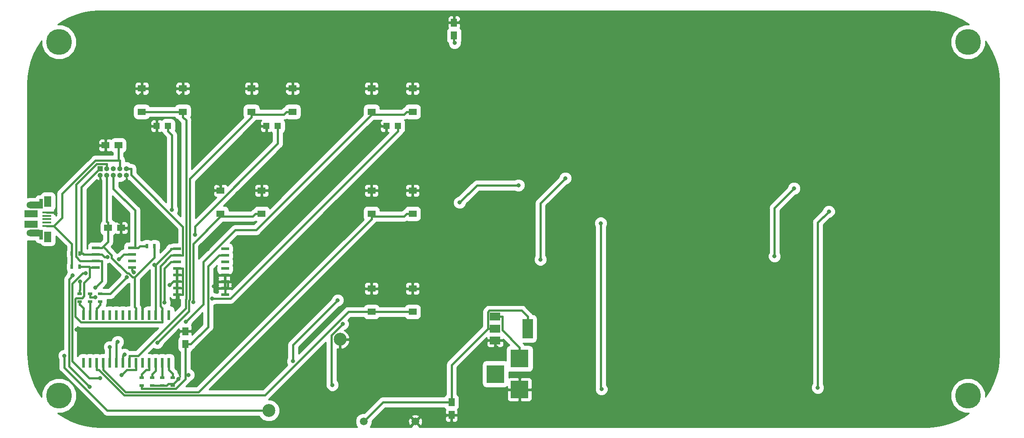
<source format=gbr>
G04 #@! TF.GenerationSoftware,KiCad,Pcbnew,(5.0.0)*
G04 #@! TF.CreationDate,2020-11-20T22:11:44-05:00*
G04 #@! TF.ProjectId,WS2812B Mini Clock,57533238313242204D696E6920436C6F,rev?*
G04 #@! TF.SameCoordinates,Original*
G04 #@! TF.FileFunction,Copper,L2,Bot,Signal*
G04 #@! TF.FilePolarity,Positive*
%FSLAX46Y46*%
G04 Gerber Fmt 4.6, Leading zero omitted, Abs format (unit mm)*
G04 Created by KiCad (PCBNEW (5.0.0)) date 11/20/20 22:11:44*
%MOMM*%
%LPD*%
G01*
G04 APERTURE LIST*
G04 #@! TA.AperFunction,ComponentPad*
%ADD10C,5.000000*%
G04 #@! TD*
G04 #@! TA.AperFunction,ComponentPad*
%ADD11C,2.500000*%
G04 #@! TD*
G04 #@! TA.AperFunction,SMDPad,CuDef*
%ADD12R,2.500000X1.425000*%
G04 #@! TD*
G04 #@! TA.AperFunction,SMDPad,CuDef*
%ADD13R,0.700000X1.825000*%
G04 #@! TD*
G04 #@! TA.AperFunction,ComponentPad*
%ADD14O,3.150000X1.300000*%
G04 #@! TD*
G04 #@! TA.AperFunction,SMDPad,CuDef*
%ADD15R,1.750000X0.400000*%
G04 #@! TD*
G04 #@! TA.AperFunction,ComponentPad*
%ADD16R,1.400000X2.000000*%
G04 #@! TD*
G04 #@! TA.AperFunction,SMDPad,CuDef*
%ADD17R,1.550000X0.600000*%
G04 #@! TD*
G04 #@! TA.AperFunction,SMDPad,CuDef*
%ADD18R,1.250000X1.500000*%
G04 #@! TD*
G04 #@! TA.AperFunction,SMDPad,CuDef*
%ADD19R,1.500000X1.250000*%
G04 #@! TD*
G04 #@! TA.AperFunction,ComponentPad*
%ADD20R,1.000000X1.000000*%
G04 #@! TD*
G04 #@! TA.AperFunction,ComponentPad*
%ADD21O,1.000000X1.000000*%
G04 #@! TD*
G04 #@! TA.AperFunction,SMDPad,CuDef*
%ADD22R,0.500000X0.900000*%
G04 #@! TD*
G04 #@! TA.AperFunction,SMDPad,CuDef*
%ADD23R,1.500000X0.600000*%
G04 #@! TD*
G04 #@! TA.AperFunction,SMDPad,CuDef*
%ADD24R,1.200000X1.200000*%
G04 #@! TD*
G04 #@! TA.AperFunction,SMDPad,CuDef*
%ADD25R,0.900000X0.500000*%
G04 #@! TD*
G04 #@! TA.AperFunction,SMDPad,CuDef*
%ADD26R,1.550000X1.300000*%
G04 #@! TD*
G04 #@! TA.AperFunction,SMDPad,CuDef*
%ADD27R,0.600000X1.910000*%
G04 #@! TD*
G04 #@! TA.AperFunction,ComponentPad*
%ADD28C,1.500000*%
G04 #@! TD*
G04 #@! TA.AperFunction,ComponentPad*
%ADD29R,3.500000X3.500000*%
G04 #@! TD*
G04 #@! TA.AperFunction,SMDPad,CuDef*
%ADD30R,2.000000X3.800000*%
G04 #@! TD*
G04 #@! TA.AperFunction,SMDPad,CuDef*
%ADD31R,2.000000X1.500000*%
G04 #@! TD*
G04 #@! TA.AperFunction,ViaPad*
%ADD32C,0.800000*%
G04 #@! TD*
G04 #@! TA.AperFunction,Conductor*
%ADD33C,0.400000*%
G04 #@! TD*
G04 #@! TA.AperFunction,Conductor*
%ADD34C,0.254000*%
G04 #@! TD*
G04 APERTURE END LIST*
D10*
G04 #@! TO.P,REF3,1*
G04 #@! TO.N,N/C*
X228000000Y-69500000D03*
G04 #@! TD*
G04 #@! TO.P,REF4,1*
G04 #@! TO.N,N/C*
X228000000Y-138000000D03*
G04 #@! TD*
G04 #@! TO.P,REF2,1*
G04 #@! TO.N,N/C*
X52000000Y-69500000D03*
G04 #@! TD*
D11*
G04 #@! TO.P,U24,2*
G04 #@! TO.N,Net-(U24-Pad2)*
X92618272Y-140881728D03*
G04 #@! TO.P,U24,1*
G04 #@! TO.N,GND*
X106406854Y-127093146D03*
G04 #@! TD*
D12*
G04 #@! TO.P,USB1,SH*
G04 #@! TO.N,N/C*
X46550000Y-104800000D03*
D13*
X48510000Y-100810000D03*
D14*
X47280000Y-101075000D03*
D15*
G04 #@! TO.P,USB1,5*
G04 #@! TO.N,GND*
X49625000Y-102500000D03*
G04 #@! TO.P,USB1,4*
G04 #@! TO.N,N/C*
X49625000Y-103150000D03*
G04 #@! TO.P,USB1,3*
X49625000Y-103800000D03*
G04 #@! TO.P,USB1,2*
X49625000Y-104450000D03*
D16*
G04 #@! TO.P,USB1,SH*
X49830000Y-100375000D03*
D15*
G04 #@! TO.P,USB1,1*
G04 #@! TO.N,+5V*
X49625000Y-105100000D03*
D16*
G04 #@! TO.P,USB1,SH*
G04 #@! TO.N,N/C*
X49830000Y-107225000D03*
D14*
X47280000Y-106525000D03*
D13*
X48510000Y-106790000D03*
D12*
X46550000Y-102800000D03*
G04 #@! TD*
D17*
G04 #@! TO.P,MCU1,8*
G04 #@! TO.N,+5V*
X59150000Y-109350000D03*
G04 #@! TO.P,MCU1,7*
G04 #@! TO.N,SCL*
X59150000Y-110615000D03*
G04 #@! TO.P,MCU1,6*
G04 #@! TO.N,DIN*
X59150000Y-111885000D03*
G04 #@! TO.P,MCU1,5*
G04 #@! TO.N,SDA*
X59150000Y-113155000D03*
G04 #@! TO.P,MCU1,4*
G04 #@! TO.N,GND*
X66150000Y-113155000D03*
G04 #@! TO.P,MCU1,3*
G04 #@! TO.N,N/C*
X66150000Y-111885000D03*
G04 #@! TO.P,MCU1,2*
G04 #@! TO.N,INT*
X66150000Y-110615000D03*
G04 #@! TO.P,MCU1,1*
G04 #@! TO.N,RST*
X66150000Y-109345000D03*
G04 #@! TD*
D18*
G04 #@! TO.P,C3,1*
G04 #@! TO.N,+5V*
X128000000Y-139250000D03*
G04 #@! TO.P,C3,2*
G04 #@! TO.N,GND*
X128000000Y-141750000D03*
G04 #@! TD*
G04 #@! TO.P,C4,1*
G04 #@! TO.N,+5V*
X76500000Y-128000000D03*
G04 #@! TO.P,C4,2*
G04 #@! TO.N,GND*
X76500000Y-125500000D03*
G04 #@! TD*
D19*
G04 #@! TO.P,C5,1*
G04 #@! TO.N,+5V*
X63500000Y-89500000D03*
G04 #@! TO.P,C5,2*
G04 #@! TO.N,GND*
X61000000Y-89500000D03*
G04 #@! TD*
D18*
G04 #@! TO.P,C6,1*
G04 #@! TO.N,+5V*
X128500000Y-68250000D03*
G04 #@! TO.P,C6,2*
G04 #@! TO.N,GND*
X128500000Y-65750000D03*
G04 #@! TD*
D19*
G04 #@! TO.P,C7,1*
G04 #@! TO.N,+5V*
X61500000Y-105500000D03*
G04 #@! TO.P,C7,2*
G04 #@! TO.N,GND*
X64000000Y-105500000D03*
G04 #@! TD*
D20*
G04 #@! TO.P,J1,1*
G04 #@! TO.N,SCL*
X60000000Y-94000000D03*
D21*
G04 #@! TO.P,J1,2*
G04 #@! TO.N,GND*
X60000000Y-95270000D03*
G04 #@! TO.P,J1,3*
G04 #@! TO.N,DIN*
X61270000Y-94000000D03*
G04 #@! TO.P,J1,4*
G04 #@! TO.N,+5V*
X61270000Y-95270000D03*
G04 #@! TO.P,J1,5*
G04 #@! TO.N,N/C*
X62540000Y-94000000D03*
G04 #@! TO.P,J1,6*
G04 #@! TO.N,RST*
X62540000Y-95270000D03*
G04 #@! TO.P,J1,7*
G04 #@! TO.N,+5V*
X63810000Y-94000000D03*
G04 #@! TO.P,J1,8*
G04 #@! TO.N,N/C*
X63810000Y-95270000D03*
G04 #@! TO.P,J1,9*
G04 #@! TO.N,SDA*
X65080000Y-94000000D03*
G04 #@! TO.P,J1,10*
G04 #@! TO.N,GND*
X65080000Y-95270000D03*
G04 #@! TD*
D22*
G04 #@! TO.P,R1,1*
G04 #@! TO.N,+5V*
X70500000Y-109000000D03*
G04 #@! TO.P,R1,2*
G04 #@! TO.N,RST*
X69000000Y-109000000D03*
G04 #@! TD*
G04 #@! TO.P,R2,1*
G04 #@! TO.N,+5V*
X54500000Y-113000000D03*
G04 #@! TO.P,R2,2*
G04 #@! TO.N,SDA*
X56000000Y-113000000D03*
G04 #@! TD*
D23*
G04 #@! TO.P,U25,1*
G04 #@! TO.N,N/C*
X84150000Y-109555000D03*
G04 #@! TO.P,U25,2*
G04 #@! TO.N,+5V*
X84150000Y-110825000D03*
G04 #@! TO.P,U25,3*
G04 #@! TO.N,N/C*
X84150000Y-112095000D03*
G04 #@! TO.P,U25,4*
X84150000Y-113365000D03*
G04 #@! TO.P,U25,5*
G04 #@! TO.N,GND*
X84150000Y-114635000D03*
G04 #@! TO.P,U25,6*
X84150000Y-115905000D03*
G04 #@! TO.P,U25,7*
X84150000Y-117175000D03*
G04 #@! TO.P,U25,8*
X84150000Y-118445000D03*
G04 #@! TO.P,U25,9*
X74850000Y-118445000D03*
G04 #@! TO.P,U25,10*
X74850000Y-117175000D03*
G04 #@! TO.P,U25,11*
X74850000Y-115905000D03*
G04 #@! TO.P,U25,12*
X74850000Y-114635000D03*
G04 #@! TO.P,U25,13*
X74850000Y-113365000D03*
G04 #@! TO.P,U25,14*
G04 #@! TO.N,Net-(U24-Pad2)*
X74850000Y-112095000D03*
G04 #@! TO.P,U25,15*
G04 #@! TO.N,SDA*
X74850000Y-110825000D03*
G04 #@! TO.P,U25,16*
G04 #@! TO.N,SCL*
X74850000Y-109555000D03*
G04 #@! TD*
D22*
G04 #@! TO.P,R3,1*
G04 #@! TO.N,+5V*
X54500000Y-110500000D03*
G04 #@! TO.P,R3,2*
G04 #@! TO.N,SCL*
X56000000Y-110500000D03*
G04 #@! TD*
D24*
G04 #@! TO.P,D1,2*
G04 #@! TO.N,Net-(D1-Pad2)*
X73100000Y-85750000D03*
G04 #@! TO.P,D1,1*
G04 #@! TO.N,GND*
X70900000Y-85750000D03*
G04 #@! TD*
G04 #@! TO.P,D2,2*
G04 #@! TO.N,Net-(D2-Pad2)*
X117600000Y-85750000D03*
G04 #@! TO.P,D2,1*
G04 #@! TO.N,GND*
X115400000Y-85750000D03*
G04 #@! TD*
G04 #@! TO.P,D3,2*
G04 #@! TO.N,Net-(D3-Pad2)*
X94350000Y-85750000D03*
G04 #@! TO.P,D3,1*
G04 #@! TO.N,GND*
X92150000Y-85750000D03*
G04 #@! TD*
D25*
G04 #@! TO.P,R4,1*
G04 #@! TO.N,Net-(R4-Pad1)*
X74000000Y-134500000D03*
G04 #@! TO.P,R4,2*
G04 #@! TO.N,GND*
X74000000Y-136000000D03*
G04 #@! TD*
G04 #@! TO.P,R5,1*
G04 #@! TO.N,Net-(R5-Pad1)*
X72000000Y-134500000D03*
G04 #@! TO.P,R5,2*
G04 #@! TO.N,GND*
X72000000Y-136000000D03*
G04 #@! TD*
G04 #@! TO.P,R6,1*
G04 #@! TO.N,Net-(R6-Pad1)*
X70000000Y-134500000D03*
G04 #@! TO.P,R6,2*
G04 #@! TO.N,GND*
X70000000Y-136000000D03*
G04 #@! TD*
G04 #@! TO.P,R7,1*
G04 #@! TO.N,Net-(R7-Pad1)*
X68000000Y-134500000D03*
G04 #@! TO.P,R7,2*
G04 #@! TO.N,+5V*
X68000000Y-136000000D03*
G04 #@! TD*
G04 #@! TO.P,R8,1*
G04 #@! TO.N,Net-(D1-Pad2)*
X56000000Y-118250000D03*
G04 #@! TO.P,R8,2*
G04 #@! TO.N,LED0*
X56000000Y-119750000D03*
G04 #@! TD*
G04 #@! TO.P,R9,1*
G04 #@! TO.N,Net-(D2-Pad2)*
X58000000Y-118250000D03*
G04 #@! TO.P,R9,2*
G04 #@! TO.N,LED1*
X58000000Y-119750000D03*
G04 #@! TD*
G04 #@! TO.P,R10,1*
G04 #@! TO.N,Net-(D3-Pad2)*
X60000000Y-118250000D03*
G04 #@! TO.P,R10,2*
G04 #@! TO.N,LED2*
X60000000Y-119750000D03*
G04 #@! TD*
D26*
G04 #@! TO.P,SW0,1*
G04 #@! TO.N,BTN0*
X68025000Y-83000000D03*
X75975000Y-83000000D03*
G04 #@! TO.P,SW0,2*
G04 #@! TO.N,GND*
X68025000Y-78500000D03*
X75975000Y-78500000D03*
G04 #@! TD*
G04 #@! TO.P,SW1,1*
G04 #@! TO.N,BTN1*
X112525000Y-83000000D03*
X120475000Y-83000000D03*
G04 #@! TO.P,SW1,2*
G04 #@! TO.N,GND*
X112525000Y-78500000D03*
X120475000Y-78500000D03*
G04 #@! TD*
G04 #@! TO.P,SW2,1*
G04 #@! TO.N,BTN2*
X89275000Y-83000000D03*
X97225000Y-83000000D03*
G04 #@! TO.P,SW2,2*
G04 #@! TO.N,GND*
X89275000Y-78500000D03*
X97225000Y-78500000D03*
G04 #@! TD*
G04 #@! TO.P,SW3,1*
G04 #@! TO.N,BTN3*
X83275000Y-102750000D03*
X91225000Y-102750000D03*
G04 #@! TO.P,SW3,2*
G04 #@! TO.N,GND*
X83275000Y-98250000D03*
X91225000Y-98250000D03*
G04 #@! TD*
G04 #@! TO.P,SW4,1*
G04 #@! TO.N,BTN4*
X112525000Y-102750000D03*
X120475000Y-102750000D03*
G04 #@! TO.P,SW4,2*
G04 #@! TO.N,GND*
X112525000Y-98250000D03*
X120475000Y-98250000D03*
G04 #@! TD*
G04 #@! TO.P,SW5,1*
G04 #@! TO.N,BTN5*
X112525000Y-121750000D03*
X120475000Y-121750000D03*
G04 #@! TO.P,SW5,2*
G04 #@! TO.N,GND*
X112525000Y-117250000D03*
X120475000Y-117250000D03*
G04 #@! TD*
D27*
G04 #@! TO.P,U26,28*
G04 #@! TO.N,N/C*
X56745000Y-131610000D03*
G04 #@! TO.P,U26,27*
X58015000Y-131610000D03*
G04 #@! TO.P,U26,26*
G04 #@! TO.N,BTN5*
X59285000Y-131610000D03*
G04 #@! TO.P,U26,25*
G04 #@! TO.N,BTN4*
X60555000Y-131610000D03*
G04 #@! TO.P,U26,24*
G04 #@! TO.N,BTN3*
X61825000Y-131610000D03*
G04 #@! TO.P,U26,23*
G04 #@! TO.N,BTN2*
X63095000Y-131610000D03*
G04 #@! TO.P,U26,22*
G04 #@! TO.N,BTN1*
X64365000Y-131610000D03*
G04 #@! TO.P,U26,21*
G04 #@! TO.N,BTN0*
X65635000Y-131610000D03*
G04 #@! TO.P,U26,20*
G04 #@! TO.N,INT*
X66905000Y-131610000D03*
G04 #@! TO.P,U26,19*
G04 #@! TO.N,N/C*
X68175000Y-131610000D03*
G04 #@! TO.P,U26,18*
G04 #@! TO.N,Net-(R7-Pad1)*
X69445000Y-131610000D03*
G04 #@! TO.P,U26,17*
G04 #@! TO.N,Net-(R6-Pad1)*
X70715000Y-131610000D03*
G04 #@! TO.P,U26,16*
G04 #@! TO.N,Net-(R5-Pad1)*
X71985000Y-131610000D03*
G04 #@! TO.P,U26,15*
G04 #@! TO.N,Net-(R4-Pad1)*
X73255000Y-131610000D03*
G04 #@! TO.P,U26,14*
G04 #@! TO.N,N/C*
X73255000Y-122390000D03*
G04 #@! TO.P,U26,13*
G04 #@! TO.N,SDA*
X71985000Y-122390000D03*
G04 #@! TO.P,U26,12*
G04 #@! TO.N,SCL*
X70715000Y-122390000D03*
G04 #@! TO.P,U26,11*
G04 #@! TO.N,N/C*
X69445000Y-122390000D03*
G04 #@! TO.P,U26,10*
G04 #@! TO.N,GND*
X68175000Y-122390000D03*
G04 #@! TO.P,U26,9*
G04 #@! TO.N,+5V*
X66905000Y-122390000D03*
G04 #@! TO.P,U26,8*
G04 #@! TO.N,N/C*
X65635000Y-122390000D03*
G04 #@! TO.P,U26,7*
X64365000Y-122390000D03*
G04 #@! TO.P,U26,6*
X63095000Y-122390000D03*
G04 #@! TO.P,U26,5*
X61825000Y-122390000D03*
G04 #@! TO.P,U26,4*
X60555000Y-122390000D03*
G04 #@! TO.P,U26,3*
G04 #@! TO.N,LED2*
X59285000Y-122390000D03*
G04 #@! TO.P,U26,2*
G04 #@! TO.N,LED1*
X58015000Y-122390000D03*
G04 #@! TO.P,U26,1*
G04 #@! TO.N,LED0*
X56745000Y-122390000D03*
G04 #@! TD*
D10*
G04 #@! TO.P,REF\002A\002A,1*
G04 #@! TO.N,N/C*
X52000000Y-138000000D03*
G04 #@! TD*
D28*
G04 #@! TO.P,J2,1*
G04 #@! TO.N,+5V*
X111000000Y-143000000D03*
G04 #@! TD*
G04 #@! TO.P,J3,1*
G04 #@! TO.N,GND*
X121000000Y-143000000D03*
G04 #@! TD*
D29*
G04 #@! TO.P,J4,1*
G04 #@! TO.N,Net-(J4-Pad1)*
X141200000Y-130800000D03*
G04 #@! TO.P,J4,2*
G04 #@! TO.N,GND*
X141200000Y-136800000D03*
G04 #@! TO.P,J4,3*
G04 #@! TO.N,N/C*
X136500000Y-133800000D03*
G04 #@! TD*
D30*
G04 #@! TO.P,U90,2*
G04 #@! TO.N,+5V*
X142750000Y-125000000D03*
D31*
X136450000Y-125000000D03*
G04 #@! TO.P,U90,3*
G04 #@! TO.N,Net-(J4-Pad1)*
X136450000Y-122700000D03*
G04 #@! TO.P,U90,1*
G04 #@! TO.N,GND*
X136450000Y-127300000D03*
G04 #@! TD*
D32*
G04 #@! TO.N,DIN*
X59014700Y-117102400D03*
G04 #@! TO.N,GND*
X51321000Y-102686400D03*
X75110800Y-134741000D03*
X68465900Y-120633300D03*
X61250000Y-87451700D03*
X130600000Y-64424000D03*
X63206300Y-104050100D03*
X125762500Y-143075900D03*
X121935500Y-98239200D03*
X114762500Y-99270500D03*
X97506100Y-80620200D03*
X82765000Y-96846200D03*
X75046400Y-125934800D03*
X75116100Y-119605700D03*
X69550000Y-85589200D03*
X66462500Y-114068300D03*
X86693800Y-115564200D03*
X114050000Y-85589200D03*
X90800000Y-85589200D03*
X66693800Y-80620200D03*
X74618800Y-80620200D03*
X114762500Y-78651100D03*
X122700000Y-78651100D03*
X91250000Y-78651100D03*
X90962500Y-100340400D03*
X114762500Y-117066600D03*
X122700000Y-117066600D03*
X136743800Y-128698800D03*
X51600000Y-125400000D03*
X63800000Y-109000000D03*
X65200000Y-117200000D03*
X52800000Y-91600000D03*
X89200000Y-123600000D03*
X90800000Y-116600000D03*
X63000000Y-120200000D03*
X69000000Y-117000000D03*
X59200000Y-126000000D03*
X55400000Y-125200000D03*
X95000000Y-81600000D03*
X97600000Y-92000000D03*
X83600000Y-72800000D03*
X104600000Y-116600000D03*
X130600000Y-120800000D03*
X176000000Y-104600000D03*
X171000000Y-104600000D03*
X183000000Y-104800000D03*
X185800000Y-82000000D03*
X188800000Y-86600000D03*
X196400000Y-90600000D03*
X188600000Y-126400000D03*
X194400000Y-133000000D03*
X82000000Y-116800000D03*
X80800000Y-109600000D03*
X62200000Y-116000000D03*
X72000000Y-108000000D03*
X64800000Y-97600000D03*
X58400000Y-98800000D03*
X73400000Y-116600000D03*
X56400000Y-92550000D03*
X84350000Y-104950000D03*
X85000000Y-100900000D03*
X86250000Y-126350000D03*
X150850000Y-124650000D03*
X154600000Y-129500000D03*
X125350000Y-99550000D03*
X140900000Y-111900000D03*
X137150000Y-112550000D03*
X47850000Y-109250000D03*
G04 #@! TO.N,+5V*
X77075000Y-133967800D03*
X128618800Y-69638000D03*
G04 #@! TO.N,Net-(U18-Pad2)*
X57910200Y-136287000D03*
X54639800Y-114732100D03*
G04 #@! TO.N,SCL*
X61371200Y-111140900D03*
X70483100Y-112687900D03*
G04 #@! TO.N,BTN1*
X76524800Y-123684500D03*
X64688800Y-130001300D03*
G04 #@! TO.N,BTN2*
X71031400Y-127753700D03*
X63368800Y-127566900D03*
G04 #@! TO.N,Net-(U24-Pad2)*
X53009800Y-130269600D03*
X72411300Y-119968800D03*
G04 #@! TO.N,Net-(U22-Pad2)*
X97320500Y-131334300D03*
X105965800Y-119502300D03*
G04 #@! TO.N,Net-(U42-Pad2)*
X104951400Y-135922800D03*
X106924300Y-124112200D03*
G04 #@! TO.N,Net-(U45-Pad2)*
X129583300Y-100588200D03*
X140975000Y-97246400D03*
G04 #@! TO.N,Net-(D1-Pad2)*
X56068300Y-115878600D03*
X73864700Y-101994300D03*
G04 #@! TO.N,Net-(D2-Pad2)*
X59000000Y-118916400D03*
X81675600Y-119184200D03*
G04 #@! TO.N,Net-(D3-Pad2)*
X65131100Y-115063700D03*
X78320000Y-106837100D03*
G04 #@! TO.N,INT*
X63621400Y-111551700D03*
X57173000Y-114274300D03*
X59959400Y-134561100D03*
X64100500Y-134020700D03*
G04 #@! TO.N,BTN3*
X77966200Y-119871500D03*
X61822500Y-128552700D03*
G04 #@! TO.N,Net-(U49-Pad4)*
X145206300Y-111626100D03*
X150050200Y-95873700D03*
G04 #@! TO.N,Net-(U64-Pad4)*
X157048400Y-136737000D03*
X156902800Y-104587300D03*
G04 #@! TO.N,Net-(U66-Pad4)*
X194329100Y-97849100D03*
X190556000Y-110991500D03*
G04 #@! TO.N,Net-(U81-Pad4)*
X201063400Y-102306000D03*
X198927400Y-136436900D03*
G04 #@! TD*
D33*
G04 #@! TO.N,DIN*
X61270000Y-94000000D02*
X61270000Y-93099700D01*
X61270000Y-93099700D02*
X59326800Y-93099700D01*
X59326800Y-93099700D02*
X55297200Y-97129300D01*
X55297200Y-97129300D02*
X55297200Y-111097300D01*
X55297200Y-111097300D02*
X56084900Y-111885000D01*
X56084900Y-111885000D02*
X59150000Y-111885000D01*
X59150000Y-111885000D02*
X60325300Y-111885000D01*
X59014700Y-117102400D02*
X60325300Y-115791800D01*
X60325300Y-115791800D02*
X60325300Y-111885000D01*
G04 #@! TO.N,GND*
X51321000Y-102686400D02*
X51134600Y-102500000D01*
X51134600Y-102500000D02*
X49625000Y-102500000D01*
X84437600Y-117175000D02*
X84150000Y-117462600D01*
X84150000Y-117462600D02*
X84150000Y-118445000D01*
X84437600Y-117175000D02*
X84725200Y-117175000D01*
X84150000Y-117175000D02*
X84437600Y-117175000D01*
X75110800Y-134741000D02*
X74177000Y-135674800D01*
X74177000Y-135674800D02*
X74000000Y-135674800D01*
X72000000Y-136000000D02*
X72850300Y-136000000D01*
X74000000Y-135674800D02*
X73175500Y-135674800D01*
X73175500Y-135674800D02*
X72850300Y-136000000D01*
X74000000Y-136000000D02*
X74000000Y-135674800D01*
X68465900Y-120633300D02*
X68175000Y-120924200D01*
X68175000Y-120924200D02*
X68175000Y-122390000D01*
X61250000Y-87451700D02*
X61000000Y-87701700D01*
X61000000Y-87701700D02*
X61000000Y-89500000D01*
X128500000Y-65750000D02*
X129525300Y-65750000D01*
X130600000Y-64424000D02*
X129525300Y-65498700D01*
X129525300Y-65498700D02*
X129525300Y-65750000D01*
X84725200Y-115905000D02*
X85300300Y-115905000D01*
X84150000Y-115905000D02*
X84725200Y-115905000D01*
X84725200Y-115905000D02*
X84725200Y-117175000D01*
X64000000Y-105500000D02*
X64000000Y-104474700D01*
X63206300Y-104050100D02*
X63630900Y-104474700D01*
X63630900Y-104474700D02*
X64000000Y-104474700D01*
X128000000Y-141750000D02*
X126974700Y-141750000D01*
X125762500Y-143075900D02*
X126974700Y-141863700D01*
X126974700Y-141863700D02*
X126974700Y-141750000D01*
X120475000Y-98250000D02*
X121650300Y-98250000D01*
X121935500Y-98239200D02*
X121661100Y-98239200D01*
X121661100Y-98239200D02*
X121650300Y-98250000D01*
X112525000Y-98250000D02*
X113700300Y-98250000D01*
X114762500Y-99270500D02*
X114720800Y-99270500D01*
X114720800Y-99270500D02*
X113700300Y-98250000D01*
X97506100Y-80620200D02*
X97225000Y-80339100D01*
X97225000Y-80339100D02*
X97225000Y-78500000D01*
X83275000Y-98250000D02*
X83275000Y-97199700D01*
X82765000Y-96846200D02*
X83118500Y-97199700D01*
X83118500Y-97199700D02*
X83275000Y-97199700D01*
X76500000Y-125500000D02*
X75474700Y-125500000D01*
X75046400Y-125934800D02*
X75474700Y-125506500D01*
X75474700Y-125506500D02*
X75474700Y-125500000D01*
X75116100Y-118445000D02*
X76000300Y-118445000D01*
X74850000Y-118445000D02*
X75116100Y-118445000D01*
X75116100Y-119605700D02*
X75116100Y-118445000D01*
X70900000Y-85750000D02*
X69899700Y-85750000D01*
X69550000Y-85589200D02*
X69738900Y-85589200D01*
X69738900Y-85589200D02*
X69899700Y-85750000D01*
X74850000Y-113365000D02*
X76000300Y-113365000D01*
X74850000Y-114635000D02*
X76000300Y-114635000D01*
X74850000Y-115905000D02*
X76000300Y-115905000D01*
X74850000Y-117175000D02*
X76000300Y-117175000D01*
X66462500Y-114068300D02*
X66150000Y-113755800D01*
X66150000Y-113755800D02*
X66150000Y-113155000D01*
X72000000Y-136000000D02*
X70000000Y-136000000D01*
X85300300Y-115564200D02*
X85300300Y-115905000D01*
X85300300Y-114635000D02*
X85300300Y-115564200D01*
X86693800Y-115564200D02*
X85300300Y-115564200D01*
X84150000Y-114635000D02*
X85300300Y-114635000D01*
X76000300Y-118445000D02*
X76000300Y-117175000D01*
X76000300Y-117175000D02*
X76000300Y-115905000D01*
X76000300Y-115905000D02*
X76000300Y-114635000D01*
X76000300Y-114635000D02*
X76000300Y-113365000D01*
X115400000Y-85750000D02*
X114399700Y-85750000D01*
X114050000Y-85589200D02*
X114238900Y-85589200D01*
X114238900Y-85589200D02*
X114399700Y-85750000D01*
X92150000Y-85750000D02*
X91149700Y-85750000D01*
X90800000Y-85589200D02*
X90988900Y-85589200D01*
X90988900Y-85589200D02*
X91149700Y-85750000D01*
X68025000Y-78500000D02*
X68025000Y-79550300D01*
X66693800Y-80620200D02*
X67763700Y-79550300D01*
X67763700Y-79550300D02*
X68025000Y-79550300D01*
X75975000Y-78500000D02*
X75975000Y-79550300D01*
X74618800Y-80620200D02*
X75688700Y-79550300D01*
X75688700Y-79550300D02*
X75975000Y-79550300D01*
X112525000Y-78500000D02*
X113700300Y-78500000D01*
X114762500Y-78651100D02*
X113851400Y-78651100D01*
X113851400Y-78651100D02*
X113700300Y-78500000D01*
X120475000Y-78500000D02*
X121650300Y-78500000D01*
X122700000Y-78651100D02*
X121801400Y-78651100D01*
X121801400Y-78651100D02*
X121650300Y-78500000D01*
X89275000Y-78500000D02*
X90450300Y-78500000D01*
X91250000Y-78651100D02*
X90601400Y-78651100D01*
X90601400Y-78651100D02*
X90450300Y-78500000D01*
X90962500Y-100340400D02*
X91225000Y-100077900D01*
X91225000Y-100077900D02*
X91225000Y-98250000D01*
X112525000Y-117250000D02*
X113700300Y-117250000D01*
X114762500Y-117066600D02*
X113883700Y-117066600D01*
X113883700Y-117066600D02*
X113700300Y-117250000D01*
X120475000Y-117250000D02*
X121650300Y-117250000D01*
X122700000Y-117066600D02*
X121833700Y-117066600D01*
X121833700Y-117066600D02*
X121650300Y-117250000D01*
X136450000Y-127300000D02*
X136450000Y-128450300D01*
X136743800Y-128698800D02*
X136495300Y-128450300D01*
X136495300Y-128450300D02*
X136450000Y-128450300D01*
X74850000Y-115905000D02*
X74095000Y-115905000D01*
X74095000Y-115905000D02*
X73400000Y-116600000D01*
X60000000Y-97200000D02*
X58400000Y-98800000D01*
X60000000Y-95270000D02*
X60000000Y-97200000D01*
G04 #@! TO.N,+5V*
X135049700Y-125000000D02*
X128000000Y-132049700D01*
X128000000Y-132049700D02*
X128000000Y-139250000D01*
X135199800Y-125000000D02*
X135049700Y-125000000D01*
X136450000Y-125000000D02*
X135199800Y-125000000D01*
X142750000Y-125000000D02*
X142750000Y-122699700D01*
X142750000Y-122699700D02*
X141550200Y-121499900D01*
X141550200Y-121499900D02*
X135329900Y-121499900D01*
X135329900Y-121499900D02*
X135049700Y-121780100D01*
X135049700Y-121780100D02*
X135049700Y-125000000D01*
X63500000Y-92431300D02*
X59072200Y-92431300D01*
X59072200Y-92431300D02*
X52607400Y-98896100D01*
X52607400Y-98896100D02*
X52607400Y-103486800D01*
X52607400Y-103486800D02*
X50994200Y-105100000D01*
X63810000Y-94000000D02*
X63810000Y-92431300D01*
X63810000Y-92431300D02*
X63500000Y-92431300D01*
X63500000Y-92431300D02*
X63500000Y-90525300D01*
X50994200Y-105100000D02*
X50900300Y-105100000D01*
X54500000Y-110500000D02*
X54500000Y-108605800D01*
X54500000Y-108605800D02*
X50994200Y-105100000D01*
X63500000Y-89500000D02*
X63500000Y-90525300D01*
X54500000Y-113000000D02*
X54500000Y-110500000D01*
X49625000Y-105100000D02*
X50900300Y-105100000D01*
X82999700Y-110825000D02*
X80875300Y-112949400D01*
X80875300Y-112949400D02*
X80875300Y-124650000D01*
X80875300Y-124650000D02*
X77525300Y-128000000D01*
X76500000Y-128000000D02*
X77525300Y-128000000D01*
X84150000Y-110825000D02*
X82999700Y-110825000D01*
X76500000Y-133967800D02*
X76500000Y-134769500D01*
X76500000Y-134769500D02*
X74619200Y-136650300D01*
X74619200Y-136650300D02*
X68000000Y-136650300D01*
X76500000Y-129150300D02*
X76500000Y-133967800D01*
X77075000Y-133967800D02*
X76500000Y-133967800D01*
X76500000Y-128000000D02*
X76500000Y-129150300D01*
X66686500Y-115005100D02*
X66204300Y-115005100D01*
X66204300Y-115005100D02*
X65462600Y-114263400D01*
X65462600Y-114263400D02*
X65173500Y-114263400D01*
X65173500Y-114263400D02*
X62192400Y-111282300D01*
X62192400Y-111282300D02*
X62192400Y-110789000D01*
X62192400Y-110789000D02*
X60539400Y-109135900D01*
X60539400Y-109135900D02*
X60325300Y-109350000D01*
X61500000Y-106525300D02*
X61500000Y-108175300D01*
X61500000Y-108175300D02*
X60539400Y-109135900D01*
X128000000Y-139250000D02*
X114750000Y-139250000D01*
X114750000Y-139250000D02*
X111000000Y-143000000D01*
X128618800Y-69638000D02*
X128500000Y-69519200D01*
X128500000Y-69519200D02*
X128500000Y-68250000D01*
X61500000Y-105500000D02*
X61500000Y-104474700D01*
X61270000Y-95270000D02*
X61270000Y-104244700D01*
X61270000Y-104244700D02*
X61500000Y-104474700D01*
X59150000Y-109350000D02*
X60325300Y-109350000D01*
X66686500Y-115005100D02*
X70500000Y-111191600D01*
X70500000Y-111191600D02*
X70500000Y-109000000D01*
X66905000Y-121034700D02*
X66686500Y-120816200D01*
X66686500Y-120816200D02*
X66686500Y-115005100D01*
X61500000Y-105500000D02*
X61500000Y-106525300D01*
X68000000Y-136000000D02*
X68000000Y-136650300D01*
X66905000Y-122390000D02*
X66905000Y-121034700D01*
G04 #@! TO.N,Net-(U18-Pad2)*
X54639800Y-114732100D02*
X53927900Y-115444000D01*
X53927900Y-115444000D02*
X53927900Y-132304700D01*
X53927900Y-132304700D02*
X57910200Y-136287000D01*
G04 #@! TO.N,SDA*
X71985000Y-122390000D02*
X71985000Y-121034700D01*
X73699700Y-110825000D02*
X71611000Y-112913700D01*
X71611000Y-112913700D02*
X71611000Y-120660700D01*
X71611000Y-120660700D02*
X71985000Y-121034700D01*
X56000000Y-113000000D02*
X57819700Y-113000000D01*
X57819700Y-113000000D02*
X57974700Y-113155000D01*
X59150000Y-113155000D02*
X57974700Y-113155000D01*
X71985000Y-122390000D02*
X71985000Y-123745300D01*
X71985000Y-123745300D02*
X56262800Y-123745300D01*
X56262800Y-123745300D02*
X55149600Y-122632100D01*
X55149600Y-122632100D02*
X55149600Y-119274600D01*
X55149600Y-119274600D02*
X55324600Y-119099600D01*
X55324600Y-119099600D02*
X56480000Y-119099600D01*
X56480000Y-119099600D02*
X56868700Y-118710900D01*
X56868700Y-118710900D02*
X56868700Y-116136600D01*
X56868700Y-116136600D02*
X57974700Y-115030600D01*
X57974700Y-115030600D02*
X57974700Y-113155000D01*
X65980300Y-94000000D02*
X65980300Y-95241600D01*
X65980300Y-95241600D02*
X76000300Y-105261600D01*
X76000300Y-105261600D02*
X76000300Y-110825000D01*
X65080000Y-94000000D02*
X65980300Y-94000000D01*
X74850000Y-110825000D02*
X76000300Y-110825000D01*
X74425000Y-110825000D02*
X74850000Y-110825000D01*
X74425000Y-110825000D02*
X73699700Y-110825000D01*
G04 #@! TO.N,RST*
X66737700Y-109345000D02*
X66737700Y-102123900D01*
X66737700Y-102123900D02*
X62540000Y-97926200D01*
X62540000Y-97926200D02*
X62540000Y-95270000D01*
X66737700Y-109345000D02*
X67325300Y-109345000D01*
X66150000Y-109345000D02*
X66737700Y-109345000D01*
X69000000Y-109000000D02*
X67670300Y-109000000D01*
X67670300Y-109000000D02*
X67325300Y-109345000D01*
G04 #@! TO.N,SCL*
X56325200Y-110500000D02*
X56325200Y-97584700D01*
X56325200Y-97584700D02*
X59909900Y-94000000D01*
X59909900Y-94000000D02*
X60000000Y-94000000D01*
X70715000Y-112687900D02*
X73699700Y-109703200D01*
X73699700Y-109703200D02*
X73699700Y-109555000D01*
X70715000Y-122390000D02*
X70715000Y-112687900D01*
X70715000Y-112687900D02*
X70483100Y-112687900D01*
X59150000Y-110615000D02*
X60325300Y-110615000D01*
X61371200Y-111140900D02*
X60851200Y-111140900D01*
X60851200Y-111140900D02*
X60325300Y-110615000D01*
X56325200Y-110500000D02*
X56650300Y-110500000D01*
X56000000Y-110500000D02*
X56325200Y-110500000D01*
X59150000Y-110615000D02*
X56765300Y-110615000D01*
X56765300Y-110615000D02*
X56650300Y-110500000D01*
X74850000Y-109555000D02*
X73699700Y-109555000D01*
G04 #@! TO.N,BTN1*
X64365000Y-131610000D02*
X64365000Y-130254700D01*
X76524800Y-123684500D02*
X79926000Y-120283300D01*
X79926000Y-120283300D02*
X79926000Y-112108100D01*
X79926000Y-112108100D02*
X86142800Y-105891300D01*
X86142800Y-105891300D02*
X90158800Y-105891300D01*
X90158800Y-105891300D02*
X112525000Y-83525100D01*
X64365000Y-130254700D02*
X64435400Y-130254700D01*
X64435400Y-130254700D02*
X64688800Y-130001300D01*
X120475000Y-83000000D02*
X119299700Y-83000000D01*
X112525000Y-83525100D02*
X118774600Y-83525100D01*
X118774600Y-83525100D02*
X119299700Y-83000000D01*
X112525000Y-83000000D02*
X112525000Y-83525100D01*
G04 #@! TO.N,BTN2*
X89275000Y-84050300D02*
X77311800Y-96013500D01*
X77311800Y-96013500D02*
X77311800Y-119394200D01*
X77311800Y-119394200D02*
X77132700Y-119573300D01*
X77132700Y-119573300D02*
X77132700Y-121652400D01*
X77132700Y-121652400D02*
X71031400Y-127753700D01*
X97225000Y-83000000D02*
X96049700Y-83000000D01*
X89275000Y-83525100D02*
X95524600Y-83525100D01*
X95524600Y-83525100D02*
X96049700Y-83000000D01*
X89275000Y-83525100D02*
X89275000Y-84050300D01*
X89275000Y-83000000D02*
X89275000Y-83525100D01*
X63095000Y-131610000D02*
X63095000Y-127840700D01*
X63095000Y-127840700D02*
X63368800Y-127566900D01*
G04 #@! TO.N,Net-(U24-Pad2)*
X74850000Y-112095000D02*
X73699700Y-112095000D01*
X53009800Y-130269600D02*
X53009800Y-132529400D01*
X53009800Y-132529400D02*
X61362100Y-140881700D01*
X61362100Y-140881700D02*
X92618300Y-140881700D01*
X72411300Y-113383400D02*
X73699700Y-112095000D01*
X72411300Y-119968800D02*
X72411300Y-113383400D01*
G04 #@! TO.N,Net-(U22-Pad2)*
X105965800Y-119502300D02*
X97320500Y-128147600D01*
X97320500Y-128147600D02*
X97320500Y-131334300D01*
G04 #@! TO.N,Net-(U42-Pad2)*
X106924300Y-124112200D02*
X104739200Y-126297300D01*
X104739200Y-126297300D02*
X104739200Y-135710600D01*
X104739200Y-135710600D02*
X104951400Y-135922800D01*
G04 #@! TO.N,Net-(U45-Pad2)*
X140975000Y-97246400D02*
X132925100Y-97246400D01*
X132925100Y-97246400D02*
X129583300Y-100588200D01*
G04 #@! TO.N,Net-(D1-Pad2)*
X73100000Y-85750000D02*
X73100000Y-86750300D01*
X56000000Y-118250000D02*
X56000000Y-117599700D01*
X56068300Y-115878600D02*
X56068300Y-117531400D01*
X56068300Y-117531400D02*
X56000000Y-117599700D01*
X73100000Y-86750300D02*
X73864700Y-87515000D01*
X73864700Y-87515000D02*
X73864700Y-101994300D01*
G04 #@! TO.N,Net-(D2-Pad2)*
X117600000Y-85750000D02*
X117600000Y-86750300D01*
X58000000Y-118250000D02*
X58000000Y-118900300D01*
X59000000Y-118916400D02*
X58016100Y-118916400D01*
X58016100Y-118916400D02*
X58000000Y-118900300D01*
X117600000Y-86750300D02*
X85166100Y-119184200D01*
X85166100Y-119184200D02*
X81675600Y-119184200D01*
G04 #@! TO.N,Net-(D3-Pad2)*
X65131100Y-115063700D02*
X61944800Y-118250000D01*
X61944800Y-118250000D02*
X60000000Y-118250000D01*
X94350000Y-85750000D02*
X94350000Y-89166100D01*
X94350000Y-89166100D02*
X78320000Y-105196100D01*
X78320000Y-105196100D02*
X78320000Y-106837100D01*
G04 #@! TO.N,INT*
X57173000Y-114274300D02*
X56540900Y-114274300D01*
X56540900Y-114274300D02*
X54528300Y-116286900D01*
X54528300Y-116286900D02*
X54528300Y-131260000D01*
X54528300Y-131260000D02*
X57829400Y-134561100D01*
X57829400Y-134561100D02*
X59959400Y-134561100D01*
X66905000Y-131610000D02*
X66905000Y-132965300D01*
X63621400Y-111551700D02*
X64558100Y-110615000D01*
X64558100Y-110615000D02*
X66150000Y-110615000D01*
X66905000Y-132965300D02*
X65155900Y-132965300D01*
X65155900Y-132965300D02*
X64100500Y-134020700D01*
G04 #@! TO.N,Net-(R4-Pad1)*
X73255000Y-131610000D02*
X73255000Y-132965300D01*
X73255000Y-132965300D02*
X74000000Y-133710300D01*
X74000000Y-133710300D02*
X74000000Y-134500000D01*
G04 #@! TO.N,Net-(R5-Pad1)*
X72000000Y-134500000D02*
X72000000Y-133849700D01*
X71985000Y-131610000D02*
X71985000Y-133834700D01*
X71985000Y-133834700D02*
X72000000Y-133849700D01*
G04 #@! TO.N,Net-(R6-Pad1)*
X70715000Y-131610000D02*
X70715000Y-133134700D01*
X70715000Y-133134700D02*
X70000000Y-133849700D01*
X70000000Y-134500000D02*
X70000000Y-133849700D01*
G04 #@! TO.N,Net-(R7-Pad1)*
X69445000Y-131610000D02*
X69445000Y-132965300D01*
X68000000Y-134500000D02*
X68000000Y-133849700D01*
X69445000Y-132965300D02*
X68884400Y-132965300D01*
X68884400Y-132965300D02*
X68000000Y-133849700D01*
G04 #@! TO.N,LED0*
X56000000Y-119750000D02*
X56000000Y-120400300D01*
X56745000Y-122390000D02*
X56745000Y-121034700D01*
X56745000Y-121034700D02*
X56110600Y-120400300D01*
X56110600Y-120400300D02*
X56000000Y-120400300D01*
G04 #@! TO.N,LED1*
X58000000Y-119750000D02*
X58000000Y-120400300D01*
X58015000Y-122390000D02*
X58015000Y-120415300D01*
X58015000Y-120415300D02*
X58000000Y-120400300D01*
G04 #@! TO.N,LED2*
X59285000Y-122390000D02*
X59285000Y-121034700D01*
X60000000Y-119750000D02*
X60000000Y-120400300D01*
X59285000Y-121034700D02*
X59365600Y-121034700D01*
X59365600Y-121034700D02*
X60000000Y-120400300D01*
G04 #@! TO.N,BTN0*
X75975000Y-84050300D02*
X76608500Y-84683800D01*
X76608500Y-84683800D02*
X76608500Y-119248600D01*
X76608500Y-119248600D02*
X76532400Y-119324700D01*
X76532400Y-119324700D02*
X76532400Y-121020700D01*
X76532400Y-121020700D02*
X67298400Y-130254700D01*
X67298400Y-130254700D02*
X65635000Y-130254700D01*
X75975000Y-83000000D02*
X75975000Y-84050300D01*
X65635000Y-131610000D02*
X65635000Y-130254700D01*
X75975000Y-83000000D02*
X68025000Y-83000000D01*
G04 #@! TO.N,BTN3*
X61825000Y-131610000D02*
X61825000Y-130254700D01*
X77966200Y-119871500D02*
X77966200Y-108583900D01*
X77966200Y-108583900D02*
X83275000Y-103275100D01*
X61825000Y-130254700D02*
X61822500Y-130252200D01*
X61822500Y-130252200D02*
X61822500Y-128552700D01*
X91225000Y-102750000D02*
X90049700Y-102750000D01*
X83275000Y-103275100D02*
X89524600Y-103275100D01*
X89524600Y-103275100D02*
X90049700Y-102750000D01*
X83275000Y-102750000D02*
X83275000Y-103275100D01*
G04 #@! TO.N,BTN4*
X120475000Y-102750000D02*
X119299700Y-102750000D01*
X112525000Y-103275100D02*
X118774600Y-103275100D01*
X118774600Y-103275100D02*
X119299700Y-102750000D01*
X112525000Y-103275100D02*
X112525000Y-103800300D01*
X112525000Y-102750000D02*
X112525000Y-103275100D01*
X60555000Y-132965300D02*
X64892500Y-137302800D01*
X64892500Y-137302800D02*
X79022500Y-137302800D01*
X79022500Y-137302800D02*
X112525000Y-103800300D01*
X60555000Y-131610000D02*
X60555000Y-132965300D01*
G04 #@! TO.N,BTN5*
X59285000Y-131610000D02*
X59285000Y-132965300D01*
X59285000Y-132965300D02*
X59705900Y-132965300D01*
X59705900Y-132965300D02*
X64649300Y-137908700D01*
X64649300Y-137908700D02*
X91901800Y-137908700D01*
X91901800Y-137908700D02*
X108060500Y-121750000D01*
X108060500Y-121750000D02*
X112525000Y-121750000D01*
X120475000Y-121750000D02*
X112525000Y-121750000D01*
G04 #@! TO.N,Net-(U49-Pad4)*
X150050200Y-95873700D02*
X145206300Y-100717600D01*
X145206300Y-100717600D02*
X145206300Y-111626100D01*
G04 #@! TO.N,Net-(U64-Pad4)*
X156902800Y-104587300D02*
X156902800Y-136591400D01*
X156902800Y-136591400D02*
X157048400Y-136737000D01*
G04 #@! TO.N,Net-(U66-Pad4)*
X190556000Y-110991500D02*
X190556000Y-101622200D01*
X190556000Y-101622200D02*
X194329100Y-97849100D01*
G04 #@! TO.N,Net-(U81-Pad4)*
X198927400Y-136436900D02*
X198927400Y-104442000D01*
X198927400Y-104442000D02*
X201063400Y-102306000D01*
G04 #@! TO.N,Net-(J4-Pad1)*
X141200000Y-130800000D02*
X141200000Y-128649700D01*
X136450000Y-122700000D02*
X137850300Y-122700000D01*
X137850300Y-122700000D02*
X137850300Y-125300000D01*
X137850300Y-125300000D02*
X141200000Y-128649700D01*
G04 #@! TD*
D34*
G04 #@! TO.N,GND*
G36*
X221443896Y-63527671D02*
X222872500Y-63750107D01*
X224270674Y-64118216D01*
X225623600Y-64628095D01*
X226916941Y-65274341D01*
X228137007Y-66050112D01*
X228229134Y-66123000D01*
X227328273Y-66123000D01*
X226087083Y-66637118D01*
X225137118Y-67587083D01*
X224623000Y-68828273D01*
X224623000Y-70171727D01*
X225137118Y-71412917D01*
X226087083Y-72362882D01*
X227328273Y-72877000D01*
X228671727Y-72877000D01*
X229912917Y-72362882D01*
X230862882Y-71412917D01*
X231377000Y-70171727D01*
X231377000Y-69280006D01*
X232040404Y-70265396D01*
X232720289Y-71541387D01*
X233265405Y-72880492D01*
X233669987Y-74268553D01*
X233929744Y-75690846D01*
X234043345Y-77150559D01*
X234048000Y-77506197D01*
X234048001Y-129975476D01*
X233972329Y-131443896D01*
X233749893Y-132872500D01*
X233381783Y-134270677D01*
X232871908Y-135623592D01*
X232225658Y-136916941D01*
X231449888Y-138137007D01*
X231377000Y-138229134D01*
X231377000Y-137328273D01*
X230862882Y-136087083D01*
X229912917Y-135137118D01*
X228671727Y-134623000D01*
X227328273Y-134623000D01*
X226087083Y-135137118D01*
X225137118Y-136087083D01*
X224623000Y-137328273D01*
X224623000Y-138671727D01*
X225137118Y-139912917D01*
X226087083Y-140862882D01*
X227328273Y-141377000D01*
X228219994Y-141377000D01*
X227234604Y-142040404D01*
X225958613Y-142720289D01*
X224619511Y-143265404D01*
X223231447Y-143669987D01*
X221809154Y-143929744D01*
X220349441Y-144043345D01*
X219993803Y-144048000D01*
X121770330Y-144048000D01*
X121791912Y-143971517D01*
X121000000Y-143179605D01*
X120208088Y-143971517D01*
X120229670Y-144048000D01*
X112252926Y-144048000D01*
X112379304Y-143921622D01*
X112627000Y-143323630D01*
X112627000Y-142896107D01*
X112727936Y-142795171D01*
X119602799Y-142795171D01*
X119630770Y-143345448D01*
X119787540Y-143723923D01*
X120028483Y-143791912D01*
X120820395Y-143000000D01*
X121179605Y-143000000D01*
X121971517Y-143791912D01*
X122212460Y-143723923D01*
X122397201Y-143204829D01*
X122369230Y-142654552D01*
X122212460Y-142276077D01*
X121971517Y-142208088D01*
X121179605Y-143000000D01*
X120820395Y-143000000D01*
X120028483Y-142208088D01*
X119787540Y-142276077D01*
X119602799Y-142795171D01*
X112727936Y-142795171D01*
X113494624Y-142028483D01*
X120208088Y-142028483D01*
X121000000Y-142820395D01*
X121784645Y-142035750D01*
X126740000Y-142035750D01*
X126740000Y-142626309D01*
X126836673Y-142859698D01*
X127015301Y-143038327D01*
X127248690Y-143135000D01*
X127714250Y-143135000D01*
X127873000Y-142976250D01*
X127873000Y-141877000D01*
X128127000Y-141877000D01*
X128127000Y-142976250D01*
X128285750Y-143135000D01*
X128751310Y-143135000D01*
X128984699Y-143038327D01*
X129163327Y-142859698D01*
X129260000Y-142626309D01*
X129260000Y-142035750D01*
X129101250Y-141877000D01*
X128127000Y-141877000D01*
X127873000Y-141877000D01*
X126898750Y-141877000D01*
X126740000Y-142035750D01*
X121784645Y-142035750D01*
X121791912Y-142028483D01*
X121723923Y-141787540D01*
X121204829Y-141602799D01*
X120654552Y-141630770D01*
X120276077Y-141787540D01*
X120208088Y-142028483D01*
X113494624Y-142028483D01*
X115196108Y-140327000D01*
X126545863Y-140327000D01*
X126548884Y-140342188D01*
X126742719Y-140632281D01*
X126818908Y-140683189D01*
X126740000Y-140873691D01*
X126740000Y-141464250D01*
X126898750Y-141623000D01*
X127873000Y-141623000D01*
X127873000Y-141603000D01*
X128127000Y-141603000D01*
X128127000Y-141623000D01*
X129101250Y-141623000D01*
X129260000Y-141464250D01*
X129260000Y-140873691D01*
X129181092Y-140683189D01*
X129257281Y-140632281D01*
X129451116Y-140342188D01*
X129519181Y-140000000D01*
X129519181Y-138500000D01*
X129451116Y-138157812D01*
X129257281Y-137867719D01*
X129077000Y-137747258D01*
X129077000Y-137085750D01*
X138815000Y-137085750D01*
X138815000Y-138676309D01*
X138911673Y-138909698D01*
X139090301Y-139088327D01*
X139323690Y-139185000D01*
X140914250Y-139185000D01*
X141073000Y-139026250D01*
X141073000Y-136927000D01*
X141327000Y-136927000D01*
X141327000Y-139026250D01*
X141485750Y-139185000D01*
X143076310Y-139185000D01*
X143309699Y-139088327D01*
X143488327Y-138909698D01*
X143585000Y-138676309D01*
X143585000Y-137085750D01*
X143426250Y-136927000D01*
X141327000Y-136927000D01*
X141073000Y-136927000D01*
X138973750Y-136927000D01*
X138815000Y-137085750D01*
X129077000Y-137085750D01*
X129077000Y-132495807D01*
X133987057Y-127585750D01*
X134815000Y-127585750D01*
X134815000Y-128176310D01*
X134911673Y-128409699D01*
X135090302Y-128588327D01*
X135323691Y-128685000D01*
X136164250Y-128685000D01*
X136323000Y-128526250D01*
X136323000Y-127427000D01*
X136577000Y-127427000D01*
X136577000Y-128526250D01*
X136735750Y-128685000D01*
X137576309Y-128685000D01*
X137809698Y-128588327D01*
X137988327Y-128409699D01*
X138085000Y-128176310D01*
X138085000Y-127585750D01*
X137926250Y-127427000D01*
X136577000Y-127427000D01*
X136323000Y-127427000D01*
X134973750Y-127427000D01*
X134815000Y-127585750D01*
X133987057Y-127585750D01*
X134815000Y-126757808D01*
X134815000Y-127014250D01*
X134973750Y-127173000D01*
X136323000Y-127173000D01*
X136323000Y-127153000D01*
X136577000Y-127153000D01*
X136577000Y-127173000D01*
X137926250Y-127173000D01*
X138063221Y-127036029D01*
X139227307Y-128200115D01*
X139107812Y-128223884D01*
X138817719Y-128417719D01*
X138623884Y-128707812D01*
X138555819Y-129050000D01*
X138555819Y-131216650D01*
X138250000Y-131155819D01*
X134750000Y-131155819D01*
X134407812Y-131223884D01*
X134117719Y-131417719D01*
X133923884Y-131707812D01*
X133855819Y-132050000D01*
X133855819Y-135550000D01*
X133923884Y-135892188D01*
X134117719Y-136182281D01*
X134407812Y-136376116D01*
X134750000Y-136444181D01*
X138250000Y-136444181D01*
X138592188Y-136376116D01*
X138815000Y-136227237D01*
X138815000Y-136514250D01*
X138973750Y-136673000D01*
X141073000Y-136673000D01*
X141073000Y-134573750D01*
X141327000Y-134573750D01*
X141327000Y-136673000D01*
X143426250Y-136673000D01*
X143585000Y-136514250D01*
X143585000Y-134923691D01*
X143488327Y-134690302D01*
X143309699Y-134511673D01*
X143076310Y-134415000D01*
X141485750Y-134415000D01*
X141327000Y-134573750D01*
X141073000Y-134573750D01*
X140914250Y-134415000D01*
X139323690Y-134415000D01*
X139144181Y-134489355D01*
X139144181Y-133383350D01*
X139450000Y-133444181D01*
X142950000Y-133444181D01*
X143292188Y-133376116D01*
X143582281Y-133182281D01*
X143776116Y-132892188D01*
X143844181Y-132550000D01*
X143844181Y-129050000D01*
X143776116Y-128707812D01*
X143582281Y-128417719D01*
X143292188Y-128223884D01*
X142950000Y-128155819D01*
X142165295Y-128155819D01*
X142088928Y-128041528D01*
X142036558Y-127963150D01*
X142036557Y-127963149D01*
X141976473Y-127873227D01*
X141886551Y-127813143D01*
X141867589Y-127794181D01*
X143750000Y-127794181D01*
X144092188Y-127726116D01*
X144382281Y-127532281D01*
X144576116Y-127242188D01*
X144644181Y-126900000D01*
X144644181Y-123100000D01*
X144576116Y-122757812D01*
X144382281Y-122467719D01*
X144092188Y-122273884D01*
X143750000Y-122205819D01*
X143715295Y-122205819D01*
X143526473Y-121923227D01*
X143436551Y-121863143D01*
X142386759Y-120813352D01*
X142326673Y-120723427D01*
X141970424Y-120485389D01*
X141656272Y-120422900D01*
X141656266Y-120422900D01*
X141550200Y-120401802D01*
X141444134Y-120422900D01*
X135435968Y-120422900D01*
X135329900Y-120401802D01*
X135223832Y-120422900D01*
X135223828Y-120422900D01*
X134909676Y-120485389D01*
X134553427Y-120723427D01*
X134493341Y-120813352D01*
X134363152Y-120943541D01*
X134273227Y-121003627D01*
X134035189Y-121359877D01*
X133972700Y-121674029D01*
X133972700Y-121674034D01*
X133951602Y-121780100D01*
X133972700Y-121886167D01*
X133972701Y-124553891D01*
X127313452Y-131213141D01*
X127223527Y-131273227D01*
X126985489Y-131629477D01*
X126923000Y-131943629D01*
X126923000Y-131943634D01*
X126901902Y-132049700D01*
X126923000Y-132155767D01*
X126923001Y-137747258D01*
X126742719Y-137867719D01*
X126548884Y-138157812D01*
X126545863Y-138173000D01*
X114856066Y-138173000D01*
X114750000Y-138151902D01*
X114643933Y-138173000D01*
X114643928Y-138173000D01*
X114329776Y-138235489D01*
X114287563Y-138263695D01*
X114063450Y-138413442D01*
X114063449Y-138413443D01*
X113973527Y-138473527D01*
X113913443Y-138563449D01*
X111103893Y-141373000D01*
X110676370Y-141373000D01*
X110078378Y-141620696D01*
X109620696Y-142078378D01*
X109373000Y-142676370D01*
X109373000Y-143323630D01*
X109620696Y-143921622D01*
X109747074Y-144048000D01*
X60024505Y-144048000D01*
X58556104Y-143972329D01*
X57127500Y-143749893D01*
X55729323Y-143381783D01*
X54376408Y-142871908D01*
X53083059Y-142225658D01*
X51862993Y-141449888D01*
X51770866Y-141377000D01*
X52671727Y-141377000D01*
X53912917Y-140862882D01*
X54862882Y-139912917D01*
X55377000Y-138671727D01*
X55377000Y-137328273D01*
X54862882Y-136087083D01*
X53912917Y-135137118D01*
X52671727Y-134623000D01*
X51328273Y-134623000D01*
X50087083Y-135137118D01*
X49137118Y-136087083D01*
X48623000Y-137328273D01*
X48623000Y-138219994D01*
X47959596Y-137234604D01*
X47279711Y-135958613D01*
X46734596Y-134619511D01*
X46330013Y-133231447D01*
X46070256Y-131809154D01*
X45956655Y-130349441D01*
X45952000Y-129993803D01*
X45952000Y-108001753D01*
X46204607Y-108052000D01*
X47338770Y-108052000D01*
X47527719Y-108334781D01*
X47817812Y-108528616D01*
X48160000Y-108596681D01*
X48323591Y-108596681D01*
X48497719Y-108857281D01*
X48787812Y-109051116D01*
X49130000Y-109119181D01*
X50530000Y-109119181D01*
X50872188Y-109051116D01*
X51162281Y-108857281D01*
X51356116Y-108567188D01*
X51424181Y-108225000D01*
X51424181Y-107053088D01*
X53423001Y-109051909D01*
X53423000Y-109712254D01*
X53355819Y-110050000D01*
X53355819Y-110950000D01*
X53423001Y-111287747D01*
X53423000Y-112212255D01*
X53355819Y-112550000D01*
X53355819Y-113450000D01*
X53423884Y-113792188D01*
X53564026Y-114001924D01*
X53557212Y-114008738D01*
X53362800Y-114478089D01*
X53362800Y-114485993D01*
X53241351Y-114607441D01*
X53151427Y-114667527D01*
X52913389Y-115023777D01*
X52850900Y-115337929D01*
X52850900Y-115337934D01*
X52829802Y-115444000D01*
X52850900Y-115550067D01*
X52850901Y-128992600D01*
X52755789Y-128992600D01*
X52286438Y-129187012D01*
X51927212Y-129546238D01*
X51732800Y-130015589D01*
X51732800Y-130523611D01*
X51927212Y-130992962D01*
X51932800Y-130998550D01*
X51932801Y-132423329D01*
X51911702Y-132529400D01*
X51932801Y-132635472D01*
X51948516Y-132714476D01*
X51995290Y-132949624D01*
X52173242Y-133215949D01*
X52173244Y-133215951D01*
X52233328Y-133305873D01*
X52323250Y-133365957D01*
X60525543Y-141568251D01*
X60585627Y-141658173D01*
X60675549Y-141718257D01*
X60675550Y-141718258D01*
X60779238Y-141787540D01*
X60941876Y-141896211D01*
X61256028Y-141958700D01*
X61256033Y-141958700D01*
X61362100Y-141979798D01*
X61468166Y-141958700D01*
X90762121Y-141958700D01*
X90815089Y-142086576D01*
X91413424Y-142684911D01*
X92195185Y-143008728D01*
X93041359Y-143008728D01*
X93823120Y-142684911D01*
X94421455Y-142086576D01*
X94745272Y-141304815D01*
X94745272Y-140458641D01*
X94421455Y-139676880D01*
X93823120Y-139078545D01*
X93041359Y-138754728D01*
X92574177Y-138754728D01*
X92678273Y-138685173D01*
X92738359Y-138595248D01*
X103662200Y-127671408D01*
X103662201Y-135604529D01*
X103641102Y-135710600D01*
X103662201Y-135816672D01*
X103674400Y-135878000D01*
X103674400Y-136176811D01*
X103868812Y-136646162D01*
X104228038Y-137005388D01*
X104697389Y-137199800D01*
X105205411Y-137199800D01*
X105674762Y-137005388D01*
X106033988Y-136646162D01*
X106228400Y-136176811D01*
X106228400Y-135668789D01*
X106033988Y-135199438D01*
X105816200Y-134981650D01*
X105816200Y-128898960D01*
X105981419Y-128967396D01*
X106279854Y-128851745D01*
X106279854Y-127399754D01*
X106392713Y-127286895D01*
X106325964Y-127220146D01*
X106533854Y-127220146D01*
X106533854Y-128851745D01*
X106832289Y-128967396D01*
X107517149Y-128661920D01*
X108032977Y-128117613D01*
X108281104Y-127518581D01*
X108165453Y-127220146D01*
X106533854Y-127220146D01*
X106325964Y-127220146D01*
X106213105Y-127107287D01*
X106100246Y-127220146D01*
X105816200Y-127220146D01*
X105816200Y-126966146D01*
X106100246Y-126966146D01*
X106213105Y-127079005D01*
X106392713Y-126899397D01*
X106279854Y-126786538D01*
X106279854Y-126279753D01*
X106533854Y-126025753D01*
X106533854Y-126966146D01*
X108165453Y-126966146D01*
X108281104Y-126667711D01*
X107975628Y-125982851D01*
X107431321Y-125467023D01*
X107210875Y-125375711D01*
X107647662Y-125194788D01*
X108006888Y-124835562D01*
X108201300Y-124366211D01*
X108201300Y-123858189D01*
X108006888Y-123388838D01*
X107975829Y-123357779D01*
X108506608Y-122827000D01*
X110980554Y-122827000D01*
X111117719Y-123032281D01*
X111407812Y-123226116D01*
X111750000Y-123294181D01*
X113300000Y-123294181D01*
X113642188Y-123226116D01*
X113932281Y-123032281D01*
X114069446Y-122827000D01*
X118930554Y-122827000D01*
X119067719Y-123032281D01*
X119357812Y-123226116D01*
X119700000Y-123294181D01*
X121250000Y-123294181D01*
X121592188Y-123226116D01*
X121882281Y-123032281D01*
X122076116Y-122742188D01*
X122144181Y-122400000D01*
X122144181Y-121100000D01*
X122076116Y-120757812D01*
X121882281Y-120467719D01*
X121592188Y-120273884D01*
X121250000Y-120205819D01*
X119700000Y-120205819D01*
X119357812Y-120273884D01*
X119067719Y-120467719D01*
X118930554Y-120673000D01*
X114069446Y-120673000D01*
X113932281Y-120467719D01*
X113642188Y-120273884D01*
X113300000Y-120205819D01*
X111750000Y-120205819D01*
X111407812Y-120273884D01*
X111117719Y-120467719D01*
X110980554Y-120673000D01*
X108166568Y-120673000D01*
X108060500Y-120651902D01*
X107954432Y-120673000D01*
X107954428Y-120673000D01*
X107703277Y-120722957D01*
X107640275Y-120735489D01*
X107373950Y-120913442D01*
X107373949Y-120913443D01*
X107284027Y-120973527D01*
X107223943Y-121063449D01*
X98397500Y-129889893D01*
X98397500Y-128593707D01*
X106211908Y-120779300D01*
X106219811Y-120779300D01*
X106689162Y-120584888D01*
X107048388Y-120225662D01*
X107242800Y-119756311D01*
X107242800Y-119248289D01*
X107048388Y-118778938D01*
X106689162Y-118419712D01*
X106219811Y-118225300D01*
X105711789Y-118225300D01*
X105242438Y-118419712D01*
X104883212Y-118778938D01*
X104688800Y-119248289D01*
X104688800Y-119256192D01*
X96633952Y-127311041D01*
X96544027Y-127371127D01*
X96305989Y-127727377D01*
X96243500Y-128041529D01*
X96243500Y-128041534D01*
X96222402Y-128147600D01*
X96243500Y-128253667D01*
X96243501Y-130605349D01*
X96237912Y-130610938D01*
X96043500Y-131080289D01*
X96043500Y-131588311D01*
X96235516Y-132051877D01*
X91455693Y-136831700D01*
X81016707Y-136831700D01*
X100312657Y-117535750D01*
X111115000Y-117535750D01*
X111115000Y-118026310D01*
X111211673Y-118259699D01*
X111390302Y-118438327D01*
X111623691Y-118535000D01*
X112239250Y-118535000D01*
X112398000Y-118376250D01*
X112398000Y-117377000D01*
X112652000Y-117377000D01*
X112652000Y-118376250D01*
X112810750Y-118535000D01*
X113426309Y-118535000D01*
X113659698Y-118438327D01*
X113838327Y-118259699D01*
X113935000Y-118026310D01*
X113935000Y-117535750D01*
X119065000Y-117535750D01*
X119065000Y-118026310D01*
X119161673Y-118259699D01*
X119340302Y-118438327D01*
X119573691Y-118535000D01*
X120189250Y-118535000D01*
X120348000Y-118376250D01*
X120348000Y-117377000D01*
X120602000Y-117377000D01*
X120602000Y-118376250D01*
X120760750Y-118535000D01*
X121376309Y-118535000D01*
X121609698Y-118438327D01*
X121788327Y-118259699D01*
X121885000Y-118026310D01*
X121885000Y-117535750D01*
X121726250Y-117377000D01*
X120602000Y-117377000D01*
X120348000Y-117377000D01*
X119223750Y-117377000D01*
X119065000Y-117535750D01*
X113935000Y-117535750D01*
X113776250Y-117377000D01*
X112652000Y-117377000D01*
X112398000Y-117377000D01*
X111273750Y-117377000D01*
X111115000Y-117535750D01*
X100312657Y-117535750D01*
X101374717Y-116473690D01*
X111115000Y-116473690D01*
X111115000Y-116964250D01*
X111273750Y-117123000D01*
X112398000Y-117123000D01*
X112398000Y-116123750D01*
X112652000Y-116123750D01*
X112652000Y-117123000D01*
X113776250Y-117123000D01*
X113935000Y-116964250D01*
X113935000Y-116473690D01*
X119065000Y-116473690D01*
X119065000Y-116964250D01*
X119223750Y-117123000D01*
X120348000Y-117123000D01*
X120348000Y-116123750D01*
X120602000Y-116123750D01*
X120602000Y-117123000D01*
X121726250Y-117123000D01*
X121885000Y-116964250D01*
X121885000Y-116473690D01*
X121788327Y-116240301D01*
X121609698Y-116061673D01*
X121376309Y-115965000D01*
X120760750Y-115965000D01*
X120602000Y-116123750D01*
X120348000Y-116123750D01*
X120189250Y-115965000D01*
X119573691Y-115965000D01*
X119340302Y-116061673D01*
X119161673Y-116240301D01*
X119065000Y-116473690D01*
X113935000Y-116473690D01*
X113838327Y-116240301D01*
X113659698Y-116061673D01*
X113426309Y-115965000D01*
X112810750Y-115965000D01*
X112652000Y-116123750D01*
X112398000Y-116123750D01*
X112239250Y-115965000D01*
X111623691Y-115965000D01*
X111390302Y-116061673D01*
X111211673Y-116240301D01*
X111115000Y-116473690D01*
X101374717Y-116473690D01*
X106476318Y-111372089D01*
X143929300Y-111372089D01*
X143929300Y-111880111D01*
X144123712Y-112349462D01*
X144482938Y-112708688D01*
X144952289Y-112903100D01*
X145460311Y-112903100D01*
X145929662Y-112708688D01*
X146288888Y-112349462D01*
X146483300Y-111880111D01*
X146483300Y-111372089D01*
X146288888Y-110902738D01*
X146283300Y-110897150D01*
X146283300Y-104333289D01*
X155625800Y-104333289D01*
X155625800Y-104841311D01*
X155820212Y-105310662D01*
X155825800Y-105316250D01*
X155825801Y-136351654D01*
X155771400Y-136482989D01*
X155771400Y-136991011D01*
X155965812Y-137460362D01*
X156325038Y-137819588D01*
X156794389Y-138014000D01*
X157302411Y-138014000D01*
X157771762Y-137819588D01*
X158130988Y-137460362D01*
X158325400Y-136991011D01*
X158325400Y-136482989D01*
X158201095Y-136182889D01*
X197650400Y-136182889D01*
X197650400Y-136690911D01*
X197844812Y-137160262D01*
X198204038Y-137519488D01*
X198673389Y-137713900D01*
X199181411Y-137713900D01*
X199650762Y-137519488D01*
X200009988Y-137160262D01*
X200204400Y-136690911D01*
X200204400Y-136182889D01*
X200009988Y-135713538D01*
X200004400Y-135707950D01*
X200004400Y-104888107D01*
X201309508Y-103583000D01*
X201317411Y-103583000D01*
X201786762Y-103388588D01*
X202145988Y-103029362D01*
X202340400Y-102560011D01*
X202340400Y-102051989D01*
X202145988Y-101582638D01*
X201786762Y-101223412D01*
X201317411Y-101029000D01*
X200809389Y-101029000D01*
X200340038Y-101223412D01*
X199980812Y-101582638D01*
X199786400Y-102051989D01*
X199786400Y-102059892D01*
X198240850Y-103605443D01*
X198150928Y-103665527D01*
X198090844Y-103755449D01*
X198090842Y-103755451D01*
X197939280Y-103982281D01*
X197912890Y-104021776D01*
X197864820Y-104263442D01*
X197829302Y-104442000D01*
X197850401Y-104548071D01*
X197850400Y-135707950D01*
X197844812Y-135713538D01*
X197650400Y-136182889D01*
X158201095Y-136182889D01*
X158130988Y-136013638D01*
X157979800Y-135862450D01*
X157979800Y-110737489D01*
X189279000Y-110737489D01*
X189279000Y-111245511D01*
X189473412Y-111714862D01*
X189832638Y-112074088D01*
X190301989Y-112268500D01*
X190810011Y-112268500D01*
X191279362Y-112074088D01*
X191638588Y-111714862D01*
X191833000Y-111245511D01*
X191833000Y-110737489D01*
X191638588Y-110268138D01*
X191633000Y-110262550D01*
X191633000Y-102068307D01*
X194575208Y-99126100D01*
X194583111Y-99126100D01*
X195052462Y-98931688D01*
X195411688Y-98572462D01*
X195606100Y-98103111D01*
X195606100Y-97595089D01*
X195411688Y-97125738D01*
X195052462Y-96766512D01*
X194583111Y-96572100D01*
X194075089Y-96572100D01*
X193605738Y-96766512D01*
X193246512Y-97125738D01*
X193052100Y-97595089D01*
X193052100Y-97602992D01*
X189869450Y-100785643D01*
X189779528Y-100845727D01*
X189719444Y-100935649D01*
X189719442Y-100935651D01*
X189584355Y-101137824D01*
X189541490Y-101201976D01*
X189488288Y-101469442D01*
X189457902Y-101622200D01*
X189479001Y-101728271D01*
X189479000Y-110262550D01*
X189473412Y-110268138D01*
X189279000Y-110737489D01*
X157979800Y-110737489D01*
X157979800Y-105316250D01*
X157985388Y-105310662D01*
X158179800Y-104841311D01*
X158179800Y-104333289D01*
X157985388Y-103863938D01*
X157626162Y-103504712D01*
X157156811Y-103310300D01*
X156648789Y-103310300D01*
X156179438Y-103504712D01*
X155820212Y-103863938D01*
X155625800Y-104333289D01*
X146283300Y-104333289D01*
X146283300Y-101163707D01*
X150296308Y-97150700D01*
X150304211Y-97150700D01*
X150773562Y-96956288D01*
X151132788Y-96597062D01*
X151327200Y-96127711D01*
X151327200Y-95619689D01*
X151132788Y-95150338D01*
X150773562Y-94791112D01*
X150304211Y-94596700D01*
X149796189Y-94596700D01*
X149326838Y-94791112D01*
X148967612Y-95150338D01*
X148773200Y-95619689D01*
X148773200Y-95627592D01*
X144519752Y-99881041D01*
X144429827Y-99941127D01*
X144191789Y-100297377D01*
X144129300Y-100611529D01*
X144129300Y-100611534D01*
X144108202Y-100717600D01*
X144129300Y-100823667D01*
X144129301Y-110897149D01*
X144123712Y-110902738D01*
X143929300Y-111372089D01*
X106476318Y-111372089D01*
X113211551Y-104636857D01*
X113301473Y-104576773D01*
X113361556Y-104486852D01*
X113361558Y-104486850D01*
X113451595Y-104352100D01*
X118668534Y-104352100D01*
X118774600Y-104373198D01*
X118880666Y-104352100D01*
X118880672Y-104352100D01*
X119194824Y-104289611D01*
X119323832Y-104203411D01*
X119357812Y-104226116D01*
X119700000Y-104294181D01*
X121250000Y-104294181D01*
X121592188Y-104226116D01*
X121882281Y-104032281D01*
X122076116Y-103742188D01*
X122144181Y-103400000D01*
X122144181Y-102100000D01*
X122076116Y-101757812D01*
X121882281Y-101467719D01*
X121592188Y-101273884D01*
X121250000Y-101205819D01*
X119700000Y-101205819D01*
X119357812Y-101273884D01*
X119067719Y-101467719D01*
X118890229Y-101733350D01*
X118879475Y-101735489D01*
X118747384Y-101823750D01*
X118523227Y-101973527D01*
X118463141Y-102063452D01*
X118328493Y-102198100D01*
X114194181Y-102198100D01*
X114194181Y-102100000D01*
X114126116Y-101757812D01*
X113932281Y-101467719D01*
X113642188Y-101273884D01*
X113300000Y-101205819D01*
X111750000Y-101205819D01*
X111407812Y-101273884D01*
X111117719Y-101467719D01*
X110923884Y-101757812D01*
X110855819Y-102100000D01*
X110855819Y-103400000D01*
X110923884Y-103742188D01*
X110978406Y-103823786D01*
X78576393Y-136225800D01*
X76566808Y-136225800D01*
X77186551Y-135606057D01*
X77276473Y-135545973D01*
X77345703Y-135442364D01*
X77478622Y-135243436D01*
X77514511Y-135189724D01*
X77519228Y-135166009D01*
X77798362Y-135050388D01*
X78157588Y-134691162D01*
X78352000Y-134221811D01*
X78352000Y-133713789D01*
X78157588Y-133244438D01*
X77798362Y-132885212D01*
X77577000Y-132793521D01*
X77577000Y-129502742D01*
X77757281Y-129382281D01*
X77951116Y-129092188D01*
X77969792Y-128998295D01*
X78301773Y-128776473D01*
X78361859Y-128686548D01*
X81561851Y-125486557D01*
X81651773Y-125426473D01*
X81889811Y-125070224D01*
X81952300Y-124756072D01*
X81952300Y-124756067D01*
X81973398Y-124650001D01*
X81952300Y-124543934D01*
X81952300Y-120451802D01*
X82398962Y-120266788D01*
X82404550Y-120261200D01*
X85060034Y-120261200D01*
X85166100Y-120282298D01*
X85272166Y-120261200D01*
X85272172Y-120261200D01*
X85586324Y-120198711D01*
X85942573Y-119960673D01*
X86002659Y-119870748D01*
X105539218Y-100334189D01*
X128306300Y-100334189D01*
X128306300Y-100842211D01*
X128500712Y-101311562D01*
X128859938Y-101670788D01*
X129329289Y-101865200D01*
X129837311Y-101865200D01*
X130306662Y-101670788D01*
X130665888Y-101311562D01*
X130860300Y-100842211D01*
X130860300Y-100834307D01*
X133371208Y-98323400D01*
X140246050Y-98323400D01*
X140251638Y-98328988D01*
X140720989Y-98523400D01*
X141229011Y-98523400D01*
X141698362Y-98328988D01*
X142057588Y-97969762D01*
X142252000Y-97500411D01*
X142252000Y-96992389D01*
X142057588Y-96523038D01*
X141698362Y-96163812D01*
X141229011Y-95969400D01*
X140720989Y-95969400D01*
X140251638Y-96163812D01*
X140246050Y-96169400D01*
X133031166Y-96169400D01*
X132925100Y-96148302D01*
X132819033Y-96169400D01*
X132819028Y-96169400D01*
X132504876Y-96231889D01*
X132412033Y-96293925D01*
X132238550Y-96409842D01*
X132238549Y-96409843D01*
X132148627Y-96469927D01*
X132088543Y-96559849D01*
X129337193Y-99311200D01*
X129329289Y-99311200D01*
X128859938Y-99505612D01*
X128500712Y-99864838D01*
X128306300Y-100334189D01*
X105539218Y-100334189D01*
X107337657Y-98535750D01*
X111115000Y-98535750D01*
X111115000Y-99026310D01*
X111211673Y-99259699D01*
X111390302Y-99438327D01*
X111623691Y-99535000D01*
X112239250Y-99535000D01*
X112398000Y-99376250D01*
X112398000Y-98377000D01*
X112652000Y-98377000D01*
X112652000Y-99376250D01*
X112810750Y-99535000D01*
X113426309Y-99535000D01*
X113659698Y-99438327D01*
X113838327Y-99259699D01*
X113935000Y-99026310D01*
X113935000Y-98535750D01*
X119065000Y-98535750D01*
X119065000Y-99026310D01*
X119161673Y-99259699D01*
X119340302Y-99438327D01*
X119573691Y-99535000D01*
X120189250Y-99535000D01*
X120348000Y-99376250D01*
X120348000Y-98377000D01*
X120602000Y-98377000D01*
X120602000Y-99376250D01*
X120760750Y-99535000D01*
X121376309Y-99535000D01*
X121609698Y-99438327D01*
X121788327Y-99259699D01*
X121885000Y-99026310D01*
X121885000Y-98535750D01*
X121726250Y-98377000D01*
X120602000Y-98377000D01*
X120348000Y-98377000D01*
X119223750Y-98377000D01*
X119065000Y-98535750D01*
X113935000Y-98535750D01*
X113776250Y-98377000D01*
X112652000Y-98377000D01*
X112398000Y-98377000D01*
X111273750Y-98377000D01*
X111115000Y-98535750D01*
X107337657Y-98535750D01*
X108399717Y-97473690D01*
X111115000Y-97473690D01*
X111115000Y-97964250D01*
X111273750Y-98123000D01*
X112398000Y-98123000D01*
X112398000Y-97123750D01*
X112652000Y-97123750D01*
X112652000Y-98123000D01*
X113776250Y-98123000D01*
X113935000Y-97964250D01*
X113935000Y-97473690D01*
X119065000Y-97473690D01*
X119065000Y-97964250D01*
X119223750Y-98123000D01*
X120348000Y-98123000D01*
X120348000Y-97123750D01*
X120602000Y-97123750D01*
X120602000Y-98123000D01*
X121726250Y-98123000D01*
X121885000Y-97964250D01*
X121885000Y-97473690D01*
X121788327Y-97240301D01*
X121609698Y-97061673D01*
X121376309Y-96965000D01*
X120760750Y-96965000D01*
X120602000Y-97123750D01*
X120348000Y-97123750D01*
X120189250Y-96965000D01*
X119573691Y-96965000D01*
X119340302Y-97061673D01*
X119161673Y-97240301D01*
X119065000Y-97473690D01*
X113935000Y-97473690D01*
X113838327Y-97240301D01*
X113659698Y-97061673D01*
X113426309Y-96965000D01*
X112810750Y-96965000D01*
X112652000Y-97123750D01*
X112398000Y-97123750D01*
X112239250Y-96965000D01*
X111623691Y-96965000D01*
X111390302Y-97061673D01*
X111211673Y-97240301D01*
X111115000Y-97473690D01*
X108399717Y-97473690D01*
X118286551Y-87586857D01*
X118376473Y-87526773D01*
X118436559Y-87436849D01*
X118565295Y-87244181D01*
X118614511Y-87170524D01*
X118624314Y-87121241D01*
X118832281Y-86982281D01*
X119026116Y-86692188D01*
X119094181Y-86350000D01*
X119094181Y-85150000D01*
X119026116Y-84807812D01*
X118887725Y-84600697D01*
X119194824Y-84539611D01*
X119323832Y-84453411D01*
X119357812Y-84476116D01*
X119700000Y-84544181D01*
X121250000Y-84544181D01*
X121592188Y-84476116D01*
X121882281Y-84282281D01*
X122076116Y-83992188D01*
X122144181Y-83650000D01*
X122144181Y-82350000D01*
X122076116Y-82007812D01*
X121882281Y-81717719D01*
X121592188Y-81523884D01*
X121250000Y-81455819D01*
X119700000Y-81455819D01*
X119357812Y-81523884D01*
X119067719Y-81717719D01*
X118890229Y-81983350D01*
X118879475Y-81985489D01*
X118696244Y-82107921D01*
X118523227Y-82223527D01*
X118463141Y-82313452D01*
X118328493Y-82448100D01*
X114194181Y-82448100D01*
X114194181Y-82350000D01*
X114126116Y-82007812D01*
X113932281Y-81717719D01*
X113642188Y-81523884D01*
X113300000Y-81455819D01*
X111750000Y-81455819D01*
X111407812Y-81523884D01*
X111117719Y-81717719D01*
X110923884Y-82007812D01*
X110855819Y-82350000D01*
X110855819Y-83650000D01*
X110859332Y-83667660D01*
X92803311Y-101723682D01*
X92632281Y-101467719D01*
X92342188Y-101273884D01*
X92000000Y-101205819D01*
X90450000Y-101205819D01*
X90107812Y-101273884D01*
X89817719Y-101467719D01*
X89640229Y-101733350D01*
X89629475Y-101735489D01*
X89497384Y-101823750D01*
X89273227Y-101973527D01*
X89213141Y-102063452D01*
X89078493Y-102198100D01*
X84944181Y-102198100D01*
X84944181Y-102100000D01*
X84876116Y-101757812D01*
X84682281Y-101467719D01*
X84392188Y-101273884D01*
X84050000Y-101205819D01*
X83833388Y-101205819D01*
X86503457Y-98535750D01*
X89815000Y-98535750D01*
X89815000Y-99026310D01*
X89911673Y-99259699D01*
X90090302Y-99438327D01*
X90323691Y-99535000D01*
X90939250Y-99535000D01*
X91098000Y-99376250D01*
X91098000Y-98377000D01*
X91352000Y-98377000D01*
X91352000Y-99376250D01*
X91510750Y-99535000D01*
X92126309Y-99535000D01*
X92359698Y-99438327D01*
X92538327Y-99259699D01*
X92635000Y-99026310D01*
X92635000Y-98535750D01*
X92476250Y-98377000D01*
X91352000Y-98377000D01*
X91098000Y-98377000D01*
X89973750Y-98377000D01*
X89815000Y-98535750D01*
X86503457Y-98535750D01*
X87565517Y-97473690D01*
X89815000Y-97473690D01*
X89815000Y-97964250D01*
X89973750Y-98123000D01*
X91098000Y-98123000D01*
X91098000Y-97123750D01*
X91352000Y-97123750D01*
X91352000Y-98123000D01*
X92476250Y-98123000D01*
X92635000Y-97964250D01*
X92635000Y-97473690D01*
X92538327Y-97240301D01*
X92359698Y-97061673D01*
X92126309Y-96965000D01*
X91510750Y-96965000D01*
X91352000Y-97123750D01*
X91098000Y-97123750D01*
X90939250Y-96965000D01*
X90323691Y-96965000D01*
X90090302Y-97061673D01*
X89911673Y-97240301D01*
X89815000Y-97473690D01*
X87565517Y-97473690D01*
X95036551Y-90002657D01*
X95126473Y-89942573D01*
X95364511Y-89586324D01*
X95427000Y-89272172D01*
X95427000Y-89272167D01*
X95448098Y-89166101D01*
X95427000Y-89060034D01*
X95427000Y-87086037D01*
X95582281Y-86982281D01*
X95776116Y-86692188D01*
X95844181Y-86350000D01*
X95844181Y-85150000D01*
X95776116Y-84807812D01*
X95637725Y-84600697D01*
X95944824Y-84539611D01*
X96073832Y-84453411D01*
X96107812Y-84476116D01*
X96450000Y-84544181D01*
X98000000Y-84544181D01*
X98342188Y-84476116D01*
X98632281Y-84282281D01*
X98826116Y-83992188D01*
X98894181Y-83650000D01*
X98894181Y-82350000D01*
X98826116Y-82007812D01*
X98632281Y-81717719D01*
X98342188Y-81523884D01*
X98000000Y-81455819D01*
X96450000Y-81455819D01*
X96107812Y-81523884D01*
X95817719Y-81717719D01*
X95640229Y-81983350D01*
X95629475Y-81985489D01*
X95446244Y-82107921D01*
X95273227Y-82223527D01*
X95213141Y-82313452D01*
X95078493Y-82448100D01*
X90944181Y-82448100D01*
X90944181Y-82350000D01*
X90876116Y-82007812D01*
X90682281Y-81717719D01*
X90392188Y-81523884D01*
X90050000Y-81455819D01*
X88500000Y-81455819D01*
X88157812Y-81523884D01*
X87867719Y-81717719D01*
X87673884Y-82007812D01*
X87605819Y-82350000D01*
X87605819Y-83650000D01*
X87673884Y-83992188D01*
X87728406Y-84073786D01*
X77685500Y-94116693D01*
X77685500Y-84789866D01*
X77706598Y-84683799D01*
X77685500Y-84577733D01*
X77685500Y-84577728D01*
X77623011Y-84263576D01*
X77508895Y-84092790D01*
X77576116Y-83992188D01*
X77644181Y-83650000D01*
X77644181Y-82350000D01*
X77576116Y-82007812D01*
X77382281Y-81717719D01*
X77092188Y-81523884D01*
X76750000Y-81455819D01*
X75200000Y-81455819D01*
X74857812Y-81523884D01*
X74567719Y-81717719D01*
X74430554Y-81923000D01*
X69569446Y-81923000D01*
X69432281Y-81717719D01*
X69142188Y-81523884D01*
X68800000Y-81455819D01*
X67250000Y-81455819D01*
X66907812Y-81523884D01*
X66617719Y-81717719D01*
X66423884Y-82007812D01*
X66355819Y-82350000D01*
X66355819Y-83650000D01*
X66423884Y-83992188D01*
X66617719Y-84282281D01*
X66907812Y-84476116D01*
X67250000Y-84544181D01*
X68800000Y-84544181D01*
X69142188Y-84476116D01*
X69432281Y-84282281D01*
X69569446Y-84077000D01*
X74430554Y-84077000D01*
X74567719Y-84282281D01*
X74857812Y-84476116D01*
X74980538Y-84500527D01*
X75138442Y-84736849D01*
X75138443Y-84736850D01*
X75198528Y-84826773D01*
X75288450Y-84886857D01*
X75531500Y-85129907D01*
X75531501Y-103269693D01*
X74956714Y-102694906D01*
X75141700Y-102248311D01*
X75141700Y-101740289D01*
X74947288Y-101270938D01*
X74941700Y-101265350D01*
X74941700Y-87621066D01*
X74962798Y-87514999D01*
X74941700Y-87408933D01*
X74941700Y-87408928D01*
X74879211Y-87094776D01*
X74641173Y-86738527D01*
X74551251Y-86678443D01*
X74532567Y-86659759D01*
X74594181Y-86350000D01*
X74594181Y-85150000D01*
X74526116Y-84807812D01*
X74332281Y-84517719D01*
X74042188Y-84323884D01*
X73700000Y-84255819D01*
X72500000Y-84255819D01*
X72157812Y-84323884D01*
X71867719Y-84517719D01*
X71816811Y-84593908D01*
X71626309Y-84515000D01*
X71185750Y-84515000D01*
X71027000Y-84673750D01*
X71027000Y-85623000D01*
X71047000Y-85623000D01*
X71047000Y-85877000D01*
X71027000Y-85877000D01*
X71027000Y-86826250D01*
X71185750Y-86985000D01*
X71626309Y-86985000D01*
X71816811Y-86906092D01*
X71867719Y-86982281D01*
X72075687Y-87121242D01*
X72085490Y-87170524D01*
X72263442Y-87436849D01*
X72263443Y-87436850D01*
X72323528Y-87526773D01*
X72413449Y-87586857D01*
X72787700Y-87961108D01*
X72787701Y-100525893D01*
X67057300Y-94795493D01*
X67057300Y-94106071D01*
X67078399Y-94000000D01*
X66994811Y-93579776D01*
X66756773Y-93223527D01*
X66400524Y-92985489D01*
X66086372Y-92923000D01*
X66086371Y-92923000D01*
X65980300Y-92901901D01*
X65930068Y-92911893D01*
X65617279Y-92702894D01*
X65215623Y-92623000D01*
X64944377Y-92623000D01*
X64887000Y-92634413D01*
X64887000Y-92537371D01*
X64908099Y-92431300D01*
X64824511Y-92011076D01*
X64586473Y-91654827D01*
X64577000Y-91648497D01*
X64577000Y-90954137D01*
X64592188Y-90951116D01*
X64882281Y-90757281D01*
X65076116Y-90467188D01*
X65144181Y-90125000D01*
X65144181Y-88875000D01*
X65076116Y-88532812D01*
X64882281Y-88242719D01*
X64592188Y-88048884D01*
X64250000Y-87980819D01*
X62750000Y-87980819D01*
X62407812Y-88048884D01*
X62117719Y-88242719D01*
X62066811Y-88318908D01*
X61876309Y-88240000D01*
X61285750Y-88240000D01*
X61127000Y-88398750D01*
X61127000Y-89373000D01*
X61147000Y-89373000D01*
X61147000Y-89627000D01*
X61127000Y-89627000D01*
X61127000Y-90601250D01*
X61285750Y-90760000D01*
X61876309Y-90760000D01*
X62066811Y-90681092D01*
X62117719Y-90757281D01*
X62407812Y-90951116D01*
X62423001Y-90954137D01*
X62423001Y-91354300D01*
X59178266Y-91354300D01*
X59072200Y-91333202D01*
X58966133Y-91354300D01*
X58966128Y-91354300D01*
X58651976Y-91416789D01*
X58651974Y-91416790D01*
X58651975Y-91416790D01*
X58385650Y-91594742D01*
X58385649Y-91594743D01*
X58295727Y-91654827D01*
X58235643Y-91744749D01*
X51920852Y-98059541D01*
X51830927Y-98119627D01*
X51592889Y-98475877D01*
X51530400Y-98790029D01*
X51530400Y-98790034D01*
X51509302Y-98896100D01*
X51530400Y-99002167D01*
X51530401Y-103040691D01*
X51394181Y-103176911D01*
X51394181Y-102950000D01*
X51326116Y-102607812D01*
X51132281Y-102317719D01*
X51088071Y-102288179D01*
X51135000Y-102241250D01*
X51135000Y-102173691D01*
X51086927Y-102057632D01*
X51162281Y-102007281D01*
X51356116Y-101717188D01*
X51424181Y-101375000D01*
X51424181Y-99375000D01*
X51356116Y-99032812D01*
X51162281Y-98742719D01*
X50872188Y-98548884D01*
X50530000Y-98480819D01*
X49130000Y-98480819D01*
X48787812Y-98548884D01*
X48497719Y-98742719D01*
X48323591Y-99003319D01*
X48160000Y-99003319D01*
X47817812Y-99071384D01*
X47527719Y-99265219D01*
X47338770Y-99548000D01*
X46204607Y-99548000D01*
X45952000Y-99598247D01*
X45952000Y-89785750D01*
X59615000Y-89785750D01*
X59615000Y-90251310D01*
X59711673Y-90484699D01*
X59890302Y-90663327D01*
X60123691Y-90760000D01*
X60714250Y-90760000D01*
X60873000Y-90601250D01*
X60873000Y-89627000D01*
X59773750Y-89627000D01*
X59615000Y-89785750D01*
X45952000Y-89785750D01*
X45952000Y-88748690D01*
X59615000Y-88748690D01*
X59615000Y-89214250D01*
X59773750Y-89373000D01*
X60873000Y-89373000D01*
X60873000Y-88398750D01*
X60714250Y-88240000D01*
X60123691Y-88240000D01*
X59890302Y-88336673D01*
X59711673Y-88515301D01*
X59615000Y-88748690D01*
X45952000Y-88748690D01*
X45952000Y-86035750D01*
X69665000Y-86035750D01*
X69665000Y-86476310D01*
X69761673Y-86709699D01*
X69940302Y-86888327D01*
X70173691Y-86985000D01*
X70614250Y-86985000D01*
X70773000Y-86826250D01*
X70773000Y-85877000D01*
X69823750Y-85877000D01*
X69665000Y-86035750D01*
X45952000Y-86035750D01*
X45952000Y-85023690D01*
X69665000Y-85023690D01*
X69665000Y-85464250D01*
X69823750Y-85623000D01*
X70773000Y-85623000D01*
X70773000Y-84673750D01*
X70614250Y-84515000D01*
X70173691Y-84515000D01*
X69940302Y-84611673D01*
X69761673Y-84790301D01*
X69665000Y-85023690D01*
X45952000Y-85023690D01*
X45952000Y-78785750D01*
X66615000Y-78785750D01*
X66615000Y-79276310D01*
X66711673Y-79509699D01*
X66890302Y-79688327D01*
X67123691Y-79785000D01*
X67739250Y-79785000D01*
X67898000Y-79626250D01*
X67898000Y-78627000D01*
X68152000Y-78627000D01*
X68152000Y-79626250D01*
X68310750Y-79785000D01*
X68926309Y-79785000D01*
X69159698Y-79688327D01*
X69338327Y-79509699D01*
X69435000Y-79276310D01*
X69435000Y-78785750D01*
X74565000Y-78785750D01*
X74565000Y-79276310D01*
X74661673Y-79509699D01*
X74840302Y-79688327D01*
X75073691Y-79785000D01*
X75689250Y-79785000D01*
X75848000Y-79626250D01*
X75848000Y-78627000D01*
X76102000Y-78627000D01*
X76102000Y-79626250D01*
X76260750Y-79785000D01*
X76876309Y-79785000D01*
X77109698Y-79688327D01*
X77288327Y-79509699D01*
X77385000Y-79276310D01*
X77385000Y-78785750D01*
X87865000Y-78785750D01*
X87865000Y-79276310D01*
X87961673Y-79509699D01*
X88140302Y-79688327D01*
X88373691Y-79785000D01*
X88989250Y-79785000D01*
X89148000Y-79626250D01*
X89148000Y-78627000D01*
X89402000Y-78627000D01*
X89402000Y-79626250D01*
X89560750Y-79785000D01*
X90176309Y-79785000D01*
X90409698Y-79688327D01*
X90588327Y-79509699D01*
X90685000Y-79276310D01*
X90685000Y-78785750D01*
X95815000Y-78785750D01*
X95815000Y-79276310D01*
X95911673Y-79509699D01*
X96090302Y-79688327D01*
X96323691Y-79785000D01*
X96939250Y-79785000D01*
X97098000Y-79626250D01*
X97098000Y-78627000D01*
X97352000Y-78627000D01*
X97352000Y-79626250D01*
X97510750Y-79785000D01*
X98126309Y-79785000D01*
X98359698Y-79688327D01*
X98538327Y-79509699D01*
X98635000Y-79276310D01*
X98635000Y-78785750D01*
X111115000Y-78785750D01*
X111115000Y-79276310D01*
X111211673Y-79509699D01*
X111390302Y-79688327D01*
X111623691Y-79785000D01*
X112239250Y-79785000D01*
X112398000Y-79626250D01*
X112398000Y-78627000D01*
X112652000Y-78627000D01*
X112652000Y-79626250D01*
X112810750Y-79785000D01*
X113426309Y-79785000D01*
X113659698Y-79688327D01*
X113838327Y-79509699D01*
X113935000Y-79276310D01*
X113935000Y-78785750D01*
X119065000Y-78785750D01*
X119065000Y-79276310D01*
X119161673Y-79509699D01*
X119340302Y-79688327D01*
X119573691Y-79785000D01*
X120189250Y-79785000D01*
X120348000Y-79626250D01*
X120348000Y-78627000D01*
X120602000Y-78627000D01*
X120602000Y-79626250D01*
X120760750Y-79785000D01*
X121376309Y-79785000D01*
X121609698Y-79688327D01*
X121788327Y-79509699D01*
X121885000Y-79276310D01*
X121885000Y-78785750D01*
X121726250Y-78627000D01*
X120602000Y-78627000D01*
X120348000Y-78627000D01*
X119223750Y-78627000D01*
X119065000Y-78785750D01*
X113935000Y-78785750D01*
X113776250Y-78627000D01*
X112652000Y-78627000D01*
X112398000Y-78627000D01*
X111273750Y-78627000D01*
X111115000Y-78785750D01*
X98635000Y-78785750D01*
X98476250Y-78627000D01*
X97352000Y-78627000D01*
X97098000Y-78627000D01*
X95973750Y-78627000D01*
X95815000Y-78785750D01*
X90685000Y-78785750D01*
X90526250Y-78627000D01*
X89402000Y-78627000D01*
X89148000Y-78627000D01*
X88023750Y-78627000D01*
X87865000Y-78785750D01*
X77385000Y-78785750D01*
X77226250Y-78627000D01*
X76102000Y-78627000D01*
X75848000Y-78627000D01*
X74723750Y-78627000D01*
X74565000Y-78785750D01*
X69435000Y-78785750D01*
X69276250Y-78627000D01*
X68152000Y-78627000D01*
X67898000Y-78627000D01*
X66773750Y-78627000D01*
X66615000Y-78785750D01*
X45952000Y-78785750D01*
X45952000Y-77723690D01*
X66615000Y-77723690D01*
X66615000Y-78214250D01*
X66773750Y-78373000D01*
X67898000Y-78373000D01*
X67898000Y-77373750D01*
X68152000Y-77373750D01*
X68152000Y-78373000D01*
X69276250Y-78373000D01*
X69435000Y-78214250D01*
X69435000Y-77723690D01*
X74565000Y-77723690D01*
X74565000Y-78214250D01*
X74723750Y-78373000D01*
X75848000Y-78373000D01*
X75848000Y-77373750D01*
X76102000Y-77373750D01*
X76102000Y-78373000D01*
X77226250Y-78373000D01*
X77385000Y-78214250D01*
X77385000Y-77723690D01*
X87865000Y-77723690D01*
X87865000Y-78214250D01*
X88023750Y-78373000D01*
X89148000Y-78373000D01*
X89148000Y-77373750D01*
X89402000Y-77373750D01*
X89402000Y-78373000D01*
X90526250Y-78373000D01*
X90685000Y-78214250D01*
X90685000Y-77723690D01*
X95815000Y-77723690D01*
X95815000Y-78214250D01*
X95973750Y-78373000D01*
X97098000Y-78373000D01*
X97098000Y-77373750D01*
X97352000Y-77373750D01*
X97352000Y-78373000D01*
X98476250Y-78373000D01*
X98635000Y-78214250D01*
X98635000Y-77723690D01*
X111115000Y-77723690D01*
X111115000Y-78214250D01*
X111273750Y-78373000D01*
X112398000Y-78373000D01*
X112398000Y-77373750D01*
X112652000Y-77373750D01*
X112652000Y-78373000D01*
X113776250Y-78373000D01*
X113935000Y-78214250D01*
X113935000Y-77723690D01*
X119065000Y-77723690D01*
X119065000Y-78214250D01*
X119223750Y-78373000D01*
X120348000Y-78373000D01*
X120348000Y-77373750D01*
X120602000Y-77373750D01*
X120602000Y-78373000D01*
X121726250Y-78373000D01*
X121885000Y-78214250D01*
X121885000Y-77723690D01*
X121788327Y-77490301D01*
X121609698Y-77311673D01*
X121376309Y-77215000D01*
X120760750Y-77215000D01*
X120602000Y-77373750D01*
X120348000Y-77373750D01*
X120189250Y-77215000D01*
X119573691Y-77215000D01*
X119340302Y-77311673D01*
X119161673Y-77490301D01*
X119065000Y-77723690D01*
X113935000Y-77723690D01*
X113838327Y-77490301D01*
X113659698Y-77311673D01*
X113426309Y-77215000D01*
X112810750Y-77215000D01*
X112652000Y-77373750D01*
X112398000Y-77373750D01*
X112239250Y-77215000D01*
X111623691Y-77215000D01*
X111390302Y-77311673D01*
X111211673Y-77490301D01*
X111115000Y-77723690D01*
X98635000Y-77723690D01*
X98538327Y-77490301D01*
X98359698Y-77311673D01*
X98126309Y-77215000D01*
X97510750Y-77215000D01*
X97352000Y-77373750D01*
X97098000Y-77373750D01*
X96939250Y-77215000D01*
X96323691Y-77215000D01*
X96090302Y-77311673D01*
X95911673Y-77490301D01*
X95815000Y-77723690D01*
X90685000Y-77723690D01*
X90588327Y-77490301D01*
X90409698Y-77311673D01*
X90176309Y-77215000D01*
X89560750Y-77215000D01*
X89402000Y-77373750D01*
X89148000Y-77373750D01*
X88989250Y-77215000D01*
X88373691Y-77215000D01*
X88140302Y-77311673D01*
X87961673Y-77490301D01*
X87865000Y-77723690D01*
X77385000Y-77723690D01*
X77288327Y-77490301D01*
X77109698Y-77311673D01*
X76876309Y-77215000D01*
X76260750Y-77215000D01*
X76102000Y-77373750D01*
X75848000Y-77373750D01*
X75689250Y-77215000D01*
X75073691Y-77215000D01*
X74840302Y-77311673D01*
X74661673Y-77490301D01*
X74565000Y-77723690D01*
X69435000Y-77723690D01*
X69338327Y-77490301D01*
X69159698Y-77311673D01*
X68926309Y-77215000D01*
X68310750Y-77215000D01*
X68152000Y-77373750D01*
X67898000Y-77373750D01*
X67739250Y-77215000D01*
X67123691Y-77215000D01*
X66890302Y-77311673D01*
X66711673Y-77490301D01*
X66615000Y-77723690D01*
X45952000Y-77723690D01*
X45952000Y-77524505D01*
X46027671Y-76056104D01*
X46250107Y-74627500D01*
X46618216Y-73229326D01*
X47128095Y-71876400D01*
X47774341Y-70583059D01*
X48550112Y-69362993D01*
X48623000Y-69270866D01*
X48623000Y-70171727D01*
X49137118Y-71412917D01*
X50087083Y-72362882D01*
X51328273Y-72877000D01*
X52671727Y-72877000D01*
X53912917Y-72362882D01*
X54862882Y-71412917D01*
X55377000Y-70171727D01*
X55377000Y-68828273D01*
X54862882Y-67587083D01*
X54775799Y-67500000D01*
X126980819Y-67500000D01*
X126980819Y-69000000D01*
X127048884Y-69342188D01*
X127242719Y-69632281D01*
X127341800Y-69698485D01*
X127341800Y-69892011D01*
X127536212Y-70361362D01*
X127895438Y-70720588D01*
X128364789Y-70915000D01*
X128872811Y-70915000D01*
X129342162Y-70720588D01*
X129701388Y-70361362D01*
X129895800Y-69892011D01*
X129895800Y-69424974D01*
X129951116Y-69342188D01*
X130019181Y-69000000D01*
X130019181Y-67500000D01*
X129951116Y-67157812D01*
X129757281Y-66867719D01*
X129681092Y-66816811D01*
X129760000Y-66626309D01*
X129760000Y-66035750D01*
X129601250Y-65877000D01*
X128627000Y-65877000D01*
X128627000Y-65897000D01*
X128373000Y-65897000D01*
X128373000Y-65877000D01*
X127398750Y-65877000D01*
X127240000Y-66035750D01*
X127240000Y-66626309D01*
X127318908Y-66816811D01*
X127242719Y-66867719D01*
X127048884Y-67157812D01*
X126980819Y-67500000D01*
X54775799Y-67500000D01*
X53912917Y-66637118D01*
X52671727Y-66123000D01*
X51780006Y-66123000D01*
X52765396Y-65459596D01*
X53865007Y-64873691D01*
X127240000Y-64873691D01*
X127240000Y-65464250D01*
X127398750Y-65623000D01*
X128373000Y-65623000D01*
X128373000Y-64523750D01*
X128627000Y-64523750D01*
X128627000Y-65623000D01*
X129601250Y-65623000D01*
X129760000Y-65464250D01*
X129760000Y-64873691D01*
X129663327Y-64640302D01*
X129484699Y-64461673D01*
X129251310Y-64365000D01*
X128785750Y-64365000D01*
X128627000Y-64523750D01*
X128373000Y-64523750D01*
X128214250Y-64365000D01*
X127748690Y-64365000D01*
X127515301Y-64461673D01*
X127336673Y-64640302D01*
X127240000Y-64873691D01*
X53865007Y-64873691D01*
X54041387Y-64779711D01*
X55380492Y-64234595D01*
X56768553Y-63830013D01*
X58190846Y-63570256D01*
X59650559Y-63456655D01*
X60006197Y-63452000D01*
X219975495Y-63452000D01*
X221443896Y-63527671D01*
X221443896Y-63527671D01*
G37*
X221443896Y-63527671D02*
X222872500Y-63750107D01*
X224270674Y-64118216D01*
X225623600Y-64628095D01*
X226916941Y-65274341D01*
X228137007Y-66050112D01*
X228229134Y-66123000D01*
X227328273Y-66123000D01*
X226087083Y-66637118D01*
X225137118Y-67587083D01*
X224623000Y-68828273D01*
X224623000Y-70171727D01*
X225137118Y-71412917D01*
X226087083Y-72362882D01*
X227328273Y-72877000D01*
X228671727Y-72877000D01*
X229912917Y-72362882D01*
X230862882Y-71412917D01*
X231377000Y-70171727D01*
X231377000Y-69280006D01*
X232040404Y-70265396D01*
X232720289Y-71541387D01*
X233265405Y-72880492D01*
X233669987Y-74268553D01*
X233929744Y-75690846D01*
X234043345Y-77150559D01*
X234048000Y-77506197D01*
X234048001Y-129975476D01*
X233972329Y-131443896D01*
X233749893Y-132872500D01*
X233381783Y-134270677D01*
X232871908Y-135623592D01*
X232225658Y-136916941D01*
X231449888Y-138137007D01*
X231377000Y-138229134D01*
X231377000Y-137328273D01*
X230862882Y-136087083D01*
X229912917Y-135137118D01*
X228671727Y-134623000D01*
X227328273Y-134623000D01*
X226087083Y-135137118D01*
X225137118Y-136087083D01*
X224623000Y-137328273D01*
X224623000Y-138671727D01*
X225137118Y-139912917D01*
X226087083Y-140862882D01*
X227328273Y-141377000D01*
X228219994Y-141377000D01*
X227234604Y-142040404D01*
X225958613Y-142720289D01*
X224619511Y-143265404D01*
X223231447Y-143669987D01*
X221809154Y-143929744D01*
X220349441Y-144043345D01*
X219993803Y-144048000D01*
X121770330Y-144048000D01*
X121791912Y-143971517D01*
X121000000Y-143179605D01*
X120208088Y-143971517D01*
X120229670Y-144048000D01*
X112252926Y-144048000D01*
X112379304Y-143921622D01*
X112627000Y-143323630D01*
X112627000Y-142896107D01*
X112727936Y-142795171D01*
X119602799Y-142795171D01*
X119630770Y-143345448D01*
X119787540Y-143723923D01*
X120028483Y-143791912D01*
X120820395Y-143000000D01*
X121179605Y-143000000D01*
X121971517Y-143791912D01*
X122212460Y-143723923D01*
X122397201Y-143204829D01*
X122369230Y-142654552D01*
X122212460Y-142276077D01*
X121971517Y-142208088D01*
X121179605Y-143000000D01*
X120820395Y-143000000D01*
X120028483Y-142208088D01*
X119787540Y-142276077D01*
X119602799Y-142795171D01*
X112727936Y-142795171D01*
X113494624Y-142028483D01*
X120208088Y-142028483D01*
X121000000Y-142820395D01*
X121784645Y-142035750D01*
X126740000Y-142035750D01*
X126740000Y-142626309D01*
X126836673Y-142859698D01*
X127015301Y-143038327D01*
X127248690Y-143135000D01*
X127714250Y-143135000D01*
X127873000Y-142976250D01*
X127873000Y-141877000D01*
X128127000Y-141877000D01*
X128127000Y-142976250D01*
X128285750Y-143135000D01*
X128751310Y-143135000D01*
X128984699Y-143038327D01*
X129163327Y-142859698D01*
X129260000Y-142626309D01*
X129260000Y-142035750D01*
X129101250Y-141877000D01*
X128127000Y-141877000D01*
X127873000Y-141877000D01*
X126898750Y-141877000D01*
X126740000Y-142035750D01*
X121784645Y-142035750D01*
X121791912Y-142028483D01*
X121723923Y-141787540D01*
X121204829Y-141602799D01*
X120654552Y-141630770D01*
X120276077Y-141787540D01*
X120208088Y-142028483D01*
X113494624Y-142028483D01*
X115196108Y-140327000D01*
X126545863Y-140327000D01*
X126548884Y-140342188D01*
X126742719Y-140632281D01*
X126818908Y-140683189D01*
X126740000Y-140873691D01*
X126740000Y-141464250D01*
X126898750Y-141623000D01*
X127873000Y-141623000D01*
X127873000Y-141603000D01*
X128127000Y-141603000D01*
X128127000Y-141623000D01*
X129101250Y-141623000D01*
X129260000Y-141464250D01*
X129260000Y-140873691D01*
X129181092Y-140683189D01*
X129257281Y-140632281D01*
X129451116Y-140342188D01*
X129519181Y-140000000D01*
X129519181Y-138500000D01*
X129451116Y-138157812D01*
X129257281Y-137867719D01*
X129077000Y-137747258D01*
X129077000Y-137085750D01*
X138815000Y-137085750D01*
X138815000Y-138676309D01*
X138911673Y-138909698D01*
X139090301Y-139088327D01*
X139323690Y-139185000D01*
X140914250Y-139185000D01*
X141073000Y-139026250D01*
X141073000Y-136927000D01*
X141327000Y-136927000D01*
X141327000Y-139026250D01*
X141485750Y-139185000D01*
X143076310Y-139185000D01*
X143309699Y-139088327D01*
X143488327Y-138909698D01*
X143585000Y-138676309D01*
X143585000Y-137085750D01*
X143426250Y-136927000D01*
X141327000Y-136927000D01*
X141073000Y-136927000D01*
X138973750Y-136927000D01*
X138815000Y-137085750D01*
X129077000Y-137085750D01*
X129077000Y-132495807D01*
X133987057Y-127585750D01*
X134815000Y-127585750D01*
X134815000Y-128176310D01*
X134911673Y-128409699D01*
X135090302Y-128588327D01*
X135323691Y-128685000D01*
X136164250Y-128685000D01*
X136323000Y-128526250D01*
X136323000Y-127427000D01*
X136577000Y-127427000D01*
X136577000Y-128526250D01*
X136735750Y-128685000D01*
X137576309Y-128685000D01*
X137809698Y-128588327D01*
X137988327Y-128409699D01*
X138085000Y-128176310D01*
X138085000Y-127585750D01*
X137926250Y-127427000D01*
X136577000Y-127427000D01*
X136323000Y-127427000D01*
X134973750Y-127427000D01*
X134815000Y-127585750D01*
X133987057Y-127585750D01*
X134815000Y-126757808D01*
X134815000Y-127014250D01*
X134973750Y-127173000D01*
X136323000Y-127173000D01*
X136323000Y-127153000D01*
X136577000Y-127153000D01*
X136577000Y-127173000D01*
X137926250Y-127173000D01*
X138063221Y-127036029D01*
X139227307Y-128200115D01*
X139107812Y-128223884D01*
X138817719Y-128417719D01*
X138623884Y-128707812D01*
X138555819Y-129050000D01*
X138555819Y-131216650D01*
X138250000Y-131155819D01*
X134750000Y-131155819D01*
X134407812Y-131223884D01*
X134117719Y-131417719D01*
X133923884Y-131707812D01*
X133855819Y-132050000D01*
X133855819Y-135550000D01*
X133923884Y-135892188D01*
X134117719Y-136182281D01*
X134407812Y-136376116D01*
X134750000Y-136444181D01*
X138250000Y-136444181D01*
X138592188Y-136376116D01*
X138815000Y-136227237D01*
X138815000Y-136514250D01*
X138973750Y-136673000D01*
X141073000Y-136673000D01*
X141073000Y-134573750D01*
X141327000Y-134573750D01*
X141327000Y-136673000D01*
X143426250Y-136673000D01*
X143585000Y-136514250D01*
X143585000Y-134923691D01*
X143488327Y-134690302D01*
X143309699Y-134511673D01*
X143076310Y-134415000D01*
X141485750Y-134415000D01*
X141327000Y-134573750D01*
X141073000Y-134573750D01*
X140914250Y-134415000D01*
X139323690Y-134415000D01*
X139144181Y-134489355D01*
X139144181Y-133383350D01*
X139450000Y-133444181D01*
X142950000Y-133444181D01*
X143292188Y-133376116D01*
X143582281Y-133182281D01*
X143776116Y-132892188D01*
X143844181Y-132550000D01*
X143844181Y-129050000D01*
X143776116Y-128707812D01*
X143582281Y-128417719D01*
X143292188Y-128223884D01*
X142950000Y-128155819D01*
X142165295Y-128155819D01*
X142088928Y-128041528D01*
X142036558Y-127963150D01*
X142036557Y-127963149D01*
X141976473Y-127873227D01*
X141886551Y-127813143D01*
X141867589Y-127794181D01*
X143750000Y-127794181D01*
X144092188Y-127726116D01*
X144382281Y-127532281D01*
X144576116Y-127242188D01*
X144644181Y-126900000D01*
X144644181Y-123100000D01*
X144576116Y-122757812D01*
X144382281Y-122467719D01*
X144092188Y-122273884D01*
X143750000Y-122205819D01*
X143715295Y-122205819D01*
X143526473Y-121923227D01*
X143436551Y-121863143D01*
X142386759Y-120813352D01*
X142326673Y-120723427D01*
X141970424Y-120485389D01*
X141656272Y-120422900D01*
X141656266Y-120422900D01*
X141550200Y-120401802D01*
X141444134Y-120422900D01*
X135435968Y-120422900D01*
X135329900Y-120401802D01*
X135223832Y-120422900D01*
X135223828Y-120422900D01*
X134909676Y-120485389D01*
X134553427Y-120723427D01*
X134493341Y-120813352D01*
X134363152Y-120943541D01*
X134273227Y-121003627D01*
X134035189Y-121359877D01*
X133972700Y-121674029D01*
X133972700Y-121674034D01*
X133951602Y-121780100D01*
X133972700Y-121886167D01*
X133972701Y-124553891D01*
X127313452Y-131213141D01*
X127223527Y-131273227D01*
X126985489Y-131629477D01*
X126923000Y-131943629D01*
X126923000Y-131943634D01*
X126901902Y-132049700D01*
X126923000Y-132155767D01*
X126923001Y-137747258D01*
X126742719Y-137867719D01*
X126548884Y-138157812D01*
X126545863Y-138173000D01*
X114856066Y-138173000D01*
X114750000Y-138151902D01*
X114643933Y-138173000D01*
X114643928Y-138173000D01*
X114329776Y-138235489D01*
X114287563Y-138263695D01*
X114063450Y-138413442D01*
X114063449Y-138413443D01*
X113973527Y-138473527D01*
X113913443Y-138563449D01*
X111103893Y-141373000D01*
X110676370Y-141373000D01*
X110078378Y-141620696D01*
X109620696Y-142078378D01*
X109373000Y-142676370D01*
X109373000Y-143323630D01*
X109620696Y-143921622D01*
X109747074Y-144048000D01*
X60024505Y-144048000D01*
X58556104Y-143972329D01*
X57127500Y-143749893D01*
X55729323Y-143381783D01*
X54376408Y-142871908D01*
X53083059Y-142225658D01*
X51862993Y-141449888D01*
X51770866Y-141377000D01*
X52671727Y-141377000D01*
X53912917Y-140862882D01*
X54862882Y-139912917D01*
X55377000Y-138671727D01*
X55377000Y-137328273D01*
X54862882Y-136087083D01*
X53912917Y-135137118D01*
X52671727Y-134623000D01*
X51328273Y-134623000D01*
X50087083Y-135137118D01*
X49137118Y-136087083D01*
X48623000Y-137328273D01*
X48623000Y-138219994D01*
X47959596Y-137234604D01*
X47279711Y-135958613D01*
X46734596Y-134619511D01*
X46330013Y-133231447D01*
X46070256Y-131809154D01*
X45956655Y-130349441D01*
X45952000Y-129993803D01*
X45952000Y-108001753D01*
X46204607Y-108052000D01*
X47338770Y-108052000D01*
X47527719Y-108334781D01*
X47817812Y-108528616D01*
X48160000Y-108596681D01*
X48323591Y-108596681D01*
X48497719Y-108857281D01*
X48787812Y-109051116D01*
X49130000Y-109119181D01*
X50530000Y-109119181D01*
X50872188Y-109051116D01*
X51162281Y-108857281D01*
X51356116Y-108567188D01*
X51424181Y-108225000D01*
X51424181Y-107053088D01*
X53423001Y-109051909D01*
X53423000Y-109712254D01*
X53355819Y-110050000D01*
X53355819Y-110950000D01*
X53423001Y-111287747D01*
X53423000Y-112212255D01*
X53355819Y-112550000D01*
X53355819Y-113450000D01*
X53423884Y-113792188D01*
X53564026Y-114001924D01*
X53557212Y-114008738D01*
X53362800Y-114478089D01*
X53362800Y-114485993D01*
X53241351Y-114607441D01*
X53151427Y-114667527D01*
X52913389Y-115023777D01*
X52850900Y-115337929D01*
X52850900Y-115337934D01*
X52829802Y-115444000D01*
X52850900Y-115550067D01*
X52850901Y-128992600D01*
X52755789Y-128992600D01*
X52286438Y-129187012D01*
X51927212Y-129546238D01*
X51732800Y-130015589D01*
X51732800Y-130523611D01*
X51927212Y-130992962D01*
X51932800Y-130998550D01*
X51932801Y-132423329D01*
X51911702Y-132529400D01*
X51932801Y-132635472D01*
X51948516Y-132714476D01*
X51995290Y-132949624D01*
X52173242Y-133215949D01*
X52173244Y-133215951D01*
X52233328Y-133305873D01*
X52323250Y-133365957D01*
X60525543Y-141568251D01*
X60585627Y-141658173D01*
X60675549Y-141718257D01*
X60675550Y-141718258D01*
X60779238Y-141787540D01*
X60941876Y-141896211D01*
X61256028Y-141958700D01*
X61256033Y-141958700D01*
X61362100Y-141979798D01*
X61468166Y-141958700D01*
X90762121Y-141958700D01*
X90815089Y-142086576D01*
X91413424Y-142684911D01*
X92195185Y-143008728D01*
X93041359Y-143008728D01*
X93823120Y-142684911D01*
X94421455Y-142086576D01*
X94745272Y-141304815D01*
X94745272Y-140458641D01*
X94421455Y-139676880D01*
X93823120Y-139078545D01*
X93041359Y-138754728D01*
X92574177Y-138754728D01*
X92678273Y-138685173D01*
X92738359Y-138595248D01*
X103662200Y-127671408D01*
X103662201Y-135604529D01*
X103641102Y-135710600D01*
X103662201Y-135816672D01*
X103674400Y-135878000D01*
X103674400Y-136176811D01*
X103868812Y-136646162D01*
X104228038Y-137005388D01*
X104697389Y-137199800D01*
X105205411Y-137199800D01*
X105674762Y-137005388D01*
X106033988Y-136646162D01*
X106228400Y-136176811D01*
X106228400Y-135668789D01*
X106033988Y-135199438D01*
X105816200Y-134981650D01*
X105816200Y-128898960D01*
X105981419Y-128967396D01*
X106279854Y-128851745D01*
X106279854Y-127399754D01*
X106392713Y-127286895D01*
X106325964Y-127220146D01*
X106533854Y-127220146D01*
X106533854Y-128851745D01*
X106832289Y-128967396D01*
X107517149Y-128661920D01*
X108032977Y-128117613D01*
X108281104Y-127518581D01*
X108165453Y-127220146D01*
X106533854Y-127220146D01*
X106325964Y-127220146D01*
X106213105Y-127107287D01*
X106100246Y-127220146D01*
X105816200Y-127220146D01*
X105816200Y-126966146D01*
X106100246Y-126966146D01*
X106213105Y-127079005D01*
X106392713Y-126899397D01*
X106279854Y-126786538D01*
X106279854Y-126279753D01*
X106533854Y-126025753D01*
X106533854Y-126966146D01*
X108165453Y-126966146D01*
X108281104Y-126667711D01*
X107975628Y-125982851D01*
X107431321Y-125467023D01*
X107210875Y-125375711D01*
X107647662Y-125194788D01*
X108006888Y-124835562D01*
X108201300Y-124366211D01*
X108201300Y-123858189D01*
X108006888Y-123388838D01*
X107975829Y-123357779D01*
X108506608Y-122827000D01*
X110980554Y-122827000D01*
X111117719Y-123032281D01*
X111407812Y-123226116D01*
X111750000Y-123294181D01*
X113300000Y-123294181D01*
X113642188Y-123226116D01*
X113932281Y-123032281D01*
X114069446Y-122827000D01*
X118930554Y-122827000D01*
X119067719Y-123032281D01*
X119357812Y-123226116D01*
X119700000Y-123294181D01*
X121250000Y-123294181D01*
X121592188Y-123226116D01*
X121882281Y-123032281D01*
X122076116Y-122742188D01*
X122144181Y-122400000D01*
X122144181Y-121100000D01*
X122076116Y-120757812D01*
X121882281Y-120467719D01*
X121592188Y-120273884D01*
X121250000Y-120205819D01*
X119700000Y-120205819D01*
X119357812Y-120273884D01*
X119067719Y-120467719D01*
X118930554Y-120673000D01*
X114069446Y-120673000D01*
X113932281Y-120467719D01*
X113642188Y-120273884D01*
X113300000Y-120205819D01*
X111750000Y-120205819D01*
X111407812Y-120273884D01*
X111117719Y-120467719D01*
X110980554Y-120673000D01*
X108166568Y-120673000D01*
X108060500Y-120651902D01*
X107954432Y-120673000D01*
X107954428Y-120673000D01*
X107703277Y-120722957D01*
X107640275Y-120735489D01*
X107373950Y-120913442D01*
X107373949Y-120913443D01*
X107284027Y-120973527D01*
X107223943Y-121063449D01*
X98397500Y-129889893D01*
X98397500Y-128593707D01*
X106211908Y-120779300D01*
X106219811Y-120779300D01*
X106689162Y-120584888D01*
X107048388Y-120225662D01*
X107242800Y-119756311D01*
X107242800Y-119248289D01*
X107048388Y-118778938D01*
X106689162Y-118419712D01*
X106219811Y-118225300D01*
X105711789Y-118225300D01*
X105242438Y-118419712D01*
X104883212Y-118778938D01*
X104688800Y-119248289D01*
X104688800Y-119256192D01*
X96633952Y-127311041D01*
X96544027Y-127371127D01*
X96305989Y-127727377D01*
X96243500Y-128041529D01*
X96243500Y-128041534D01*
X96222402Y-128147600D01*
X96243500Y-128253667D01*
X96243501Y-130605349D01*
X96237912Y-130610938D01*
X96043500Y-131080289D01*
X96043500Y-131588311D01*
X96235516Y-132051877D01*
X91455693Y-136831700D01*
X81016707Y-136831700D01*
X100312657Y-117535750D01*
X111115000Y-117535750D01*
X111115000Y-118026310D01*
X111211673Y-118259699D01*
X111390302Y-118438327D01*
X111623691Y-118535000D01*
X112239250Y-118535000D01*
X112398000Y-118376250D01*
X112398000Y-117377000D01*
X112652000Y-117377000D01*
X112652000Y-118376250D01*
X112810750Y-118535000D01*
X113426309Y-118535000D01*
X113659698Y-118438327D01*
X113838327Y-118259699D01*
X113935000Y-118026310D01*
X113935000Y-117535750D01*
X119065000Y-117535750D01*
X119065000Y-118026310D01*
X119161673Y-118259699D01*
X119340302Y-118438327D01*
X119573691Y-118535000D01*
X120189250Y-118535000D01*
X120348000Y-118376250D01*
X120348000Y-117377000D01*
X120602000Y-117377000D01*
X120602000Y-118376250D01*
X120760750Y-118535000D01*
X121376309Y-118535000D01*
X121609698Y-118438327D01*
X121788327Y-118259699D01*
X121885000Y-118026310D01*
X121885000Y-117535750D01*
X121726250Y-117377000D01*
X120602000Y-117377000D01*
X120348000Y-117377000D01*
X119223750Y-117377000D01*
X119065000Y-117535750D01*
X113935000Y-117535750D01*
X113776250Y-117377000D01*
X112652000Y-117377000D01*
X112398000Y-117377000D01*
X111273750Y-117377000D01*
X111115000Y-117535750D01*
X100312657Y-117535750D01*
X101374717Y-116473690D01*
X111115000Y-116473690D01*
X111115000Y-116964250D01*
X111273750Y-117123000D01*
X112398000Y-117123000D01*
X112398000Y-116123750D01*
X112652000Y-116123750D01*
X112652000Y-117123000D01*
X113776250Y-117123000D01*
X113935000Y-116964250D01*
X113935000Y-116473690D01*
X119065000Y-116473690D01*
X119065000Y-116964250D01*
X119223750Y-117123000D01*
X120348000Y-117123000D01*
X120348000Y-116123750D01*
X120602000Y-116123750D01*
X120602000Y-117123000D01*
X121726250Y-117123000D01*
X121885000Y-116964250D01*
X121885000Y-116473690D01*
X121788327Y-116240301D01*
X121609698Y-116061673D01*
X121376309Y-115965000D01*
X120760750Y-115965000D01*
X120602000Y-116123750D01*
X120348000Y-116123750D01*
X120189250Y-115965000D01*
X119573691Y-115965000D01*
X119340302Y-116061673D01*
X119161673Y-116240301D01*
X119065000Y-116473690D01*
X113935000Y-116473690D01*
X113838327Y-116240301D01*
X113659698Y-116061673D01*
X113426309Y-115965000D01*
X112810750Y-115965000D01*
X112652000Y-116123750D01*
X112398000Y-116123750D01*
X112239250Y-115965000D01*
X111623691Y-115965000D01*
X111390302Y-116061673D01*
X111211673Y-116240301D01*
X111115000Y-116473690D01*
X101374717Y-116473690D01*
X106476318Y-111372089D01*
X143929300Y-111372089D01*
X143929300Y-111880111D01*
X144123712Y-112349462D01*
X144482938Y-112708688D01*
X144952289Y-112903100D01*
X145460311Y-112903100D01*
X145929662Y-112708688D01*
X146288888Y-112349462D01*
X146483300Y-111880111D01*
X146483300Y-111372089D01*
X146288888Y-110902738D01*
X146283300Y-110897150D01*
X146283300Y-104333289D01*
X155625800Y-104333289D01*
X155625800Y-104841311D01*
X155820212Y-105310662D01*
X155825800Y-105316250D01*
X155825801Y-136351654D01*
X155771400Y-136482989D01*
X155771400Y-136991011D01*
X155965812Y-137460362D01*
X156325038Y-137819588D01*
X156794389Y-138014000D01*
X157302411Y-138014000D01*
X157771762Y-137819588D01*
X158130988Y-137460362D01*
X158325400Y-136991011D01*
X158325400Y-136482989D01*
X158201095Y-136182889D01*
X197650400Y-136182889D01*
X197650400Y-136690911D01*
X197844812Y-137160262D01*
X198204038Y-137519488D01*
X198673389Y-137713900D01*
X199181411Y-137713900D01*
X199650762Y-137519488D01*
X200009988Y-137160262D01*
X200204400Y-136690911D01*
X200204400Y-136182889D01*
X200009988Y-135713538D01*
X200004400Y-135707950D01*
X200004400Y-104888107D01*
X201309508Y-103583000D01*
X201317411Y-103583000D01*
X201786762Y-103388588D01*
X202145988Y-103029362D01*
X202340400Y-102560011D01*
X202340400Y-102051989D01*
X202145988Y-101582638D01*
X201786762Y-101223412D01*
X201317411Y-101029000D01*
X200809389Y-101029000D01*
X200340038Y-101223412D01*
X199980812Y-101582638D01*
X199786400Y-102051989D01*
X199786400Y-102059892D01*
X198240850Y-103605443D01*
X198150928Y-103665527D01*
X198090844Y-103755449D01*
X198090842Y-103755451D01*
X197939280Y-103982281D01*
X197912890Y-104021776D01*
X197864820Y-104263442D01*
X197829302Y-104442000D01*
X197850401Y-104548071D01*
X197850400Y-135707950D01*
X197844812Y-135713538D01*
X197650400Y-136182889D01*
X158201095Y-136182889D01*
X158130988Y-136013638D01*
X157979800Y-135862450D01*
X157979800Y-110737489D01*
X189279000Y-110737489D01*
X189279000Y-111245511D01*
X189473412Y-111714862D01*
X189832638Y-112074088D01*
X190301989Y-112268500D01*
X190810011Y-112268500D01*
X191279362Y-112074088D01*
X191638588Y-111714862D01*
X191833000Y-111245511D01*
X191833000Y-110737489D01*
X191638588Y-110268138D01*
X191633000Y-110262550D01*
X191633000Y-102068307D01*
X194575208Y-99126100D01*
X194583111Y-99126100D01*
X195052462Y-98931688D01*
X195411688Y-98572462D01*
X195606100Y-98103111D01*
X195606100Y-97595089D01*
X195411688Y-97125738D01*
X195052462Y-96766512D01*
X194583111Y-96572100D01*
X194075089Y-96572100D01*
X193605738Y-96766512D01*
X193246512Y-97125738D01*
X193052100Y-97595089D01*
X193052100Y-97602992D01*
X189869450Y-100785643D01*
X189779528Y-100845727D01*
X189719444Y-100935649D01*
X189719442Y-100935651D01*
X189584355Y-101137824D01*
X189541490Y-101201976D01*
X189488288Y-101469442D01*
X189457902Y-101622200D01*
X189479001Y-101728271D01*
X189479000Y-110262550D01*
X189473412Y-110268138D01*
X189279000Y-110737489D01*
X157979800Y-110737489D01*
X157979800Y-105316250D01*
X157985388Y-105310662D01*
X158179800Y-104841311D01*
X158179800Y-104333289D01*
X157985388Y-103863938D01*
X157626162Y-103504712D01*
X157156811Y-103310300D01*
X156648789Y-103310300D01*
X156179438Y-103504712D01*
X155820212Y-103863938D01*
X155625800Y-104333289D01*
X146283300Y-104333289D01*
X146283300Y-101163707D01*
X150296308Y-97150700D01*
X150304211Y-97150700D01*
X150773562Y-96956288D01*
X151132788Y-96597062D01*
X151327200Y-96127711D01*
X151327200Y-95619689D01*
X151132788Y-95150338D01*
X150773562Y-94791112D01*
X150304211Y-94596700D01*
X149796189Y-94596700D01*
X149326838Y-94791112D01*
X148967612Y-95150338D01*
X148773200Y-95619689D01*
X148773200Y-95627592D01*
X144519752Y-99881041D01*
X144429827Y-99941127D01*
X144191789Y-100297377D01*
X144129300Y-100611529D01*
X144129300Y-100611534D01*
X144108202Y-100717600D01*
X144129300Y-100823667D01*
X144129301Y-110897149D01*
X144123712Y-110902738D01*
X143929300Y-111372089D01*
X106476318Y-111372089D01*
X113211551Y-104636857D01*
X113301473Y-104576773D01*
X113361556Y-104486852D01*
X113361558Y-104486850D01*
X113451595Y-104352100D01*
X118668534Y-104352100D01*
X118774600Y-104373198D01*
X118880666Y-104352100D01*
X118880672Y-104352100D01*
X119194824Y-104289611D01*
X119323832Y-104203411D01*
X119357812Y-104226116D01*
X119700000Y-104294181D01*
X121250000Y-104294181D01*
X121592188Y-104226116D01*
X121882281Y-104032281D01*
X122076116Y-103742188D01*
X122144181Y-103400000D01*
X122144181Y-102100000D01*
X122076116Y-101757812D01*
X121882281Y-101467719D01*
X121592188Y-101273884D01*
X121250000Y-101205819D01*
X119700000Y-101205819D01*
X119357812Y-101273884D01*
X119067719Y-101467719D01*
X118890229Y-101733350D01*
X118879475Y-101735489D01*
X118747384Y-101823750D01*
X118523227Y-101973527D01*
X118463141Y-102063452D01*
X118328493Y-102198100D01*
X114194181Y-102198100D01*
X114194181Y-102100000D01*
X114126116Y-101757812D01*
X113932281Y-101467719D01*
X113642188Y-101273884D01*
X113300000Y-101205819D01*
X111750000Y-101205819D01*
X111407812Y-101273884D01*
X111117719Y-101467719D01*
X110923884Y-101757812D01*
X110855819Y-102100000D01*
X110855819Y-103400000D01*
X110923884Y-103742188D01*
X110978406Y-103823786D01*
X78576393Y-136225800D01*
X76566808Y-136225800D01*
X77186551Y-135606057D01*
X77276473Y-135545973D01*
X77345703Y-135442364D01*
X77478622Y-135243436D01*
X77514511Y-135189724D01*
X77519228Y-135166009D01*
X77798362Y-135050388D01*
X78157588Y-134691162D01*
X78352000Y-134221811D01*
X78352000Y-133713789D01*
X78157588Y-133244438D01*
X77798362Y-132885212D01*
X77577000Y-132793521D01*
X77577000Y-129502742D01*
X77757281Y-129382281D01*
X77951116Y-129092188D01*
X77969792Y-128998295D01*
X78301773Y-128776473D01*
X78361859Y-128686548D01*
X81561851Y-125486557D01*
X81651773Y-125426473D01*
X81889811Y-125070224D01*
X81952300Y-124756072D01*
X81952300Y-124756067D01*
X81973398Y-124650001D01*
X81952300Y-124543934D01*
X81952300Y-120451802D01*
X82398962Y-120266788D01*
X82404550Y-120261200D01*
X85060034Y-120261200D01*
X85166100Y-120282298D01*
X85272166Y-120261200D01*
X85272172Y-120261200D01*
X85586324Y-120198711D01*
X85942573Y-119960673D01*
X86002659Y-119870748D01*
X105539218Y-100334189D01*
X128306300Y-100334189D01*
X128306300Y-100842211D01*
X128500712Y-101311562D01*
X128859938Y-101670788D01*
X129329289Y-101865200D01*
X129837311Y-101865200D01*
X130306662Y-101670788D01*
X130665888Y-101311562D01*
X130860300Y-100842211D01*
X130860300Y-100834307D01*
X133371208Y-98323400D01*
X140246050Y-98323400D01*
X140251638Y-98328988D01*
X140720989Y-98523400D01*
X141229011Y-98523400D01*
X141698362Y-98328988D01*
X142057588Y-97969762D01*
X142252000Y-97500411D01*
X142252000Y-96992389D01*
X142057588Y-96523038D01*
X141698362Y-96163812D01*
X141229011Y-95969400D01*
X140720989Y-95969400D01*
X140251638Y-96163812D01*
X140246050Y-96169400D01*
X133031166Y-96169400D01*
X132925100Y-96148302D01*
X132819033Y-96169400D01*
X132819028Y-96169400D01*
X132504876Y-96231889D01*
X132412033Y-96293925D01*
X132238550Y-96409842D01*
X132238549Y-96409843D01*
X132148627Y-96469927D01*
X132088543Y-96559849D01*
X129337193Y-99311200D01*
X129329289Y-99311200D01*
X128859938Y-99505612D01*
X128500712Y-99864838D01*
X128306300Y-100334189D01*
X105539218Y-100334189D01*
X107337657Y-98535750D01*
X111115000Y-98535750D01*
X111115000Y-99026310D01*
X111211673Y-99259699D01*
X111390302Y-99438327D01*
X111623691Y-99535000D01*
X112239250Y-99535000D01*
X112398000Y-99376250D01*
X112398000Y-98377000D01*
X112652000Y-98377000D01*
X112652000Y-99376250D01*
X112810750Y-99535000D01*
X113426309Y-99535000D01*
X113659698Y-99438327D01*
X113838327Y-99259699D01*
X113935000Y-99026310D01*
X113935000Y-98535750D01*
X119065000Y-98535750D01*
X119065000Y-99026310D01*
X119161673Y-99259699D01*
X119340302Y-99438327D01*
X119573691Y-99535000D01*
X120189250Y-99535000D01*
X120348000Y-99376250D01*
X120348000Y-98377000D01*
X120602000Y-98377000D01*
X120602000Y-99376250D01*
X120760750Y-99535000D01*
X121376309Y-99535000D01*
X121609698Y-99438327D01*
X121788327Y-99259699D01*
X121885000Y-99026310D01*
X121885000Y-98535750D01*
X121726250Y-98377000D01*
X120602000Y-98377000D01*
X120348000Y-98377000D01*
X119223750Y-98377000D01*
X119065000Y-98535750D01*
X113935000Y-98535750D01*
X113776250Y-98377000D01*
X112652000Y-98377000D01*
X112398000Y-98377000D01*
X111273750Y-98377000D01*
X111115000Y-98535750D01*
X107337657Y-98535750D01*
X108399717Y-97473690D01*
X111115000Y-97473690D01*
X111115000Y-97964250D01*
X111273750Y-98123000D01*
X112398000Y-98123000D01*
X112398000Y-97123750D01*
X112652000Y-97123750D01*
X112652000Y-98123000D01*
X113776250Y-98123000D01*
X113935000Y-97964250D01*
X113935000Y-97473690D01*
X119065000Y-97473690D01*
X119065000Y-97964250D01*
X119223750Y-98123000D01*
X120348000Y-98123000D01*
X120348000Y-97123750D01*
X120602000Y-97123750D01*
X120602000Y-98123000D01*
X121726250Y-98123000D01*
X121885000Y-97964250D01*
X121885000Y-97473690D01*
X121788327Y-97240301D01*
X121609698Y-97061673D01*
X121376309Y-96965000D01*
X120760750Y-96965000D01*
X120602000Y-97123750D01*
X120348000Y-97123750D01*
X120189250Y-96965000D01*
X119573691Y-96965000D01*
X119340302Y-97061673D01*
X119161673Y-97240301D01*
X119065000Y-97473690D01*
X113935000Y-97473690D01*
X113838327Y-97240301D01*
X113659698Y-97061673D01*
X113426309Y-96965000D01*
X112810750Y-96965000D01*
X112652000Y-97123750D01*
X112398000Y-97123750D01*
X112239250Y-96965000D01*
X111623691Y-96965000D01*
X111390302Y-97061673D01*
X111211673Y-97240301D01*
X111115000Y-97473690D01*
X108399717Y-97473690D01*
X118286551Y-87586857D01*
X118376473Y-87526773D01*
X118436559Y-87436849D01*
X118565295Y-87244181D01*
X118614511Y-87170524D01*
X118624314Y-87121241D01*
X118832281Y-86982281D01*
X119026116Y-86692188D01*
X119094181Y-86350000D01*
X119094181Y-85150000D01*
X119026116Y-84807812D01*
X118887725Y-84600697D01*
X119194824Y-84539611D01*
X119323832Y-84453411D01*
X119357812Y-84476116D01*
X119700000Y-84544181D01*
X121250000Y-84544181D01*
X121592188Y-84476116D01*
X121882281Y-84282281D01*
X122076116Y-83992188D01*
X122144181Y-83650000D01*
X122144181Y-82350000D01*
X122076116Y-82007812D01*
X121882281Y-81717719D01*
X121592188Y-81523884D01*
X121250000Y-81455819D01*
X119700000Y-81455819D01*
X119357812Y-81523884D01*
X119067719Y-81717719D01*
X118890229Y-81983350D01*
X118879475Y-81985489D01*
X118696244Y-82107921D01*
X118523227Y-82223527D01*
X118463141Y-82313452D01*
X118328493Y-82448100D01*
X114194181Y-82448100D01*
X114194181Y-82350000D01*
X114126116Y-82007812D01*
X113932281Y-81717719D01*
X113642188Y-81523884D01*
X113300000Y-81455819D01*
X111750000Y-81455819D01*
X111407812Y-81523884D01*
X111117719Y-81717719D01*
X110923884Y-82007812D01*
X110855819Y-82350000D01*
X110855819Y-83650000D01*
X110859332Y-83667660D01*
X92803311Y-101723682D01*
X92632281Y-101467719D01*
X92342188Y-101273884D01*
X92000000Y-101205819D01*
X90450000Y-101205819D01*
X90107812Y-101273884D01*
X89817719Y-101467719D01*
X89640229Y-101733350D01*
X89629475Y-101735489D01*
X89497384Y-101823750D01*
X89273227Y-101973527D01*
X89213141Y-102063452D01*
X89078493Y-102198100D01*
X84944181Y-102198100D01*
X84944181Y-102100000D01*
X84876116Y-101757812D01*
X84682281Y-101467719D01*
X84392188Y-101273884D01*
X84050000Y-101205819D01*
X83833388Y-101205819D01*
X86503457Y-98535750D01*
X89815000Y-98535750D01*
X89815000Y-99026310D01*
X89911673Y-99259699D01*
X90090302Y-99438327D01*
X90323691Y-99535000D01*
X90939250Y-99535000D01*
X91098000Y-99376250D01*
X91098000Y-98377000D01*
X91352000Y-98377000D01*
X91352000Y-99376250D01*
X91510750Y-99535000D01*
X92126309Y-99535000D01*
X92359698Y-99438327D01*
X92538327Y-99259699D01*
X92635000Y-99026310D01*
X92635000Y-98535750D01*
X92476250Y-98377000D01*
X91352000Y-98377000D01*
X91098000Y-98377000D01*
X89973750Y-98377000D01*
X89815000Y-98535750D01*
X86503457Y-98535750D01*
X87565517Y-97473690D01*
X89815000Y-97473690D01*
X89815000Y-97964250D01*
X89973750Y-98123000D01*
X91098000Y-98123000D01*
X91098000Y-97123750D01*
X91352000Y-97123750D01*
X91352000Y-98123000D01*
X92476250Y-98123000D01*
X92635000Y-97964250D01*
X92635000Y-97473690D01*
X92538327Y-97240301D01*
X92359698Y-97061673D01*
X92126309Y-96965000D01*
X91510750Y-96965000D01*
X91352000Y-97123750D01*
X91098000Y-97123750D01*
X90939250Y-96965000D01*
X90323691Y-96965000D01*
X90090302Y-97061673D01*
X89911673Y-97240301D01*
X89815000Y-97473690D01*
X87565517Y-97473690D01*
X95036551Y-90002657D01*
X95126473Y-89942573D01*
X95364511Y-89586324D01*
X95427000Y-89272172D01*
X95427000Y-89272167D01*
X95448098Y-89166101D01*
X95427000Y-89060034D01*
X95427000Y-87086037D01*
X95582281Y-86982281D01*
X95776116Y-86692188D01*
X95844181Y-86350000D01*
X95844181Y-85150000D01*
X95776116Y-84807812D01*
X95637725Y-84600697D01*
X95944824Y-84539611D01*
X96073832Y-84453411D01*
X96107812Y-84476116D01*
X96450000Y-84544181D01*
X98000000Y-84544181D01*
X98342188Y-84476116D01*
X98632281Y-84282281D01*
X98826116Y-83992188D01*
X98894181Y-83650000D01*
X98894181Y-82350000D01*
X98826116Y-82007812D01*
X98632281Y-81717719D01*
X98342188Y-81523884D01*
X98000000Y-81455819D01*
X96450000Y-81455819D01*
X96107812Y-81523884D01*
X95817719Y-81717719D01*
X95640229Y-81983350D01*
X95629475Y-81985489D01*
X95446244Y-82107921D01*
X95273227Y-82223527D01*
X95213141Y-82313452D01*
X95078493Y-82448100D01*
X90944181Y-82448100D01*
X90944181Y-82350000D01*
X90876116Y-82007812D01*
X90682281Y-81717719D01*
X90392188Y-81523884D01*
X90050000Y-81455819D01*
X88500000Y-81455819D01*
X88157812Y-81523884D01*
X87867719Y-81717719D01*
X87673884Y-82007812D01*
X87605819Y-82350000D01*
X87605819Y-83650000D01*
X87673884Y-83992188D01*
X87728406Y-84073786D01*
X77685500Y-94116693D01*
X77685500Y-84789866D01*
X77706598Y-84683799D01*
X77685500Y-84577733D01*
X77685500Y-84577728D01*
X77623011Y-84263576D01*
X77508895Y-84092790D01*
X77576116Y-83992188D01*
X77644181Y-83650000D01*
X77644181Y-82350000D01*
X77576116Y-82007812D01*
X77382281Y-81717719D01*
X77092188Y-81523884D01*
X76750000Y-81455819D01*
X75200000Y-81455819D01*
X74857812Y-81523884D01*
X74567719Y-81717719D01*
X74430554Y-81923000D01*
X69569446Y-81923000D01*
X69432281Y-81717719D01*
X69142188Y-81523884D01*
X68800000Y-81455819D01*
X67250000Y-81455819D01*
X66907812Y-81523884D01*
X66617719Y-81717719D01*
X66423884Y-82007812D01*
X66355819Y-82350000D01*
X66355819Y-83650000D01*
X66423884Y-83992188D01*
X66617719Y-84282281D01*
X66907812Y-84476116D01*
X67250000Y-84544181D01*
X68800000Y-84544181D01*
X69142188Y-84476116D01*
X69432281Y-84282281D01*
X69569446Y-84077000D01*
X74430554Y-84077000D01*
X74567719Y-84282281D01*
X74857812Y-84476116D01*
X74980538Y-84500527D01*
X75138442Y-84736849D01*
X75138443Y-84736850D01*
X75198528Y-84826773D01*
X75288450Y-84886857D01*
X75531500Y-85129907D01*
X75531501Y-103269693D01*
X74956714Y-102694906D01*
X75141700Y-102248311D01*
X75141700Y-101740289D01*
X74947288Y-101270938D01*
X74941700Y-101265350D01*
X74941700Y-87621066D01*
X74962798Y-87514999D01*
X74941700Y-87408933D01*
X74941700Y-87408928D01*
X74879211Y-87094776D01*
X74641173Y-86738527D01*
X74551251Y-86678443D01*
X74532567Y-86659759D01*
X74594181Y-86350000D01*
X74594181Y-85150000D01*
X74526116Y-84807812D01*
X74332281Y-84517719D01*
X74042188Y-84323884D01*
X73700000Y-84255819D01*
X72500000Y-84255819D01*
X72157812Y-84323884D01*
X71867719Y-84517719D01*
X71816811Y-84593908D01*
X71626309Y-84515000D01*
X71185750Y-84515000D01*
X71027000Y-84673750D01*
X71027000Y-85623000D01*
X71047000Y-85623000D01*
X71047000Y-85877000D01*
X71027000Y-85877000D01*
X71027000Y-86826250D01*
X71185750Y-86985000D01*
X71626309Y-86985000D01*
X71816811Y-86906092D01*
X71867719Y-86982281D01*
X72075687Y-87121242D01*
X72085490Y-87170524D01*
X72263442Y-87436849D01*
X72263443Y-87436850D01*
X72323528Y-87526773D01*
X72413449Y-87586857D01*
X72787700Y-87961108D01*
X72787701Y-100525893D01*
X67057300Y-94795493D01*
X67057300Y-94106071D01*
X67078399Y-94000000D01*
X66994811Y-93579776D01*
X66756773Y-93223527D01*
X66400524Y-92985489D01*
X66086372Y-92923000D01*
X66086371Y-92923000D01*
X65980300Y-92901901D01*
X65930068Y-92911893D01*
X65617279Y-92702894D01*
X65215623Y-92623000D01*
X64944377Y-92623000D01*
X64887000Y-92634413D01*
X64887000Y-92537371D01*
X64908099Y-92431300D01*
X64824511Y-92011076D01*
X64586473Y-91654827D01*
X64577000Y-91648497D01*
X64577000Y-90954137D01*
X64592188Y-90951116D01*
X64882281Y-90757281D01*
X65076116Y-90467188D01*
X65144181Y-90125000D01*
X65144181Y-88875000D01*
X65076116Y-88532812D01*
X64882281Y-88242719D01*
X64592188Y-88048884D01*
X64250000Y-87980819D01*
X62750000Y-87980819D01*
X62407812Y-88048884D01*
X62117719Y-88242719D01*
X62066811Y-88318908D01*
X61876309Y-88240000D01*
X61285750Y-88240000D01*
X61127000Y-88398750D01*
X61127000Y-89373000D01*
X61147000Y-89373000D01*
X61147000Y-89627000D01*
X61127000Y-89627000D01*
X61127000Y-90601250D01*
X61285750Y-90760000D01*
X61876309Y-90760000D01*
X62066811Y-90681092D01*
X62117719Y-90757281D01*
X62407812Y-90951116D01*
X62423001Y-90954137D01*
X62423001Y-91354300D01*
X59178266Y-91354300D01*
X59072200Y-91333202D01*
X58966133Y-91354300D01*
X58966128Y-91354300D01*
X58651976Y-91416789D01*
X58651974Y-91416790D01*
X58651975Y-91416790D01*
X58385650Y-91594742D01*
X58385649Y-91594743D01*
X58295727Y-91654827D01*
X58235643Y-91744749D01*
X51920852Y-98059541D01*
X51830927Y-98119627D01*
X51592889Y-98475877D01*
X51530400Y-98790029D01*
X51530400Y-98790034D01*
X51509302Y-98896100D01*
X51530400Y-99002167D01*
X51530401Y-103040691D01*
X51394181Y-103176911D01*
X51394181Y-102950000D01*
X51326116Y-102607812D01*
X51132281Y-102317719D01*
X51088071Y-102288179D01*
X51135000Y-102241250D01*
X51135000Y-102173691D01*
X51086927Y-102057632D01*
X51162281Y-102007281D01*
X51356116Y-101717188D01*
X51424181Y-101375000D01*
X51424181Y-99375000D01*
X51356116Y-99032812D01*
X51162281Y-98742719D01*
X50872188Y-98548884D01*
X50530000Y-98480819D01*
X49130000Y-98480819D01*
X48787812Y-98548884D01*
X48497719Y-98742719D01*
X48323591Y-99003319D01*
X48160000Y-99003319D01*
X47817812Y-99071384D01*
X47527719Y-99265219D01*
X47338770Y-99548000D01*
X46204607Y-99548000D01*
X45952000Y-99598247D01*
X45952000Y-89785750D01*
X59615000Y-89785750D01*
X59615000Y-90251310D01*
X59711673Y-90484699D01*
X59890302Y-90663327D01*
X60123691Y-90760000D01*
X60714250Y-90760000D01*
X60873000Y-90601250D01*
X60873000Y-89627000D01*
X59773750Y-89627000D01*
X59615000Y-89785750D01*
X45952000Y-89785750D01*
X45952000Y-88748690D01*
X59615000Y-88748690D01*
X59615000Y-89214250D01*
X59773750Y-89373000D01*
X60873000Y-89373000D01*
X60873000Y-88398750D01*
X60714250Y-88240000D01*
X60123691Y-88240000D01*
X59890302Y-88336673D01*
X59711673Y-88515301D01*
X59615000Y-88748690D01*
X45952000Y-88748690D01*
X45952000Y-86035750D01*
X69665000Y-86035750D01*
X69665000Y-86476310D01*
X69761673Y-86709699D01*
X69940302Y-86888327D01*
X70173691Y-86985000D01*
X70614250Y-86985000D01*
X70773000Y-86826250D01*
X70773000Y-85877000D01*
X69823750Y-85877000D01*
X69665000Y-86035750D01*
X45952000Y-86035750D01*
X45952000Y-85023690D01*
X69665000Y-85023690D01*
X69665000Y-85464250D01*
X69823750Y-85623000D01*
X70773000Y-85623000D01*
X70773000Y-84673750D01*
X70614250Y-84515000D01*
X70173691Y-84515000D01*
X69940302Y-84611673D01*
X69761673Y-84790301D01*
X69665000Y-85023690D01*
X45952000Y-85023690D01*
X45952000Y-78785750D01*
X66615000Y-78785750D01*
X66615000Y-79276310D01*
X66711673Y-79509699D01*
X66890302Y-79688327D01*
X67123691Y-79785000D01*
X67739250Y-79785000D01*
X67898000Y-79626250D01*
X67898000Y-78627000D01*
X68152000Y-78627000D01*
X68152000Y-79626250D01*
X68310750Y-79785000D01*
X68926309Y-79785000D01*
X69159698Y-79688327D01*
X69338327Y-79509699D01*
X69435000Y-79276310D01*
X69435000Y-78785750D01*
X74565000Y-78785750D01*
X74565000Y-79276310D01*
X74661673Y-79509699D01*
X74840302Y-79688327D01*
X75073691Y-79785000D01*
X75689250Y-79785000D01*
X75848000Y-79626250D01*
X75848000Y-78627000D01*
X76102000Y-78627000D01*
X76102000Y-79626250D01*
X76260750Y-79785000D01*
X76876309Y-79785000D01*
X77109698Y-79688327D01*
X77288327Y-79509699D01*
X77385000Y-79276310D01*
X77385000Y-78785750D01*
X87865000Y-78785750D01*
X87865000Y-79276310D01*
X87961673Y-79509699D01*
X88140302Y-79688327D01*
X88373691Y-79785000D01*
X88989250Y-79785000D01*
X89148000Y-79626250D01*
X89148000Y-78627000D01*
X89402000Y-78627000D01*
X89402000Y-79626250D01*
X89560750Y-79785000D01*
X90176309Y-79785000D01*
X90409698Y-79688327D01*
X90588327Y-79509699D01*
X90685000Y-79276310D01*
X90685000Y-78785750D01*
X95815000Y-78785750D01*
X95815000Y-79276310D01*
X95911673Y-79509699D01*
X96090302Y-79688327D01*
X96323691Y-79785000D01*
X96939250Y-79785000D01*
X97098000Y-79626250D01*
X97098000Y-78627000D01*
X97352000Y-78627000D01*
X97352000Y-79626250D01*
X97510750Y-79785000D01*
X98126309Y-79785000D01*
X98359698Y-79688327D01*
X98538327Y-79509699D01*
X98635000Y-79276310D01*
X98635000Y-78785750D01*
X111115000Y-78785750D01*
X111115000Y-79276310D01*
X111211673Y-79509699D01*
X111390302Y-79688327D01*
X111623691Y-79785000D01*
X112239250Y-79785000D01*
X112398000Y-79626250D01*
X112398000Y-78627000D01*
X112652000Y-78627000D01*
X112652000Y-79626250D01*
X112810750Y-79785000D01*
X113426309Y-79785000D01*
X113659698Y-79688327D01*
X113838327Y-79509699D01*
X113935000Y-79276310D01*
X113935000Y-78785750D01*
X119065000Y-78785750D01*
X119065000Y-79276310D01*
X119161673Y-79509699D01*
X119340302Y-79688327D01*
X119573691Y-79785000D01*
X120189250Y-79785000D01*
X120348000Y-79626250D01*
X120348000Y-78627000D01*
X120602000Y-78627000D01*
X120602000Y-79626250D01*
X120760750Y-79785000D01*
X121376309Y-79785000D01*
X121609698Y-79688327D01*
X121788327Y-79509699D01*
X121885000Y-79276310D01*
X121885000Y-78785750D01*
X121726250Y-78627000D01*
X120602000Y-78627000D01*
X120348000Y-78627000D01*
X119223750Y-78627000D01*
X119065000Y-78785750D01*
X113935000Y-78785750D01*
X113776250Y-78627000D01*
X112652000Y-78627000D01*
X112398000Y-78627000D01*
X111273750Y-78627000D01*
X111115000Y-78785750D01*
X98635000Y-78785750D01*
X98476250Y-78627000D01*
X97352000Y-78627000D01*
X97098000Y-78627000D01*
X95973750Y-78627000D01*
X95815000Y-78785750D01*
X90685000Y-78785750D01*
X90526250Y-78627000D01*
X89402000Y-78627000D01*
X89148000Y-78627000D01*
X88023750Y-78627000D01*
X87865000Y-78785750D01*
X77385000Y-78785750D01*
X77226250Y-78627000D01*
X76102000Y-78627000D01*
X75848000Y-78627000D01*
X74723750Y-78627000D01*
X74565000Y-78785750D01*
X69435000Y-78785750D01*
X69276250Y-78627000D01*
X68152000Y-78627000D01*
X67898000Y-78627000D01*
X66773750Y-78627000D01*
X66615000Y-78785750D01*
X45952000Y-78785750D01*
X45952000Y-77723690D01*
X66615000Y-77723690D01*
X66615000Y-78214250D01*
X66773750Y-78373000D01*
X67898000Y-78373000D01*
X67898000Y-77373750D01*
X68152000Y-77373750D01*
X68152000Y-78373000D01*
X69276250Y-78373000D01*
X69435000Y-78214250D01*
X69435000Y-77723690D01*
X74565000Y-77723690D01*
X74565000Y-78214250D01*
X74723750Y-78373000D01*
X75848000Y-78373000D01*
X75848000Y-77373750D01*
X76102000Y-77373750D01*
X76102000Y-78373000D01*
X77226250Y-78373000D01*
X77385000Y-78214250D01*
X77385000Y-77723690D01*
X87865000Y-77723690D01*
X87865000Y-78214250D01*
X88023750Y-78373000D01*
X89148000Y-78373000D01*
X89148000Y-77373750D01*
X89402000Y-77373750D01*
X89402000Y-78373000D01*
X90526250Y-78373000D01*
X90685000Y-78214250D01*
X90685000Y-77723690D01*
X95815000Y-77723690D01*
X95815000Y-78214250D01*
X95973750Y-78373000D01*
X97098000Y-78373000D01*
X97098000Y-77373750D01*
X97352000Y-77373750D01*
X97352000Y-78373000D01*
X98476250Y-78373000D01*
X98635000Y-78214250D01*
X98635000Y-77723690D01*
X111115000Y-77723690D01*
X111115000Y-78214250D01*
X111273750Y-78373000D01*
X112398000Y-78373000D01*
X112398000Y-77373750D01*
X112652000Y-77373750D01*
X112652000Y-78373000D01*
X113776250Y-78373000D01*
X113935000Y-78214250D01*
X113935000Y-77723690D01*
X119065000Y-77723690D01*
X119065000Y-78214250D01*
X119223750Y-78373000D01*
X120348000Y-78373000D01*
X120348000Y-77373750D01*
X120602000Y-77373750D01*
X120602000Y-78373000D01*
X121726250Y-78373000D01*
X121885000Y-78214250D01*
X121885000Y-77723690D01*
X121788327Y-77490301D01*
X121609698Y-77311673D01*
X121376309Y-77215000D01*
X120760750Y-77215000D01*
X120602000Y-77373750D01*
X120348000Y-77373750D01*
X120189250Y-77215000D01*
X119573691Y-77215000D01*
X119340302Y-77311673D01*
X119161673Y-77490301D01*
X119065000Y-77723690D01*
X113935000Y-77723690D01*
X113838327Y-77490301D01*
X113659698Y-77311673D01*
X113426309Y-77215000D01*
X112810750Y-77215000D01*
X112652000Y-77373750D01*
X112398000Y-77373750D01*
X112239250Y-77215000D01*
X111623691Y-77215000D01*
X111390302Y-77311673D01*
X111211673Y-77490301D01*
X111115000Y-77723690D01*
X98635000Y-77723690D01*
X98538327Y-77490301D01*
X98359698Y-77311673D01*
X98126309Y-77215000D01*
X97510750Y-77215000D01*
X97352000Y-77373750D01*
X97098000Y-77373750D01*
X96939250Y-77215000D01*
X96323691Y-77215000D01*
X96090302Y-77311673D01*
X95911673Y-77490301D01*
X95815000Y-77723690D01*
X90685000Y-77723690D01*
X90588327Y-77490301D01*
X90409698Y-77311673D01*
X90176309Y-77215000D01*
X89560750Y-77215000D01*
X89402000Y-77373750D01*
X89148000Y-77373750D01*
X88989250Y-77215000D01*
X88373691Y-77215000D01*
X88140302Y-77311673D01*
X87961673Y-77490301D01*
X87865000Y-77723690D01*
X77385000Y-77723690D01*
X77288327Y-77490301D01*
X77109698Y-77311673D01*
X76876309Y-77215000D01*
X76260750Y-77215000D01*
X76102000Y-77373750D01*
X75848000Y-77373750D01*
X75689250Y-77215000D01*
X75073691Y-77215000D01*
X74840302Y-77311673D01*
X74661673Y-77490301D01*
X74565000Y-77723690D01*
X69435000Y-77723690D01*
X69338327Y-77490301D01*
X69159698Y-77311673D01*
X68926309Y-77215000D01*
X68310750Y-77215000D01*
X68152000Y-77373750D01*
X67898000Y-77373750D01*
X67739250Y-77215000D01*
X67123691Y-77215000D01*
X66890302Y-77311673D01*
X66711673Y-77490301D01*
X66615000Y-77723690D01*
X45952000Y-77723690D01*
X45952000Y-77524505D01*
X46027671Y-76056104D01*
X46250107Y-74627500D01*
X46618216Y-73229326D01*
X47128095Y-71876400D01*
X47774341Y-70583059D01*
X48550112Y-69362993D01*
X48623000Y-69270866D01*
X48623000Y-70171727D01*
X49137118Y-71412917D01*
X50087083Y-72362882D01*
X51328273Y-72877000D01*
X52671727Y-72877000D01*
X53912917Y-72362882D01*
X54862882Y-71412917D01*
X55377000Y-70171727D01*
X55377000Y-68828273D01*
X54862882Y-67587083D01*
X54775799Y-67500000D01*
X126980819Y-67500000D01*
X126980819Y-69000000D01*
X127048884Y-69342188D01*
X127242719Y-69632281D01*
X127341800Y-69698485D01*
X127341800Y-69892011D01*
X127536212Y-70361362D01*
X127895438Y-70720588D01*
X128364789Y-70915000D01*
X128872811Y-70915000D01*
X129342162Y-70720588D01*
X129701388Y-70361362D01*
X129895800Y-69892011D01*
X129895800Y-69424974D01*
X129951116Y-69342188D01*
X130019181Y-69000000D01*
X130019181Y-67500000D01*
X129951116Y-67157812D01*
X129757281Y-66867719D01*
X129681092Y-66816811D01*
X129760000Y-66626309D01*
X129760000Y-66035750D01*
X129601250Y-65877000D01*
X128627000Y-65877000D01*
X128627000Y-65897000D01*
X128373000Y-65897000D01*
X128373000Y-65877000D01*
X127398750Y-65877000D01*
X127240000Y-66035750D01*
X127240000Y-66626309D01*
X127318908Y-66816811D01*
X127242719Y-66867719D01*
X127048884Y-67157812D01*
X126980819Y-67500000D01*
X54775799Y-67500000D01*
X53912917Y-66637118D01*
X52671727Y-66123000D01*
X51780006Y-66123000D01*
X52765396Y-65459596D01*
X53865007Y-64873691D01*
X127240000Y-64873691D01*
X127240000Y-65464250D01*
X127398750Y-65623000D01*
X128373000Y-65623000D01*
X128373000Y-64523750D01*
X128627000Y-64523750D01*
X128627000Y-65623000D01*
X129601250Y-65623000D01*
X129760000Y-65464250D01*
X129760000Y-64873691D01*
X129663327Y-64640302D01*
X129484699Y-64461673D01*
X129251310Y-64365000D01*
X128785750Y-64365000D01*
X128627000Y-64523750D01*
X128373000Y-64523750D01*
X128214250Y-64365000D01*
X127748690Y-64365000D01*
X127515301Y-64461673D01*
X127336673Y-64640302D01*
X127240000Y-64873691D01*
X53865007Y-64873691D01*
X54041387Y-64779711D01*
X55380492Y-64234595D01*
X56768553Y-63830013D01*
X58190846Y-63570256D01*
X59650559Y-63456655D01*
X60006197Y-63452000D01*
X219975495Y-63452000D01*
X221443896Y-63527671D01*
G36*
X79798301Y-124203891D02*
X77760000Y-126242193D01*
X77760000Y-125785750D01*
X77601250Y-125627000D01*
X76627000Y-125627000D01*
X76627000Y-125647000D01*
X76373000Y-125647000D01*
X76373000Y-125627000D01*
X75398750Y-125627000D01*
X75240000Y-125785750D01*
X75240000Y-126376309D01*
X75318908Y-126566811D01*
X75242719Y-126617719D01*
X75048884Y-126907812D01*
X74980819Y-127250000D01*
X74980819Y-128750000D01*
X75048884Y-129092188D01*
X75242719Y-129382281D01*
X75423000Y-129502742D01*
X75423001Y-133861724D01*
X75401901Y-133967800D01*
X75423000Y-134073872D01*
X75423000Y-134323392D01*
X75344181Y-134402211D01*
X75344181Y-134250000D01*
X75276116Y-133907812D01*
X75082281Y-133617719D01*
X75079284Y-133615717D01*
X75077000Y-133604233D01*
X75077000Y-133604228D01*
X75014511Y-133290076D01*
X74910692Y-133134700D01*
X74836558Y-133023750D01*
X74836557Y-133023749D01*
X74776473Y-132933827D01*
X74686551Y-132873743D01*
X74437339Y-132624532D01*
X74449181Y-132565000D01*
X74449181Y-130655000D01*
X74381116Y-130312812D01*
X74187281Y-130022719D01*
X73897188Y-129828884D01*
X73555000Y-129760819D01*
X72955000Y-129760819D01*
X72620000Y-129827454D01*
X72285000Y-129760819D01*
X71685000Y-129760819D01*
X71350000Y-129827454D01*
X71015000Y-129760819D01*
X70415000Y-129760819D01*
X70080000Y-129827454D01*
X69745000Y-129760819D01*
X69315388Y-129760819D01*
X70273979Y-128802229D01*
X70308038Y-128836288D01*
X70777389Y-129030700D01*
X71285411Y-129030700D01*
X71754762Y-128836288D01*
X72113988Y-128477062D01*
X72308400Y-128007711D01*
X72308400Y-127999807D01*
X75240000Y-125068208D01*
X75240000Y-125214250D01*
X75398750Y-125373000D01*
X76373000Y-125373000D01*
X76373000Y-125353000D01*
X76627000Y-125353000D01*
X76627000Y-125373000D01*
X77601250Y-125373000D01*
X77760000Y-125214250D01*
X77760000Y-124623691D01*
X77663327Y-124390302D01*
X77628915Y-124355890D01*
X77801800Y-123938511D01*
X77801800Y-123930607D01*
X79798301Y-121934107D01*
X79798301Y-124203891D01*
X79798301Y-124203891D01*
G37*
X79798301Y-124203891D02*
X77760000Y-126242193D01*
X77760000Y-125785750D01*
X77601250Y-125627000D01*
X76627000Y-125627000D01*
X76627000Y-125647000D01*
X76373000Y-125647000D01*
X76373000Y-125627000D01*
X75398750Y-125627000D01*
X75240000Y-125785750D01*
X75240000Y-126376309D01*
X75318908Y-126566811D01*
X75242719Y-126617719D01*
X75048884Y-126907812D01*
X74980819Y-127250000D01*
X74980819Y-128750000D01*
X75048884Y-129092188D01*
X75242719Y-129382281D01*
X75423000Y-129502742D01*
X75423001Y-133861724D01*
X75401901Y-133967800D01*
X75423000Y-134073872D01*
X75423000Y-134323392D01*
X75344181Y-134402211D01*
X75344181Y-134250000D01*
X75276116Y-133907812D01*
X75082281Y-133617719D01*
X75079284Y-133615717D01*
X75077000Y-133604233D01*
X75077000Y-133604228D01*
X75014511Y-133290076D01*
X74910692Y-133134700D01*
X74836558Y-133023750D01*
X74836557Y-133023749D01*
X74776473Y-132933827D01*
X74686551Y-132873743D01*
X74437339Y-132624532D01*
X74449181Y-132565000D01*
X74449181Y-130655000D01*
X74381116Y-130312812D01*
X74187281Y-130022719D01*
X73897188Y-129828884D01*
X73555000Y-129760819D01*
X72955000Y-129760819D01*
X72620000Y-129827454D01*
X72285000Y-129760819D01*
X71685000Y-129760819D01*
X71350000Y-129827454D01*
X71015000Y-129760819D01*
X70415000Y-129760819D01*
X70080000Y-129827454D01*
X69745000Y-129760819D01*
X69315388Y-129760819D01*
X70273979Y-128802229D01*
X70308038Y-128836288D01*
X70777389Y-129030700D01*
X71285411Y-129030700D01*
X71754762Y-128836288D01*
X72113988Y-128477062D01*
X72308400Y-128007711D01*
X72308400Y-127999807D01*
X75240000Y-125068208D01*
X75240000Y-125214250D01*
X75398750Y-125373000D01*
X76373000Y-125373000D01*
X76373000Y-125353000D01*
X76627000Y-125353000D01*
X76627000Y-125373000D01*
X77601250Y-125373000D01*
X77760000Y-125214250D01*
X77760000Y-124623691D01*
X77663327Y-124390302D01*
X77628915Y-124355890D01*
X77801800Y-123938511D01*
X77801800Y-123930607D01*
X79798301Y-121934107D01*
X79798301Y-124203891D01*
G36*
X55842575Y-124759811D02*
X55905577Y-124772343D01*
X56156728Y-124822300D01*
X56156732Y-124822300D01*
X56262800Y-124843398D01*
X56368868Y-124822300D01*
X71207692Y-124822300D01*
X66852293Y-129177700D01*
X65741072Y-129177700D01*
X65653788Y-129160338D01*
X65412162Y-128918712D01*
X64942811Y-128724300D01*
X64434789Y-128724300D01*
X64172000Y-128833151D01*
X64172000Y-128569650D01*
X64451388Y-128290262D01*
X64645800Y-127820911D01*
X64645800Y-127312889D01*
X64451388Y-126843538D01*
X64092162Y-126484312D01*
X63622811Y-126289900D01*
X63114789Y-126289900D01*
X62645438Y-126484312D01*
X62286212Y-126843538D01*
X62102709Y-127286552D01*
X62076511Y-127275700D01*
X61568489Y-127275700D01*
X61099138Y-127470112D01*
X60739912Y-127829338D01*
X60545500Y-128298689D01*
X60545500Y-128806711D01*
X60739912Y-129276062D01*
X60745500Y-129281650D01*
X60745500Y-129760819D01*
X60255000Y-129760819D01*
X59920000Y-129827454D01*
X59585000Y-129760819D01*
X58985000Y-129760819D01*
X58650000Y-129827454D01*
X58315000Y-129760819D01*
X57715000Y-129760819D01*
X57380000Y-129827454D01*
X57045000Y-129760819D01*
X56445000Y-129760819D01*
X56102812Y-129828884D01*
X55812719Y-130022719D01*
X55618884Y-130312812D01*
X55605300Y-130381104D01*
X55605300Y-124601269D01*
X55842575Y-124759811D01*
X55842575Y-124759811D01*
G37*
X55842575Y-124759811D02*
X55905577Y-124772343D01*
X56156728Y-124822300D01*
X56156732Y-124822300D01*
X56262800Y-124843398D01*
X56368868Y-124822300D01*
X71207692Y-124822300D01*
X66852293Y-129177700D01*
X65741072Y-129177700D01*
X65653788Y-129160338D01*
X65412162Y-128918712D01*
X64942811Y-128724300D01*
X64434789Y-128724300D01*
X64172000Y-128833151D01*
X64172000Y-128569650D01*
X64451388Y-128290262D01*
X64645800Y-127820911D01*
X64645800Y-127312889D01*
X64451388Y-126843538D01*
X64092162Y-126484312D01*
X63622811Y-126289900D01*
X63114789Y-126289900D01*
X62645438Y-126484312D01*
X62286212Y-126843538D01*
X62102709Y-127286552D01*
X62076511Y-127275700D01*
X61568489Y-127275700D01*
X61099138Y-127470112D01*
X60739912Y-127829338D01*
X60545500Y-128298689D01*
X60545500Y-128806711D01*
X60739912Y-129276062D01*
X60745500Y-129281650D01*
X60745500Y-129760819D01*
X60255000Y-129760819D01*
X59920000Y-129827454D01*
X59585000Y-129760819D01*
X58985000Y-129760819D01*
X58650000Y-129827454D01*
X58315000Y-129760819D01*
X57715000Y-129760819D01*
X57380000Y-129827454D01*
X57045000Y-129760819D01*
X56445000Y-129760819D01*
X56102812Y-129828884D01*
X55812719Y-130022719D01*
X55618884Y-130312812D01*
X55605300Y-130381104D01*
X55605300Y-124601269D01*
X55842575Y-124759811D01*
G36*
X69638001Y-113648751D02*
X69638000Y-120540819D01*
X69145000Y-120540819D01*
X68802812Y-120608884D01*
X68516788Y-120800000D01*
X68460750Y-120800000D01*
X68302000Y-120958750D01*
X68302000Y-121177694D01*
X68250819Y-121435000D01*
X68250819Y-122537000D01*
X68099181Y-122537000D01*
X68099181Y-121435000D01*
X68048000Y-121177694D01*
X68048000Y-120958750D01*
X67973091Y-120883841D01*
X67919511Y-120614476D01*
X67763500Y-120380989D01*
X67763500Y-115451207D01*
X69601979Y-113612729D01*
X69638001Y-113648751D01*
X69638001Y-113648751D01*
G37*
X69638001Y-113648751D02*
X69638000Y-120540819D01*
X69145000Y-120540819D01*
X68802812Y-120608884D01*
X68516788Y-120800000D01*
X68460750Y-120800000D01*
X68302000Y-120958750D01*
X68302000Y-121177694D01*
X68250819Y-121435000D01*
X68250819Y-122537000D01*
X68099181Y-122537000D01*
X68099181Y-121435000D01*
X68048000Y-121177694D01*
X68048000Y-120958750D01*
X67973091Y-120883841D01*
X67919511Y-120614476D01*
X67763500Y-120380989D01*
X67763500Y-115451207D01*
X69601979Y-113612729D01*
X69638001Y-113648751D01*
G36*
X74997000Y-113492000D02*
X74977000Y-113492000D01*
X74977000Y-114508000D01*
X74997000Y-114508000D01*
X74997000Y-114762000D01*
X74977000Y-114762000D01*
X74977000Y-115778000D01*
X74997000Y-115778000D01*
X74997000Y-116032000D01*
X74977000Y-116032000D01*
X74977000Y-117048000D01*
X74997000Y-117048000D01*
X74997000Y-117302000D01*
X74977000Y-117302000D01*
X74977000Y-118318000D01*
X74997000Y-118318000D01*
X74997000Y-118572000D01*
X74977000Y-118572000D01*
X74977000Y-119221250D01*
X75135750Y-119380000D01*
X75445302Y-119380000D01*
X75455400Y-119430766D01*
X75455400Y-120574592D01*
X74449181Y-121580811D01*
X74449181Y-121435000D01*
X74381116Y-121092812D01*
X74187281Y-120802719D01*
X73897188Y-120608884D01*
X73556456Y-120541109D01*
X73688300Y-120222811D01*
X73688300Y-119714789D01*
X73493888Y-119245438D01*
X73488300Y-119239850D01*
X73488300Y-118927561D01*
X73561673Y-119104699D01*
X73740302Y-119283327D01*
X73973691Y-119380000D01*
X74564250Y-119380000D01*
X74723000Y-119221250D01*
X74723000Y-118572000D01*
X74703000Y-118572000D01*
X74703000Y-118318000D01*
X74723000Y-118318000D01*
X74723000Y-117302000D01*
X74703000Y-117302000D01*
X74703000Y-117048000D01*
X74723000Y-117048000D01*
X74723000Y-116032000D01*
X74703000Y-116032000D01*
X74703000Y-115778000D01*
X74723000Y-115778000D01*
X74723000Y-114762000D01*
X74703000Y-114762000D01*
X74703000Y-114508000D01*
X74723000Y-114508000D01*
X74723000Y-113492000D01*
X74703000Y-113492000D01*
X74703000Y-113289181D01*
X74997000Y-113289181D01*
X74997000Y-113492000D01*
X74997000Y-113492000D01*
G37*
X74997000Y-113492000D02*
X74977000Y-113492000D01*
X74977000Y-114508000D01*
X74997000Y-114508000D01*
X74997000Y-114762000D01*
X74977000Y-114762000D01*
X74977000Y-115778000D01*
X74997000Y-115778000D01*
X74997000Y-116032000D01*
X74977000Y-116032000D01*
X74977000Y-117048000D01*
X74997000Y-117048000D01*
X74997000Y-117302000D01*
X74977000Y-117302000D01*
X74977000Y-118318000D01*
X74997000Y-118318000D01*
X74997000Y-118572000D01*
X74977000Y-118572000D01*
X74977000Y-119221250D01*
X75135750Y-119380000D01*
X75445302Y-119380000D01*
X75455400Y-119430766D01*
X75455400Y-120574592D01*
X74449181Y-121580811D01*
X74449181Y-121435000D01*
X74381116Y-121092812D01*
X74187281Y-120802719D01*
X73897188Y-120608884D01*
X73556456Y-120541109D01*
X73688300Y-120222811D01*
X73688300Y-119714789D01*
X73493888Y-119245438D01*
X73488300Y-119239850D01*
X73488300Y-118927561D01*
X73561673Y-119104699D01*
X73740302Y-119283327D01*
X73973691Y-119380000D01*
X74564250Y-119380000D01*
X74723000Y-119221250D01*
X74723000Y-118572000D01*
X74703000Y-118572000D01*
X74703000Y-118318000D01*
X74723000Y-118318000D01*
X74723000Y-117302000D01*
X74703000Y-117302000D01*
X74703000Y-117048000D01*
X74723000Y-117048000D01*
X74723000Y-116032000D01*
X74703000Y-116032000D01*
X74703000Y-115778000D01*
X74723000Y-115778000D01*
X74723000Y-114762000D01*
X74703000Y-114762000D01*
X74703000Y-114508000D01*
X74723000Y-114508000D01*
X74723000Y-113492000D01*
X74703000Y-113492000D01*
X74703000Y-113289181D01*
X74997000Y-113289181D01*
X74997000Y-113492000D01*
G36*
X65609500Y-120540819D02*
X65335000Y-120540819D01*
X65000000Y-120607454D01*
X64665000Y-120540819D01*
X64065000Y-120540819D01*
X63730000Y-120607454D01*
X63395000Y-120540819D01*
X62795000Y-120540819D01*
X62460000Y-120607454D01*
X62125000Y-120540819D01*
X61525000Y-120540819D01*
X61190000Y-120607454D01*
X61109561Y-120591454D01*
X61276116Y-120342188D01*
X61344181Y-120000000D01*
X61344181Y-119500000D01*
X61309769Y-119327000D01*
X61838734Y-119327000D01*
X61944800Y-119348098D01*
X62050866Y-119327000D01*
X62050872Y-119327000D01*
X62365024Y-119264511D01*
X62721273Y-119026473D01*
X62781359Y-118936548D01*
X65377208Y-116340700D01*
X65385111Y-116340700D01*
X65609501Y-116247754D01*
X65609500Y-120540819D01*
X65609500Y-120540819D01*
G37*
X65609500Y-120540819D02*
X65335000Y-120540819D01*
X65000000Y-120607454D01*
X64665000Y-120540819D01*
X64065000Y-120540819D01*
X63730000Y-120607454D01*
X63395000Y-120540819D01*
X62795000Y-120540819D01*
X62460000Y-120607454D01*
X62125000Y-120540819D01*
X61525000Y-120540819D01*
X61190000Y-120607454D01*
X61109561Y-120591454D01*
X61276116Y-120342188D01*
X61344181Y-120000000D01*
X61344181Y-119500000D01*
X61309769Y-119327000D01*
X61838734Y-119327000D01*
X61944800Y-119348098D01*
X62050866Y-119327000D01*
X62050872Y-119327000D01*
X62365024Y-119264511D01*
X62721273Y-119026473D01*
X62781359Y-118936548D01*
X65377208Y-116340700D01*
X65385111Y-116340700D01*
X65609501Y-116247754D01*
X65609500Y-120540819D01*
G36*
X114440302Y-84611673D02*
X114261673Y-84790301D01*
X114165000Y-85023690D01*
X114165000Y-85464250D01*
X114323750Y-85623000D01*
X115273000Y-85623000D01*
X115273000Y-85603000D01*
X115527000Y-85603000D01*
X115527000Y-85623000D01*
X115547000Y-85623000D01*
X115547000Y-85877000D01*
X115527000Y-85877000D01*
X115527000Y-86826250D01*
X115685750Y-86985000D01*
X115842192Y-86985000D01*
X85450721Y-117376471D01*
X85376250Y-117302000D01*
X84277000Y-117302000D01*
X84277000Y-117322000D01*
X84023000Y-117322000D01*
X84023000Y-117302000D01*
X82923750Y-117302000D01*
X82765000Y-117460750D01*
X82765000Y-117601310D01*
X82851442Y-117810000D01*
X82765000Y-118018690D01*
X82765000Y-118107200D01*
X82404550Y-118107200D01*
X82398962Y-118101612D01*
X81952300Y-117916598D01*
X81952300Y-116190750D01*
X82765000Y-116190750D01*
X82765000Y-116331310D01*
X82851442Y-116540000D01*
X82765000Y-116748690D01*
X82765000Y-116889250D01*
X82923750Y-117048000D01*
X84023000Y-117048000D01*
X84023000Y-116032000D01*
X84277000Y-116032000D01*
X84277000Y-117048000D01*
X85376250Y-117048000D01*
X85535000Y-116889250D01*
X85535000Y-116748690D01*
X85448558Y-116540000D01*
X85535000Y-116331310D01*
X85535000Y-116190750D01*
X85376250Y-116032000D01*
X84277000Y-116032000D01*
X84023000Y-116032000D01*
X82923750Y-116032000D01*
X82765000Y-116190750D01*
X81952300Y-116190750D01*
X81952300Y-114920750D01*
X82765000Y-114920750D01*
X82765000Y-115061310D01*
X82851442Y-115270000D01*
X82765000Y-115478690D01*
X82765000Y-115619250D01*
X82923750Y-115778000D01*
X84023000Y-115778000D01*
X84023000Y-114762000D01*
X84277000Y-114762000D01*
X84277000Y-115778000D01*
X85376250Y-115778000D01*
X85535000Y-115619250D01*
X85535000Y-115478690D01*
X85448558Y-115270000D01*
X85535000Y-115061310D01*
X85535000Y-114920750D01*
X85376250Y-114762000D01*
X84277000Y-114762000D01*
X84023000Y-114762000D01*
X82923750Y-114762000D01*
X82765000Y-114920750D01*
X81952300Y-114920750D01*
X81952300Y-113395507D01*
X82561193Y-112786614D01*
X82505819Y-113065000D01*
X82505819Y-113665000D01*
X82573884Y-114007188D01*
X82765000Y-114293212D01*
X82765000Y-114349250D01*
X82923750Y-114508000D01*
X83142694Y-114508000D01*
X83400000Y-114559181D01*
X84900000Y-114559181D01*
X85157306Y-114508000D01*
X85376250Y-114508000D01*
X85535000Y-114349250D01*
X85535000Y-114293212D01*
X85726116Y-114007188D01*
X85794181Y-113665000D01*
X85794181Y-113065000D01*
X85727546Y-112730000D01*
X85794181Y-112395000D01*
X85794181Y-111795000D01*
X85727546Y-111460000D01*
X85794181Y-111125000D01*
X85794181Y-110525000D01*
X85727546Y-110190000D01*
X85794181Y-109855000D01*
X85794181Y-109255000D01*
X85726116Y-108912812D01*
X85532281Y-108622719D01*
X85242188Y-108428884D01*
X85147215Y-108409993D01*
X86588908Y-106968300D01*
X90052734Y-106968300D01*
X90158800Y-106989398D01*
X90264866Y-106968300D01*
X90264872Y-106968300D01*
X90579024Y-106905811D01*
X90935273Y-106667773D01*
X90995359Y-106577848D01*
X111537457Y-86035750D01*
X114165000Y-86035750D01*
X114165000Y-86476310D01*
X114261673Y-86709699D01*
X114440302Y-86888327D01*
X114673691Y-86985000D01*
X115114250Y-86985000D01*
X115273000Y-86826250D01*
X115273000Y-85877000D01*
X114323750Y-85877000D01*
X114165000Y-86035750D01*
X111537457Y-86035750D01*
X112971108Y-84602100D01*
X114463413Y-84602100D01*
X114440302Y-84611673D01*
X114440302Y-84611673D01*
G37*
X114440302Y-84611673D02*
X114261673Y-84790301D01*
X114165000Y-85023690D01*
X114165000Y-85464250D01*
X114323750Y-85623000D01*
X115273000Y-85623000D01*
X115273000Y-85603000D01*
X115527000Y-85603000D01*
X115527000Y-85623000D01*
X115547000Y-85623000D01*
X115547000Y-85877000D01*
X115527000Y-85877000D01*
X115527000Y-86826250D01*
X115685750Y-86985000D01*
X115842192Y-86985000D01*
X85450721Y-117376471D01*
X85376250Y-117302000D01*
X84277000Y-117302000D01*
X84277000Y-117322000D01*
X84023000Y-117322000D01*
X84023000Y-117302000D01*
X82923750Y-117302000D01*
X82765000Y-117460750D01*
X82765000Y-117601310D01*
X82851442Y-117810000D01*
X82765000Y-118018690D01*
X82765000Y-118107200D01*
X82404550Y-118107200D01*
X82398962Y-118101612D01*
X81952300Y-117916598D01*
X81952300Y-116190750D01*
X82765000Y-116190750D01*
X82765000Y-116331310D01*
X82851442Y-116540000D01*
X82765000Y-116748690D01*
X82765000Y-116889250D01*
X82923750Y-117048000D01*
X84023000Y-117048000D01*
X84023000Y-116032000D01*
X84277000Y-116032000D01*
X84277000Y-117048000D01*
X85376250Y-117048000D01*
X85535000Y-116889250D01*
X85535000Y-116748690D01*
X85448558Y-116540000D01*
X85535000Y-116331310D01*
X85535000Y-116190750D01*
X85376250Y-116032000D01*
X84277000Y-116032000D01*
X84023000Y-116032000D01*
X82923750Y-116032000D01*
X82765000Y-116190750D01*
X81952300Y-116190750D01*
X81952300Y-114920750D01*
X82765000Y-114920750D01*
X82765000Y-115061310D01*
X82851442Y-115270000D01*
X82765000Y-115478690D01*
X82765000Y-115619250D01*
X82923750Y-115778000D01*
X84023000Y-115778000D01*
X84023000Y-114762000D01*
X84277000Y-114762000D01*
X84277000Y-115778000D01*
X85376250Y-115778000D01*
X85535000Y-115619250D01*
X85535000Y-115478690D01*
X85448558Y-115270000D01*
X85535000Y-115061310D01*
X85535000Y-114920750D01*
X85376250Y-114762000D01*
X84277000Y-114762000D01*
X84023000Y-114762000D01*
X82923750Y-114762000D01*
X82765000Y-114920750D01*
X81952300Y-114920750D01*
X81952300Y-113395507D01*
X82561193Y-112786614D01*
X82505819Y-113065000D01*
X82505819Y-113665000D01*
X82573884Y-114007188D01*
X82765000Y-114293212D01*
X82765000Y-114349250D01*
X82923750Y-114508000D01*
X83142694Y-114508000D01*
X83400000Y-114559181D01*
X84900000Y-114559181D01*
X85157306Y-114508000D01*
X85376250Y-114508000D01*
X85535000Y-114349250D01*
X85535000Y-114293212D01*
X85726116Y-114007188D01*
X85794181Y-113665000D01*
X85794181Y-113065000D01*
X85727546Y-112730000D01*
X85794181Y-112395000D01*
X85794181Y-111795000D01*
X85727546Y-111460000D01*
X85794181Y-111125000D01*
X85794181Y-110525000D01*
X85727546Y-110190000D01*
X85794181Y-109855000D01*
X85794181Y-109255000D01*
X85726116Y-108912812D01*
X85532281Y-108622719D01*
X85242188Y-108428884D01*
X85147215Y-108409993D01*
X86588908Y-106968300D01*
X90052734Y-106968300D01*
X90158800Y-106989398D01*
X90264866Y-106968300D01*
X90264872Y-106968300D01*
X90579024Y-106905811D01*
X90935273Y-106667773D01*
X90995359Y-106577848D01*
X111537457Y-86035750D01*
X114165000Y-86035750D01*
X114165000Y-86476310D01*
X114261673Y-86709699D01*
X114440302Y-86888327D01*
X114673691Y-86985000D01*
X115114250Y-86985000D01*
X115273000Y-86826250D01*
X115273000Y-85877000D01*
X114323750Y-85877000D01*
X114165000Y-86035750D01*
X111537457Y-86035750D01*
X112971108Y-84602100D01*
X114463413Y-84602100D01*
X114440302Y-84611673D01*
G36*
X63954440Y-114567448D02*
X63854100Y-114809689D01*
X63854100Y-114817592D01*
X61498693Y-117173000D01*
X60787744Y-117173000D01*
X60520388Y-117119820D01*
X61011851Y-116628357D01*
X61101773Y-116568273D01*
X61164972Y-116473690D01*
X61321118Y-116240000D01*
X61339811Y-116212024D01*
X61402300Y-115897872D01*
X61402300Y-115897867D01*
X61423398Y-115791801D01*
X61402300Y-115685734D01*
X61402300Y-112417900D01*
X61625211Y-112417900D01*
X61752265Y-112365272D01*
X63954440Y-114567448D01*
X63954440Y-114567448D01*
G37*
X63954440Y-114567448D02*
X63854100Y-114809689D01*
X63854100Y-114817592D01*
X61498693Y-117173000D01*
X60787744Y-117173000D01*
X60520388Y-117119820D01*
X61011851Y-116628357D01*
X61101773Y-116568273D01*
X61164972Y-116473690D01*
X61321118Y-116240000D01*
X61339811Y-116212024D01*
X61402300Y-115897872D01*
X61402300Y-115897867D01*
X61423398Y-115791801D01*
X61402300Y-115685734D01*
X61402300Y-112417900D01*
X61625211Y-112417900D01*
X61752265Y-112365272D01*
X63954440Y-114567448D01*
G36*
X73551442Y-116540000D02*
X73488300Y-116692439D01*
X73488300Y-116387561D01*
X73551442Y-116540000D01*
X73551442Y-116540000D01*
G37*
X73551442Y-116540000D02*
X73488300Y-116692439D01*
X73488300Y-116387561D01*
X73551442Y-116540000D01*
G36*
X66297000Y-113282000D02*
X66277000Y-113282000D01*
X66277000Y-113302000D01*
X66023000Y-113302000D01*
X66023000Y-113282000D01*
X66003000Y-113282000D01*
X66003000Y-113079181D01*
X66297000Y-113079181D01*
X66297000Y-113282000D01*
X66297000Y-113282000D01*
G37*
X66297000Y-113282000D02*
X66277000Y-113282000D01*
X66277000Y-113302000D01*
X66023000Y-113302000D01*
X66023000Y-113282000D01*
X66003000Y-113282000D01*
X66003000Y-113079181D01*
X66297000Y-113079181D01*
X66297000Y-113282000D01*
G36*
X90107812Y-104226116D02*
X90268846Y-104258147D01*
X89712693Y-104814300D01*
X86248866Y-104814300D01*
X86142800Y-104793202D01*
X86036733Y-104814300D01*
X86036728Y-104814300D01*
X85722576Y-104876789D01*
X85641071Y-104931249D01*
X85456250Y-105054742D01*
X85456249Y-105054743D01*
X85366327Y-105114827D01*
X85306243Y-105204749D01*
X79239450Y-111271543D01*
X79149528Y-111331627D01*
X79089444Y-111421549D01*
X79089442Y-111421551D01*
X79043200Y-111490757D01*
X79043200Y-109030007D01*
X83721108Y-104352100D01*
X89418534Y-104352100D01*
X89524600Y-104373198D01*
X89630666Y-104352100D01*
X89630672Y-104352100D01*
X89944824Y-104289611D01*
X90073832Y-104203411D01*
X90107812Y-104226116D01*
X90107812Y-104226116D01*
G37*
X90107812Y-104226116D02*
X90268846Y-104258147D01*
X89712693Y-104814300D01*
X86248866Y-104814300D01*
X86142800Y-104793202D01*
X86036733Y-104814300D01*
X86036728Y-104814300D01*
X85722576Y-104876789D01*
X85641071Y-104931249D01*
X85456250Y-105054742D01*
X85456249Y-105054743D01*
X85366327Y-105114827D01*
X85306243Y-105204749D01*
X79239450Y-111271543D01*
X79149528Y-111331627D01*
X79089444Y-111421549D01*
X79089442Y-111421551D01*
X79043200Y-111490757D01*
X79043200Y-109030007D01*
X83721108Y-104352100D01*
X89418534Y-104352100D01*
X89524600Y-104373198D01*
X89630666Y-104352100D01*
X89630672Y-104352100D01*
X89944824Y-104289611D01*
X90073832Y-104203411D01*
X90107812Y-104226116D01*
G36*
X65660701Y-102570009D02*
X65660700Y-108150819D01*
X65375000Y-108150819D01*
X65032812Y-108218884D01*
X64742719Y-108412719D01*
X64548884Y-108702812D01*
X64480819Y-109045000D01*
X64480819Y-109532274D01*
X64452033Y-109538000D01*
X64452028Y-109538000D01*
X64137876Y-109600489D01*
X64137874Y-109600490D01*
X64137875Y-109600490D01*
X63871550Y-109778442D01*
X63871549Y-109778443D01*
X63781627Y-109838527D01*
X63721543Y-109928449D01*
X63375292Y-110274700D01*
X63367389Y-110274700D01*
X63192465Y-110347156D01*
X63099381Y-110207846D01*
X63028979Y-110102475D01*
X63028964Y-110102460D01*
X62968873Y-110012527D01*
X62878966Y-109952453D01*
X62062485Y-109135923D01*
X62186551Y-109011857D01*
X62276473Y-108951773D01*
X62339611Y-108857281D01*
X62514511Y-108595525D01*
X62542085Y-108456901D01*
X62577000Y-108281372D01*
X62577000Y-108281368D01*
X62598098Y-108175300D01*
X62577000Y-108069232D01*
X62577000Y-106954137D01*
X62592188Y-106951116D01*
X62882281Y-106757281D01*
X62933189Y-106681092D01*
X63123691Y-106760000D01*
X63714250Y-106760000D01*
X63873000Y-106601250D01*
X63873000Y-105627000D01*
X64127000Y-105627000D01*
X64127000Y-106601250D01*
X64285750Y-106760000D01*
X64876309Y-106760000D01*
X65109698Y-106663327D01*
X65288327Y-106484699D01*
X65385000Y-106251310D01*
X65385000Y-105785750D01*
X65226250Y-105627000D01*
X64127000Y-105627000D01*
X63873000Y-105627000D01*
X63853000Y-105627000D01*
X63853000Y-105373000D01*
X63873000Y-105373000D01*
X63873000Y-104398750D01*
X64127000Y-104398750D01*
X64127000Y-105373000D01*
X65226250Y-105373000D01*
X65385000Y-105214250D01*
X65385000Y-104748690D01*
X65288327Y-104515301D01*
X65109698Y-104336673D01*
X64876309Y-104240000D01*
X64285750Y-104240000D01*
X64127000Y-104398750D01*
X63873000Y-104398750D01*
X63714250Y-104240000D01*
X63123691Y-104240000D01*
X62933189Y-104318908D01*
X62882281Y-104242719D01*
X62592188Y-104048884D01*
X62498295Y-104030208D01*
X62347000Y-103803778D01*
X62347000Y-99256307D01*
X65660701Y-102570009D01*
X65660701Y-102570009D01*
G37*
X65660701Y-102570009D02*
X65660700Y-108150819D01*
X65375000Y-108150819D01*
X65032812Y-108218884D01*
X64742719Y-108412719D01*
X64548884Y-108702812D01*
X64480819Y-109045000D01*
X64480819Y-109532274D01*
X64452033Y-109538000D01*
X64452028Y-109538000D01*
X64137876Y-109600489D01*
X64137874Y-109600490D01*
X64137875Y-109600490D01*
X63871550Y-109778442D01*
X63871549Y-109778443D01*
X63781627Y-109838527D01*
X63721543Y-109928449D01*
X63375292Y-110274700D01*
X63367389Y-110274700D01*
X63192465Y-110347156D01*
X63099381Y-110207846D01*
X63028979Y-110102475D01*
X63028964Y-110102460D01*
X62968873Y-110012527D01*
X62878966Y-109952453D01*
X62062485Y-109135923D01*
X62186551Y-109011857D01*
X62276473Y-108951773D01*
X62339611Y-108857281D01*
X62514511Y-108595525D01*
X62542085Y-108456901D01*
X62577000Y-108281372D01*
X62577000Y-108281368D01*
X62598098Y-108175300D01*
X62577000Y-108069232D01*
X62577000Y-106954137D01*
X62592188Y-106951116D01*
X62882281Y-106757281D01*
X62933189Y-106681092D01*
X63123691Y-106760000D01*
X63714250Y-106760000D01*
X63873000Y-106601250D01*
X63873000Y-105627000D01*
X64127000Y-105627000D01*
X64127000Y-106601250D01*
X64285750Y-106760000D01*
X64876309Y-106760000D01*
X65109698Y-106663327D01*
X65288327Y-106484699D01*
X65385000Y-106251310D01*
X65385000Y-105785750D01*
X65226250Y-105627000D01*
X64127000Y-105627000D01*
X63873000Y-105627000D01*
X63853000Y-105627000D01*
X63853000Y-105373000D01*
X63873000Y-105373000D01*
X63873000Y-104398750D01*
X64127000Y-104398750D01*
X64127000Y-105373000D01*
X65226250Y-105373000D01*
X65385000Y-105214250D01*
X65385000Y-104748690D01*
X65288327Y-104515301D01*
X65109698Y-104336673D01*
X64876309Y-104240000D01*
X64285750Y-104240000D01*
X64127000Y-104398750D01*
X63873000Y-104398750D01*
X63714250Y-104240000D01*
X63123691Y-104240000D01*
X62933189Y-104318908D01*
X62882281Y-104242719D01*
X62592188Y-104048884D01*
X62498295Y-104030208D01*
X62347000Y-103803778D01*
X62347000Y-99256307D01*
X65660701Y-102570009D01*
G36*
X65143742Y-95928149D02*
X65143744Y-95928151D01*
X65203828Y-96018073D01*
X65207000Y-96020192D01*
X65207000Y-96237954D01*
X65381874Y-96364119D01*
X65521772Y-96306179D01*
X74923300Y-105707708D01*
X74923301Y-108360819D01*
X74100000Y-108360819D01*
X73757812Y-108428884D01*
X73712170Y-108459381D01*
X73699700Y-108456901D01*
X73593629Y-108478000D01*
X73593628Y-108478000D01*
X73279476Y-108540489D01*
X73017337Y-108715645D01*
X72923227Y-108778527D01*
X72685189Y-109134776D01*
X72670334Y-109209458D01*
X71577000Y-110302792D01*
X71577000Y-109787744D01*
X71644181Y-109450000D01*
X71644181Y-108550000D01*
X71576116Y-108207812D01*
X71382281Y-107917719D01*
X71092188Y-107723884D01*
X70750000Y-107655819D01*
X70250000Y-107655819D01*
X69907812Y-107723884D01*
X69750000Y-107829331D01*
X69592188Y-107723884D01*
X69250000Y-107655819D01*
X68750000Y-107655819D01*
X68407812Y-107723884D01*
X68117719Y-107917719D01*
X68114190Y-107923000D01*
X67814700Y-107923000D01*
X67814700Y-102229966D01*
X67835798Y-102123899D01*
X67814700Y-102017833D01*
X67814700Y-102017828D01*
X67752211Y-101703676D01*
X67635848Y-101529527D01*
X67574258Y-101437350D01*
X67574257Y-101437349D01*
X67514173Y-101347427D01*
X67424251Y-101287343D01*
X63617000Y-97480093D01*
X63617000Y-96635587D01*
X63674377Y-96647000D01*
X63945623Y-96647000D01*
X64347279Y-96567106D01*
X64699689Y-96331633D01*
X64778126Y-96364119D01*
X64953000Y-96237954D01*
X64953000Y-96037915D01*
X65085043Y-95840299D01*
X65143742Y-95928149D01*
X65143742Y-95928149D01*
G37*
X65143742Y-95928149D02*
X65143744Y-95928151D01*
X65203828Y-96018073D01*
X65207000Y-96020192D01*
X65207000Y-96237954D01*
X65381874Y-96364119D01*
X65521772Y-96306179D01*
X74923300Y-105707708D01*
X74923301Y-108360819D01*
X74100000Y-108360819D01*
X73757812Y-108428884D01*
X73712170Y-108459381D01*
X73699700Y-108456901D01*
X73593629Y-108478000D01*
X73593628Y-108478000D01*
X73279476Y-108540489D01*
X73017337Y-108715645D01*
X72923227Y-108778527D01*
X72685189Y-109134776D01*
X72670334Y-109209458D01*
X71577000Y-110302792D01*
X71577000Y-109787744D01*
X71644181Y-109450000D01*
X71644181Y-108550000D01*
X71576116Y-108207812D01*
X71382281Y-107917719D01*
X71092188Y-107723884D01*
X70750000Y-107655819D01*
X70250000Y-107655819D01*
X69907812Y-107723884D01*
X69750000Y-107829331D01*
X69592188Y-107723884D01*
X69250000Y-107655819D01*
X68750000Y-107655819D01*
X68407812Y-107723884D01*
X68117719Y-107917719D01*
X68114190Y-107923000D01*
X67814700Y-107923000D01*
X67814700Y-102229966D01*
X67835798Y-102123899D01*
X67814700Y-102017833D01*
X67814700Y-102017828D01*
X67752211Y-101703676D01*
X67635848Y-101529527D01*
X67574258Y-101437350D01*
X67574257Y-101437349D01*
X67514173Y-101347427D01*
X67424251Y-101287343D01*
X63617000Y-97480093D01*
X63617000Y-96635587D01*
X63674377Y-96647000D01*
X63945623Y-96647000D01*
X64347279Y-96567106D01*
X64699689Y-96331633D01*
X64778126Y-96364119D01*
X64953000Y-96237954D01*
X64953000Y-96037915D01*
X65085043Y-95840299D01*
X65143742Y-95928149D01*
G36*
X59972894Y-95807279D02*
X60127000Y-96037915D01*
X60127000Y-96237954D01*
X60193000Y-96285571D01*
X60193001Y-104138629D01*
X60180662Y-104200662D01*
X60117719Y-104242719D01*
X59923884Y-104532812D01*
X59855819Y-104875000D01*
X59855819Y-106125000D01*
X59923884Y-106467188D01*
X60117719Y-106757281D01*
X60407812Y-106951116D01*
X60423000Y-106954137D01*
X60423000Y-107729192D01*
X59984532Y-108167661D01*
X59925000Y-108155819D01*
X58375000Y-108155819D01*
X58032812Y-108223884D01*
X57742719Y-108417719D01*
X57548884Y-108707812D01*
X57480819Y-109050000D01*
X57480819Y-109538000D01*
X57402200Y-109538000D01*
X57402200Y-98030807D01*
X59298205Y-96134803D01*
X59439791Y-96257127D01*
X59698126Y-96364119D01*
X59873000Y-96237954D01*
X59873000Y-95560008D01*
X59915296Y-95517712D01*
X59972894Y-95807279D01*
X59972894Y-95807279D01*
G37*
X59972894Y-95807279D02*
X60127000Y-96037915D01*
X60127000Y-96237954D01*
X60193000Y-96285571D01*
X60193001Y-104138629D01*
X60180662Y-104200662D01*
X60117719Y-104242719D01*
X59923884Y-104532812D01*
X59855819Y-104875000D01*
X59855819Y-106125000D01*
X59923884Y-106467188D01*
X60117719Y-106757281D01*
X60407812Y-106951116D01*
X60423000Y-106954137D01*
X60423000Y-107729192D01*
X59984532Y-108167661D01*
X59925000Y-108155819D01*
X58375000Y-108155819D01*
X58032812Y-108223884D01*
X57742719Y-108417719D01*
X57548884Y-108707812D01*
X57480819Y-109050000D01*
X57480819Y-109538000D01*
X57402200Y-109538000D01*
X57402200Y-98030807D01*
X59298205Y-96134803D01*
X59439791Y-96257127D01*
X59698126Y-96364119D01*
X59873000Y-96237954D01*
X59873000Y-95560008D01*
X59915296Y-95517712D01*
X59972894Y-95807279D01*
G36*
X91190302Y-84611673D02*
X91011673Y-84790301D01*
X90915000Y-85023690D01*
X90915000Y-85464250D01*
X91073750Y-85623000D01*
X92023000Y-85623000D01*
X92023000Y-85603000D01*
X92277000Y-85603000D01*
X92277000Y-85623000D01*
X92297000Y-85623000D01*
X92297000Y-85877000D01*
X92277000Y-85877000D01*
X92277000Y-86826250D01*
X92435750Y-86985000D01*
X92876309Y-86985000D01*
X93066811Y-86906092D01*
X93117719Y-86982281D01*
X93273000Y-87086037D01*
X93273001Y-88719991D01*
X84636468Y-97356524D01*
X84588327Y-97240301D01*
X84409698Y-97061673D01*
X84176309Y-96965000D01*
X83560750Y-96965000D01*
X83402000Y-97123750D01*
X83402000Y-98123000D01*
X83422000Y-98123000D01*
X83422000Y-98377000D01*
X83402000Y-98377000D01*
X83402000Y-98397000D01*
X83148000Y-98397000D01*
X83148000Y-98377000D01*
X82023750Y-98377000D01*
X81865000Y-98535750D01*
X81865000Y-99026310D01*
X81961673Y-99259699D01*
X82140302Y-99438327D01*
X82373691Y-99535000D01*
X82457993Y-99535000D01*
X78388800Y-103604193D01*
X78388800Y-97473690D01*
X81865000Y-97473690D01*
X81865000Y-97964250D01*
X82023750Y-98123000D01*
X83148000Y-98123000D01*
X83148000Y-97123750D01*
X82989250Y-96965000D01*
X82373691Y-96965000D01*
X82140302Y-97061673D01*
X81961673Y-97240301D01*
X81865000Y-97473690D01*
X78388800Y-97473690D01*
X78388800Y-96459607D01*
X88812657Y-86035750D01*
X90915000Y-86035750D01*
X90915000Y-86476310D01*
X91011673Y-86709699D01*
X91190302Y-86888327D01*
X91423691Y-86985000D01*
X91864250Y-86985000D01*
X92023000Y-86826250D01*
X92023000Y-85877000D01*
X91073750Y-85877000D01*
X90915000Y-86035750D01*
X88812657Y-86035750D01*
X89961551Y-84886857D01*
X90051473Y-84826773D01*
X90111556Y-84736852D01*
X90111558Y-84736850D01*
X90201595Y-84602100D01*
X91213413Y-84602100D01*
X91190302Y-84611673D01*
X91190302Y-84611673D01*
G37*
X91190302Y-84611673D02*
X91011673Y-84790301D01*
X90915000Y-85023690D01*
X90915000Y-85464250D01*
X91073750Y-85623000D01*
X92023000Y-85623000D01*
X92023000Y-85603000D01*
X92277000Y-85603000D01*
X92277000Y-85623000D01*
X92297000Y-85623000D01*
X92297000Y-85877000D01*
X92277000Y-85877000D01*
X92277000Y-86826250D01*
X92435750Y-86985000D01*
X92876309Y-86985000D01*
X93066811Y-86906092D01*
X93117719Y-86982281D01*
X93273000Y-87086037D01*
X93273001Y-88719991D01*
X84636468Y-97356524D01*
X84588327Y-97240301D01*
X84409698Y-97061673D01*
X84176309Y-96965000D01*
X83560750Y-96965000D01*
X83402000Y-97123750D01*
X83402000Y-98123000D01*
X83422000Y-98123000D01*
X83422000Y-98377000D01*
X83402000Y-98377000D01*
X83402000Y-98397000D01*
X83148000Y-98397000D01*
X83148000Y-98377000D01*
X82023750Y-98377000D01*
X81865000Y-98535750D01*
X81865000Y-99026310D01*
X81961673Y-99259699D01*
X82140302Y-99438327D01*
X82373691Y-99535000D01*
X82457993Y-99535000D01*
X78388800Y-103604193D01*
X78388800Y-97473690D01*
X81865000Y-97473690D01*
X81865000Y-97964250D01*
X82023750Y-98123000D01*
X83148000Y-98123000D01*
X83148000Y-97123750D01*
X82989250Y-96965000D01*
X82373691Y-96965000D01*
X82140302Y-97061673D01*
X81961673Y-97240301D01*
X81865000Y-97473690D01*
X78388800Y-97473690D01*
X78388800Y-96459607D01*
X88812657Y-86035750D01*
X90915000Y-86035750D01*
X90915000Y-86476310D01*
X91011673Y-86709699D01*
X91190302Y-86888327D01*
X91423691Y-86985000D01*
X91864250Y-86985000D01*
X92023000Y-86826250D01*
X92023000Y-85877000D01*
X91073750Y-85877000D01*
X90915000Y-86035750D01*
X88812657Y-86035750D01*
X89961551Y-84886857D01*
X90051473Y-84826773D01*
X90111556Y-84736852D01*
X90111558Y-84736850D01*
X90201595Y-84602100D01*
X91213413Y-84602100D01*
X91190302Y-84611673D01*
G04 #@! TD*
M02*

</source>
